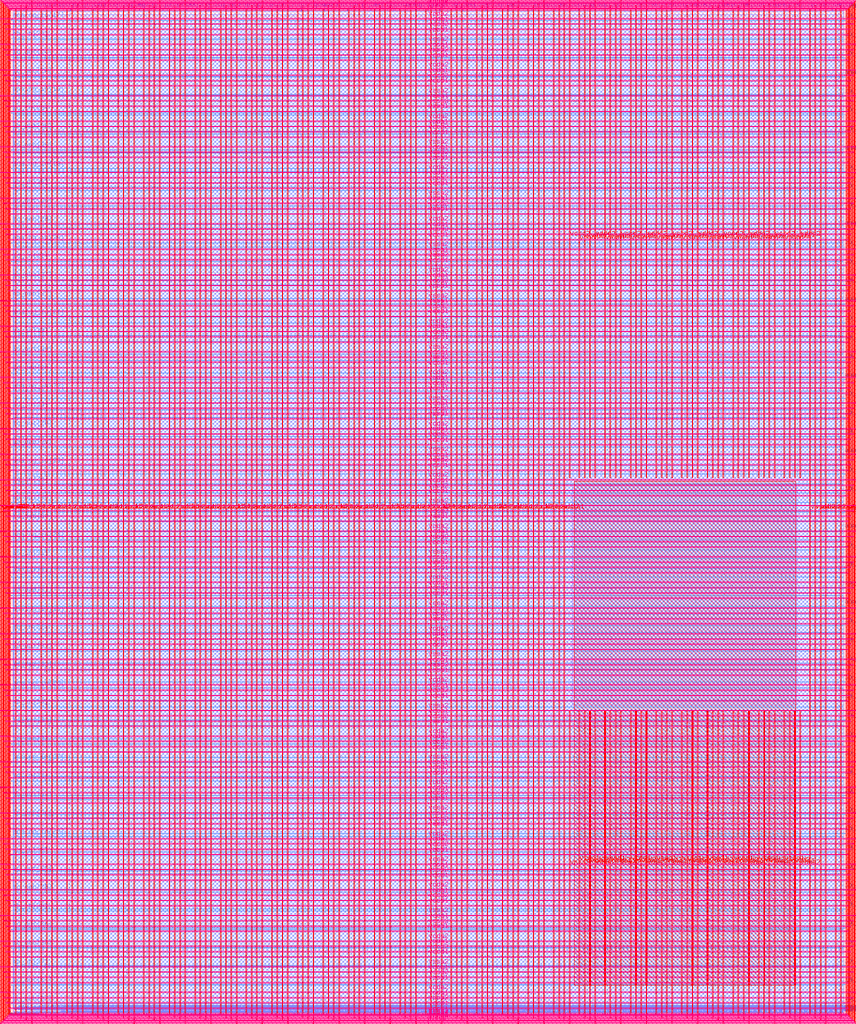
<source format=lef>
VERSION 5.7 ;
  NOWIREEXTENSIONATPIN ON ;
  DIVIDERCHAR "/" ;
  BUSBITCHARS "[]" ;
MACRO user_project_wrapper
  CLASS BLOCK ;
  FOREIGN user_project_wrapper ;
  ORIGIN 0.000 0.000 ;
  SIZE 2920.000 BY 3520.000 ;
  PIN analog_io[0]
    DIRECTION INOUT ;
    USE SIGNAL ;
    PORT
      LAYER met3 ;
        RECT 2917.600 1426.380 2924.800 1427.580 ;
    END
  END analog_io[0]
  PIN analog_io[10]
    DIRECTION INOUT ;
    USE SIGNAL ;
    PORT
      LAYER met2 ;
        RECT 2230.490 3517.600 2231.050 3524.800 ;
    END
  END analog_io[10]
  PIN analog_io[11]
    DIRECTION INOUT ;
    USE SIGNAL ;
    PORT
      LAYER met2 ;
        RECT 1905.730 3517.600 1906.290 3524.800 ;
    END
  END analog_io[11]
  PIN analog_io[12]
    DIRECTION INOUT ;
    USE SIGNAL ;
    PORT
      LAYER met2 ;
        RECT 1581.430 3517.600 1581.990 3524.800 ;
    END
  END analog_io[12]
  PIN analog_io[13]
    DIRECTION INOUT ;
    USE SIGNAL ;
    PORT
      LAYER met2 ;
        RECT 1257.130 3517.600 1257.690 3524.800 ;
    END
  END analog_io[13]
  PIN analog_io[14]
    DIRECTION INOUT ;
    USE SIGNAL ;
    PORT
      LAYER met2 ;
        RECT 932.370 3517.600 932.930 3524.800 ;
    END
  END analog_io[14]
  PIN analog_io[15]
    DIRECTION INOUT ;
    USE SIGNAL ;
    PORT
      LAYER met2 ;
        RECT 608.070 3517.600 608.630 3524.800 ;
    END
  END analog_io[15]
  PIN analog_io[16]
    DIRECTION INOUT ;
    USE SIGNAL ;
    PORT
      LAYER met2 ;
        RECT 283.770 3517.600 284.330 3524.800 ;
    END
  END analog_io[16]
  PIN analog_io[17]
    DIRECTION INOUT ;
    USE SIGNAL ;
    PORT
      LAYER met3 ;
        RECT -4.800 3486.100 2.400 3487.300 ;
    END
  END analog_io[17]
  PIN analog_io[18]
    DIRECTION INOUT ;
    USE SIGNAL ;
    PORT
      LAYER met3 ;
        RECT -4.800 3224.980 2.400 3226.180 ;
    END
  END analog_io[18]
  PIN analog_io[19]
    DIRECTION INOUT ;
    USE SIGNAL ;
    PORT
      LAYER met3 ;
        RECT -4.800 2964.540 2.400 2965.740 ;
    END
  END analog_io[19]
  PIN analog_io[1]
    DIRECTION INOUT ;
    USE SIGNAL ;
    PORT
      LAYER met3 ;
        RECT 2917.600 1692.260 2924.800 1693.460 ;
    END
  END analog_io[1]
  PIN analog_io[20]
    DIRECTION INOUT ;
    USE SIGNAL ;
    PORT
      LAYER met3 ;
        RECT -4.800 2703.420 2.400 2704.620 ;
    END
  END analog_io[20]
  PIN analog_io[21]
    DIRECTION INOUT ;
    USE SIGNAL ;
    PORT
      LAYER met3 ;
        RECT -4.800 2442.980 2.400 2444.180 ;
    END
  END analog_io[21]
  PIN analog_io[22]
    DIRECTION INOUT ;
    USE SIGNAL ;
    PORT
      LAYER met3 ;
        RECT -4.800 2182.540 2.400 2183.740 ;
    END
  END analog_io[22]
  PIN analog_io[23]
    DIRECTION INOUT ;
    USE SIGNAL ;
    PORT
      LAYER met3 ;
        RECT -4.800 1921.420 2.400 1922.620 ;
    END
  END analog_io[23]
  PIN analog_io[24]
    DIRECTION INOUT ;
    USE SIGNAL ;
    PORT
      LAYER met3 ;
        RECT -4.800 1660.980 2.400 1662.180 ;
    END
  END analog_io[24]
  PIN analog_io[25]
    DIRECTION INOUT ;
    USE SIGNAL ;
    PORT
      LAYER met3 ;
        RECT -4.800 1399.860 2.400 1401.060 ;
    END
  END analog_io[25]
  PIN analog_io[26]
    DIRECTION INOUT ;
    USE SIGNAL ;
    PORT
      LAYER met3 ;
        RECT -4.800 1139.420 2.400 1140.620 ;
    END
  END analog_io[26]
  PIN analog_io[27]
    DIRECTION INOUT ;
    USE SIGNAL ;
    PORT
      LAYER met3 ;
        RECT -4.800 878.980 2.400 880.180 ;
    END
  END analog_io[27]
  PIN analog_io[28]
    DIRECTION INOUT ;
    USE SIGNAL ;
    PORT
      LAYER met3 ;
        RECT -4.800 617.860 2.400 619.060 ;
    END
  END analog_io[28]
  PIN analog_io[2]
    DIRECTION INOUT ;
    USE SIGNAL ;
    PORT
      LAYER met3 ;
        RECT 2917.600 1958.140 2924.800 1959.340 ;
    END
  END analog_io[2]
  PIN analog_io[3]
    DIRECTION INOUT ;
    USE SIGNAL ;
    PORT
      LAYER met3 ;
        RECT 2917.600 2223.340 2924.800 2224.540 ;
    END
  END analog_io[3]
  PIN analog_io[4]
    DIRECTION INOUT ;
    USE SIGNAL ;
    PORT
      LAYER met3 ;
        RECT 2917.600 2489.220 2924.800 2490.420 ;
    END
  END analog_io[4]
  PIN analog_io[5]
    DIRECTION INOUT ;
    USE SIGNAL ;
    PORT
      LAYER met3 ;
        RECT 2917.600 2755.100 2924.800 2756.300 ;
    END
  END analog_io[5]
  PIN analog_io[6]
    DIRECTION INOUT ;
    USE SIGNAL ;
    PORT
      LAYER met3 ;
        RECT 2917.600 3020.300 2924.800 3021.500 ;
    END
  END analog_io[6]
  PIN analog_io[7]
    DIRECTION INOUT ;
    USE SIGNAL ;
    PORT
      LAYER met3 ;
        RECT 2917.600 3286.180 2924.800 3287.380 ;
    END
  END analog_io[7]
  PIN analog_io[8]
    DIRECTION INOUT ;
    USE SIGNAL ;
    PORT
      LAYER met2 ;
        RECT 2879.090 3517.600 2879.650 3524.800 ;
    END
  END analog_io[8]
  PIN analog_io[9]
    DIRECTION INOUT ;
    USE SIGNAL ;
    PORT
      LAYER met2 ;
        RECT 2554.790 3517.600 2555.350 3524.800 ;
    END
  END analog_io[9]
  PIN io_in[0]
    DIRECTION INPUT ;
    USE SIGNAL ;
    PORT
      LAYER met3 ;
        RECT 2917.600 32.380 2924.800 33.580 ;
    END
  END io_in[0]
  PIN io_in[10]
    DIRECTION INPUT ;
    USE SIGNAL ;
    PORT
      LAYER met3 ;
        RECT 2917.600 2289.980 2924.800 2291.180 ;
    END
  END io_in[10]
  PIN io_in[11]
    DIRECTION INPUT ;
    USE SIGNAL ;
    PORT
      LAYER met3 ;
        RECT 2917.600 2555.860 2924.800 2557.060 ;
    END
  END io_in[11]
  PIN io_in[12]
    DIRECTION INPUT ;
    USE SIGNAL ;
    PORT
      LAYER met3 ;
        RECT 2917.600 2821.060 2924.800 2822.260 ;
    END
  END io_in[12]
  PIN io_in[13]
    DIRECTION INPUT ;
    USE SIGNAL ;
    PORT
      LAYER met3 ;
        RECT 2917.600 3086.940 2924.800 3088.140 ;
    END
  END io_in[13]
  PIN io_in[14]
    DIRECTION INPUT ;
    USE SIGNAL ;
    PORT
      LAYER met3 ;
        RECT 2917.600 3352.820 2924.800 3354.020 ;
    END
  END io_in[14]
  PIN io_in[15]
    DIRECTION INPUT ;
    USE SIGNAL ;
    PORT
      LAYER met2 ;
        RECT 2798.130 3517.600 2798.690 3524.800 ;
    END
  END io_in[15]
  PIN io_in[16]
    DIRECTION INPUT ;
    USE SIGNAL ;
    PORT
      LAYER met2 ;
        RECT 2473.830 3517.600 2474.390 3524.800 ;
    END
  END io_in[16]
  PIN io_in[17]
    DIRECTION INPUT ;
    USE SIGNAL ;
    PORT
      LAYER met2 ;
        RECT 2149.070 3517.600 2149.630 3524.800 ;
    END
  END io_in[17]
  PIN io_in[18]
    DIRECTION INPUT ;
    USE SIGNAL ;
    PORT
      LAYER met2 ;
        RECT 1824.770 3517.600 1825.330 3524.800 ;
    END
  END io_in[18]
  PIN io_in[19]
    DIRECTION INPUT ;
    USE SIGNAL ;
    PORT
      LAYER met2 ;
        RECT 1500.470 3517.600 1501.030 3524.800 ;
    END
  END io_in[19]
  PIN io_in[1]
    DIRECTION INPUT ;
    USE SIGNAL ;
    PORT
      LAYER met3 ;
        RECT 2917.600 230.940 2924.800 232.140 ;
    END
  END io_in[1]
  PIN io_in[20]
    DIRECTION INPUT ;
    USE SIGNAL ;
    PORT
      LAYER met2 ;
        RECT 1175.710 3517.600 1176.270 3524.800 ;
    END
  END io_in[20]
  PIN io_in[21]
    DIRECTION INPUT ;
    USE SIGNAL ;
    PORT
      LAYER met2 ;
        RECT 851.410 3517.600 851.970 3524.800 ;
    END
  END io_in[21]
  PIN io_in[22]
    DIRECTION INPUT ;
    USE SIGNAL ;
    PORT
      LAYER met2 ;
        RECT 527.110 3517.600 527.670 3524.800 ;
    END
  END io_in[22]
  PIN io_in[23]
    DIRECTION INPUT ;
    USE SIGNAL ;
    PORT
      LAYER met2 ;
        RECT 202.350 3517.600 202.910 3524.800 ;
    END
  END io_in[23]
  PIN io_in[24]
    DIRECTION INPUT ;
    USE SIGNAL ;
    PORT
      LAYER met3 ;
        RECT -4.800 3420.820 2.400 3422.020 ;
    END
  END io_in[24]
  PIN io_in[25]
    DIRECTION INPUT ;
    USE SIGNAL ;
    PORT
      LAYER met3 ;
        RECT -4.800 3159.700 2.400 3160.900 ;
    END
  END io_in[25]
  PIN io_in[26]
    DIRECTION INPUT ;
    USE SIGNAL ;
    PORT
      LAYER met3 ;
        RECT -4.800 2899.260 2.400 2900.460 ;
    END
  END io_in[26]
  PIN io_in[27]
    DIRECTION INPUT ;
    USE SIGNAL ;
    PORT
      LAYER met3 ;
        RECT -4.800 2638.820 2.400 2640.020 ;
    END
  END io_in[27]
  PIN io_in[28]
    DIRECTION INPUT ;
    USE SIGNAL ;
    PORT
      LAYER met3 ;
        RECT -4.800 2377.700 2.400 2378.900 ;
    END
  END io_in[28]
  PIN io_in[29]
    DIRECTION INPUT ;
    USE SIGNAL ;
    PORT
      LAYER met3 ;
        RECT -4.800 2117.260 2.400 2118.460 ;
    END
  END io_in[29]
  PIN io_in[2]
    DIRECTION INPUT ;
    USE SIGNAL ;
    PORT
      LAYER met3 ;
        RECT 2917.600 430.180 2924.800 431.380 ;
    END
  END io_in[2]
  PIN io_in[30]
    DIRECTION INPUT ;
    USE SIGNAL ;
    PORT
      LAYER met3 ;
        RECT -4.800 1856.140 2.400 1857.340 ;
    END
  END io_in[30]
  PIN io_in[31]
    DIRECTION INPUT ;
    USE SIGNAL ;
    PORT
      LAYER met3 ;
        RECT -4.800 1595.700 2.400 1596.900 ;
    END
  END io_in[31]
  PIN io_in[32]
    DIRECTION INPUT ;
    USE SIGNAL ;
    PORT
      LAYER met3 ;
        RECT -4.800 1335.260 2.400 1336.460 ;
    END
  END io_in[32]
  PIN io_in[33]
    DIRECTION INPUT ;
    USE SIGNAL ;
    PORT
      LAYER met3 ;
        RECT -4.800 1074.140 2.400 1075.340 ;
    END
  END io_in[33]
  PIN io_in[34]
    DIRECTION INPUT ;
    USE SIGNAL ;
    PORT
      LAYER met3 ;
        RECT -4.800 813.700 2.400 814.900 ;
    END
  END io_in[34]
  PIN io_in[35]
    DIRECTION INPUT ;
    USE SIGNAL ;
    PORT
      LAYER met3 ;
        RECT -4.800 552.580 2.400 553.780 ;
    END
  END io_in[35]
  PIN io_in[36]
    DIRECTION INPUT ;
    USE SIGNAL ;
    PORT
      LAYER met3 ;
        RECT -4.800 357.420 2.400 358.620 ;
    END
  END io_in[36]
  PIN io_in[37]
    DIRECTION INPUT ;
    USE SIGNAL ;
    PORT
      LAYER met3 ;
        RECT -4.800 161.580 2.400 162.780 ;
    END
  END io_in[37]
  PIN io_in[3]
    DIRECTION INPUT ;
    USE SIGNAL ;
    PORT
      LAYER met3 ;
        RECT 2917.600 629.420 2924.800 630.620 ;
    END
  END io_in[3]
  PIN io_in[4]
    DIRECTION INPUT ;
    USE SIGNAL ;
    PORT
      LAYER met3 ;
        RECT 2917.600 828.660 2924.800 829.860 ;
    END
  END io_in[4]
  PIN io_in[5]
    DIRECTION INPUT ;
    USE SIGNAL ;
    PORT
      LAYER met3 ;
        RECT 2917.600 1027.900 2924.800 1029.100 ;
    END
  END io_in[5]
  PIN io_in[6]
    DIRECTION INPUT ;
    USE SIGNAL ;
    PORT
      LAYER met3 ;
        RECT 2917.600 1227.140 2924.800 1228.340 ;
    END
  END io_in[6]
  PIN io_in[7]
    DIRECTION INPUT ;
    USE SIGNAL ;
    PORT
      LAYER met3 ;
        RECT 2917.600 1493.020 2924.800 1494.220 ;
    END
  END io_in[7]
  PIN io_in[8]
    DIRECTION INPUT ;
    USE SIGNAL ;
    PORT
      LAYER met3 ;
        RECT 2917.600 1758.900 2924.800 1760.100 ;
    END
  END io_in[8]
  PIN io_in[9]
    DIRECTION INPUT ;
    USE SIGNAL ;
    PORT
      LAYER met3 ;
        RECT 2917.600 2024.100 2924.800 2025.300 ;
    END
  END io_in[9]
  PIN io_oeb[0]
    DIRECTION OUTPUT TRISTATE ;
    USE SIGNAL ;
    PORT
      LAYER met3 ;
        RECT 2917.600 164.980 2924.800 166.180 ;
    END
  END io_oeb[0]
  PIN io_oeb[10]
    DIRECTION OUTPUT TRISTATE ;
    USE SIGNAL ;
    PORT
      LAYER met3 ;
        RECT 2917.600 2422.580 2924.800 2423.780 ;
    END
  END io_oeb[10]
  PIN io_oeb[11]
    DIRECTION OUTPUT TRISTATE ;
    USE SIGNAL ;
    PORT
      LAYER met3 ;
        RECT 2917.600 2688.460 2924.800 2689.660 ;
    END
  END io_oeb[11]
  PIN io_oeb[12]
    DIRECTION OUTPUT TRISTATE ;
    USE SIGNAL ;
    PORT
      LAYER met3 ;
        RECT 2917.600 2954.340 2924.800 2955.540 ;
    END
  END io_oeb[12]
  PIN io_oeb[13]
    DIRECTION OUTPUT TRISTATE ;
    USE SIGNAL ;
    PORT
      LAYER met3 ;
        RECT 2917.600 3219.540 2924.800 3220.740 ;
    END
  END io_oeb[13]
  PIN io_oeb[14]
    DIRECTION OUTPUT TRISTATE ;
    USE SIGNAL ;
    PORT
      LAYER met3 ;
        RECT 2917.600 3485.420 2924.800 3486.620 ;
    END
  END io_oeb[14]
  PIN io_oeb[15]
    DIRECTION OUTPUT TRISTATE ;
    USE SIGNAL ;
    PORT
      LAYER met2 ;
        RECT 2635.750 3517.600 2636.310 3524.800 ;
    END
  END io_oeb[15]
  PIN io_oeb[16]
    DIRECTION OUTPUT TRISTATE ;
    USE SIGNAL ;
    PORT
      LAYER met2 ;
        RECT 2311.450 3517.600 2312.010 3524.800 ;
    END
  END io_oeb[16]
  PIN io_oeb[17]
    DIRECTION OUTPUT TRISTATE ;
    USE SIGNAL ;
    PORT
      LAYER met2 ;
        RECT 1987.150 3517.600 1987.710 3524.800 ;
    END
  END io_oeb[17]
  PIN io_oeb[18]
    DIRECTION OUTPUT TRISTATE ;
    USE SIGNAL ;
    PORT
      LAYER met2 ;
        RECT 1662.390 3517.600 1662.950 3524.800 ;
    END
  END io_oeb[18]
  PIN io_oeb[19]
    DIRECTION OUTPUT TRISTATE ;
    USE SIGNAL ;
    PORT
      LAYER met2 ;
        RECT 1338.090 3517.600 1338.650 3524.800 ;
    END
  END io_oeb[19]
  PIN io_oeb[1]
    DIRECTION OUTPUT TRISTATE ;
    USE SIGNAL ;
    PORT
      LAYER met3 ;
        RECT 2917.600 364.220 2924.800 365.420 ;
    END
  END io_oeb[1]
  PIN io_oeb[20]
    DIRECTION OUTPUT TRISTATE ;
    USE SIGNAL ;
    PORT
      LAYER met2 ;
        RECT 1013.790 3517.600 1014.350 3524.800 ;
    END
  END io_oeb[20]
  PIN io_oeb[21]
    DIRECTION OUTPUT TRISTATE ;
    USE SIGNAL ;
    PORT
      LAYER met2 ;
        RECT 689.030 3517.600 689.590 3524.800 ;
    END
  END io_oeb[21]
  PIN io_oeb[22]
    DIRECTION OUTPUT TRISTATE ;
    USE SIGNAL ;
    PORT
      LAYER met2 ;
        RECT 364.730 3517.600 365.290 3524.800 ;
    END
  END io_oeb[22]
  PIN io_oeb[23]
    DIRECTION OUTPUT TRISTATE ;
    USE SIGNAL ;
    PORT
      LAYER met2 ;
        RECT 40.430 3517.600 40.990 3524.800 ;
    END
  END io_oeb[23]
  PIN io_oeb[24]
    DIRECTION OUTPUT TRISTATE ;
    USE SIGNAL ;
    PORT
      LAYER met3 ;
        RECT -4.800 3290.260 2.400 3291.460 ;
    END
  END io_oeb[24]
  PIN io_oeb[25]
    DIRECTION OUTPUT TRISTATE ;
    USE SIGNAL ;
    PORT
      LAYER met3 ;
        RECT -4.800 3029.820 2.400 3031.020 ;
    END
  END io_oeb[25]
  PIN io_oeb[26]
    DIRECTION OUTPUT TRISTATE ;
    USE SIGNAL ;
    PORT
      LAYER met3 ;
        RECT -4.800 2768.700 2.400 2769.900 ;
    END
  END io_oeb[26]
  PIN io_oeb[27]
    DIRECTION OUTPUT TRISTATE ;
    USE SIGNAL ;
    PORT
      LAYER met3 ;
        RECT -4.800 2508.260 2.400 2509.460 ;
    END
  END io_oeb[27]
  PIN io_oeb[28]
    DIRECTION OUTPUT TRISTATE ;
    USE SIGNAL ;
    PORT
      LAYER met3 ;
        RECT -4.800 2247.140 2.400 2248.340 ;
    END
  END io_oeb[28]
  PIN io_oeb[29]
    DIRECTION OUTPUT TRISTATE ;
    USE SIGNAL ;
    PORT
      LAYER met3 ;
        RECT -4.800 1986.700 2.400 1987.900 ;
    END
  END io_oeb[29]
  PIN io_oeb[2]
    DIRECTION OUTPUT TRISTATE ;
    USE SIGNAL ;
    PORT
      LAYER met3 ;
        RECT 2917.600 563.460 2924.800 564.660 ;
    END
  END io_oeb[2]
  PIN io_oeb[30]
    DIRECTION OUTPUT TRISTATE ;
    USE SIGNAL ;
    PORT
      LAYER met3 ;
        RECT -4.800 1726.260 2.400 1727.460 ;
    END
  END io_oeb[30]
  PIN io_oeb[31]
    DIRECTION OUTPUT TRISTATE ;
    USE SIGNAL ;
    PORT
      LAYER met3 ;
        RECT -4.800 1465.140 2.400 1466.340 ;
    END
  END io_oeb[31]
  PIN io_oeb[32]
    DIRECTION OUTPUT TRISTATE ;
    USE SIGNAL ;
    PORT
      LAYER met3 ;
        RECT -4.800 1204.700 2.400 1205.900 ;
    END
  END io_oeb[32]
  PIN io_oeb[33]
    DIRECTION OUTPUT TRISTATE ;
    USE SIGNAL ;
    PORT
      LAYER met3 ;
        RECT -4.800 943.580 2.400 944.780 ;
    END
  END io_oeb[33]
  PIN io_oeb[34]
    DIRECTION OUTPUT TRISTATE ;
    USE SIGNAL ;
    PORT
      LAYER met3 ;
        RECT -4.800 683.140 2.400 684.340 ;
    END
  END io_oeb[34]
  PIN io_oeb[35]
    DIRECTION OUTPUT TRISTATE ;
    USE SIGNAL ;
    PORT
      LAYER met3 ;
        RECT -4.800 422.700 2.400 423.900 ;
    END
  END io_oeb[35]
  PIN io_oeb[36]
    DIRECTION OUTPUT TRISTATE ;
    USE SIGNAL ;
    PORT
      LAYER met3 ;
        RECT -4.800 226.860 2.400 228.060 ;
    END
  END io_oeb[36]
  PIN io_oeb[37]
    DIRECTION OUTPUT TRISTATE ;
    USE SIGNAL ;
    PORT
      LAYER met3 ;
        RECT -4.800 31.700 2.400 32.900 ;
    END
  END io_oeb[37]
  PIN io_oeb[3]
    DIRECTION OUTPUT TRISTATE ;
    USE SIGNAL ;
    PORT
      LAYER met3 ;
        RECT 2917.600 762.700 2924.800 763.900 ;
    END
  END io_oeb[3]
  PIN io_oeb[4]
    DIRECTION OUTPUT TRISTATE ;
    USE SIGNAL ;
    PORT
      LAYER met3 ;
        RECT 2917.600 961.940 2924.800 963.140 ;
    END
  END io_oeb[4]
  PIN io_oeb[5]
    DIRECTION OUTPUT TRISTATE ;
    USE SIGNAL ;
    PORT
      LAYER met3 ;
        RECT 2917.600 1161.180 2924.800 1162.380 ;
    END
  END io_oeb[5]
  PIN io_oeb[6]
    DIRECTION OUTPUT TRISTATE ;
    USE SIGNAL ;
    PORT
      LAYER met3 ;
        RECT 2917.600 1360.420 2924.800 1361.620 ;
    END
  END io_oeb[6]
  PIN io_oeb[7]
    DIRECTION OUTPUT TRISTATE ;
    USE SIGNAL ;
    PORT
      LAYER met3 ;
        RECT 2917.600 1625.620 2924.800 1626.820 ;
    END
  END io_oeb[7]
  PIN io_oeb[8]
    DIRECTION OUTPUT TRISTATE ;
    USE SIGNAL ;
    PORT
      LAYER met3 ;
        RECT 2917.600 1891.500 2924.800 1892.700 ;
    END
  END io_oeb[8]
  PIN io_oeb[9]
    DIRECTION OUTPUT TRISTATE ;
    USE SIGNAL ;
    PORT
      LAYER met3 ;
        RECT 2917.600 2157.380 2924.800 2158.580 ;
    END
  END io_oeb[9]
  PIN io_out[0]
    DIRECTION OUTPUT TRISTATE ;
    USE SIGNAL ;
    PORT
      LAYER met3 ;
        RECT 2917.600 98.340 2924.800 99.540 ;
    END
  END io_out[0]
  PIN io_out[10]
    DIRECTION OUTPUT TRISTATE ;
    USE SIGNAL ;
    PORT
      LAYER met3 ;
        RECT 2917.600 2356.620 2924.800 2357.820 ;
    END
  END io_out[10]
  PIN io_out[11]
    DIRECTION OUTPUT TRISTATE ;
    USE SIGNAL ;
    PORT
      LAYER met3 ;
        RECT 2917.600 2621.820 2924.800 2623.020 ;
    END
  END io_out[11]
  PIN io_out[12]
    DIRECTION OUTPUT TRISTATE ;
    USE SIGNAL ;
    PORT
      LAYER met3 ;
        RECT 2917.600 2887.700 2924.800 2888.900 ;
    END
  END io_out[12]
  PIN io_out[13]
    DIRECTION OUTPUT TRISTATE ;
    USE SIGNAL ;
    PORT
      LAYER met3 ;
        RECT 2917.600 3153.580 2924.800 3154.780 ;
    END
  END io_out[13]
  PIN io_out[14]
    DIRECTION OUTPUT TRISTATE ;
    USE SIGNAL ;
    PORT
      LAYER met3 ;
        RECT 2917.600 3418.780 2924.800 3419.980 ;
    END
  END io_out[14]
  PIN io_out[15]
    DIRECTION OUTPUT TRISTATE ;
    USE SIGNAL ;
    PORT
      LAYER met2 ;
        RECT 2717.170 3517.600 2717.730 3524.800 ;
    END
  END io_out[15]
  PIN io_out[16]
    DIRECTION OUTPUT TRISTATE ;
    USE SIGNAL ;
    PORT
      LAYER met2 ;
        RECT 2392.410 3517.600 2392.970 3524.800 ;
    END
  END io_out[16]
  PIN io_out[17]
    DIRECTION OUTPUT TRISTATE ;
    USE SIGNAL ;
    PORT
      LAYER met2 ;
        RECT 2068.110 3517.600 2068.670 3524.800 ;
    END
  END io_out[17]
  PIN io_out[18]
    DIRECTION OUTPUT TRISTATE ;
    USE SIGNAL ;
    PORT
      LAYER met2 ;
        RECT 1743.810 3517.600 1744.370 3524.800 ;
    END
  END io_out[18]
  PIN io_out[19]
    DIRECTION OUTPUT TRISTATE ;
    USE SIGNAL ;
    PORT
      LAYER met2 ;
        RECT 1419.050 3517.600 1419.610 3524.800 ;
    END
  END io_out[19]
  PIN io_out[1]
    DIRECTION OUTPUT TRISTATE ;
    USE SIGNAL ;
    PORT
      LAYER met3 ;
        RECT 2917.600 297.580 2924.800 298.780 ;
    END
  END io_out[1]
  PIN io_out[20]
    DIRECTION OUTPUT TRISTATE ;
    USE SIGNAL ;
    PORT
      LAYER met2 ;
        RECT 1094.750 3517.600 1095.310 3524.800 ;
    END
  END io_out[20]
  PIN io_out[21]
    DIRECTION OUTPUT TRISTATE ;
    USE SIGNAL ;
    PORT
      LAYER met2 ;
        RECT 770.450 3517.600 771.010 3524.800 ;
    END
  END io_out[21]
  PIN io_out[22]
    DIRECTION OUTPUT TRISTATE ;
    USE SIGNAL ;
    PORT
      LAYER met2 ;
        RECT 445.690 3517.600 446.250 3524.800 ;
    END
  END io_out[22]
  PIN io_out[23]
    DIRECTION OUTPUT TRISTATE ;
    USE SIGNAL ;
    PORT
      LAYER met2 ;
        RECT 121.390 3517.600 121.950 3524.800 ;
    END
  END io_out[23]
  PIN io_out[24]
    DIRECTION OUTPUT TRISTATE ;
    USE SIGNAL ;
    PORT
      LAYER met3 ;
        RECT -4.800 3355.540 2.400 3356.740 ;
    END
  END io_out[24]
  PIN io_out[25]
    DIRECTION OUTPUT TRISTATE ;
    USE SIGNAL ;
    PORT
      LAYER met3 ;
        RECT -4.800 3095.100 2.400 3096.300 ;
    END
  END io_out[25]
  PIN io_out[26]
    DIRECTION OUTPUT TRISTATE ;
    USE SIGNAL ;
    PORT
      LAYER met3 ;
        RECT -4.800 2833.980 2.400 2835.180 ;
    END
  END io_out[26]
  PIN io_out[27]
    DIRECTION OUTPUT TRISTATE ;
    USE SIGNAL ;
    PORT
      LAYER met3 ;
        RECT -4.800 2573.540 2.400 2574.740 ;
    END
  END io_out[27]
  PIN io_out[28]
    DIRECTION OUTPUT TRISTATE ;
    USE SIGNAL ;
    PORT
      LAYER met3 ;
        RECT -4.800 2312.420 2.400 2313.620 ;
    END
  END io_out[28]
  PIN io_out[29]
    DIRECTION OUTPUT TRISTATE ;
    USE SIGNAL ;
    PORT
      LAYER met3 ;
        RECT -4.800 2051.980 2.400 2053.180 ;
    END
  END io_out[29]
  PIN io_out[2]
    DIRECTION OUTPUT TRISTATE ;
    USE SIGNAL ;
    PORT
      LAYER met3 ;
        RECT 2917.600 496.820 2924.800 498.020 ;
    END
  END io_out[2]
  PIN io_out[30]
    DIRECTION OUTPUT TRISTATE ;
    USE SIGNAL ;
    PORT
      LAYER met3 ;
        RECT -4.800 1791.540 2.400 1792.740 ;
    END
  END io_out[30]
  PIN io_out[31]
    DIRECTION OUTPUT TRISTATE ;
    USE SIGNAL ;
    PORT
      LAYER met3 ;
        RECT -4.800 1530.420 2.400 1531.620 ;
    END
  END io_out[31]
  PIN io_out[32]
    DIRECTION OUTPUT TRISTATE ;
    USE SIGNAL ;
    PORT
      LAYER met3 ;
        RECT -4.800 1269.980 2.400 1271.180 ;
    END
  END io_out[32]
  PIN io_out[33]
    DIRECTION OUTPUT TRISTATE ;
    USE SIGNAL ;
    PORT
      LAYER met3 ;
        RECT -4.800 1008.860 2.400 1010.060 ;
    END
  END io_out[33]
  PIN io_out[34]
    DIRECTION OUTPUT TRISTATE ;
    USE SIGNAL ;
    PORT
      LAYER met3 ;
        RECT -4.800 748.420 2.400 749.620 ;
    END
  END io_out[34]
  PIN io_out[35]
    DIRECTION OUTPUT TRISTATE ;
    USE SIGNAL ;
    PORT
      LAYER met3 ;
        RECT -4.800 487.300 2.400 488.500 ;
    END
  END io_out[35]
  PIN io_out[36]
    DIRECTION OUTPUT TRISTATE ;
    USE SIGNAL ;
    PORT
      LAYER met3 ;
        RECT -4.800 292.140 2.400 293.340 ;
    END
  END io_out[36]
  PIN io_out[37]
    DIRECTION OUTPUT TRISTATE ;
    USE SIGNAL ;
    PORT
      LAYER met3 ;
        RECT -4.800 96.300 2.400 97.500 ;
    END
  END io_out[37]
  PIN io_out[3]
    DIRECTION OUTPUT TRISTATE ;
    USE SIGNAL ;
    PORT
      LAYER met3 ;
        RECT 2917.600 696.060 2924.800 697.260 ;
    END
  END io_out[3]
  PIN io_out[4]
    DIRECTION OUTPUT TRISTATE ;
    USE SIGNAL ;
    PORT
      LAYER met3 ;
        RECT 2917.600 895.300 2924.800 896.500 ;
    END
  END io_out[4]
  PIN io_out[5]
    DIRECTION OUTPUT TRISTATE ;
    USE SIGNAL ;
    PORT
      LAYER met3 ;
        RECT 2917.600 1094.540 2924.800 1095.740 ;
    END
  END io_out[5]
  PIN io_out[6]
    DIRECTION OUTPUT TRISTATE ;
    USE SIGNAL ;
    PORT
      LAYER met3 ;
        RECT 2917.600 1293.780 2924.800 1294.980 ;
    END
  END io_out[6]
  PIN io_out[7]
    DIRECTION OUTPUT TRISTATE ;
    USE SIGNAL ;
    PORT
      LAYER met3 ;
        RECT 2917.600 1559.660 2924.800 1560.860 ;
    END
  END io_out[7]
  PIN io_out[8]
    DIRECTION OUTPUT TRISTATE ;
    USE SIGNAL ;
    PORT
      LAYER met3 ;
        RECT 2917.600 1824.860 2924.800 1826.060 ;
    END
  END io_out[8]
  PIN io_out[9]
    DIRECTION OUTPUT TRISTATE ;
    USE SIGNAL ;
    PORT
      LAYER met3 ;
        RECT 2917.600 2090.740 2924.800 2091.940 ;
    END
  END io_out[9]
  PIN la_data_in[0]
    DIRECTION INPUT ;
    USE SIGNAL ;
    PORT
      LAYER met2 ;
        RECT 629.230 -4.800 629.790 2.400 ;
    END
  END la_data_in[0]
  PIN la_data_in[100]
    DIRECTION INPUT ;
    USE SIGNAL ;
    PORT
      LAYER met2 ;
        RECT 2402.530 -4.800 2403.090 2.400 ;
    END
  END la_data_in[100]
  PIN la_data_in[101]
    DIRECTION INPUT ;
    USE SIGNAL ;
    PORT
      LAYER met2 ;
        RECT 2420.010 -4.800 2420.570 2.400 ;
    END
  END la_data_in[101]
  PIN la_data_in[102]
    DIRECTION INPUT ;
    USE SIGNAL ;
    PORT
      LAYER met2 ;
        RECT 2437.950 -4.800 2438.510 2.400 ;
    END
  END la_data_in[102]
  PIN la_data_in[103]
    DIRECTION INPUT ;
    USE SIGNAL ;
    PORT
      LAYER met2 ;
        RECT 2455.430 -4.800 2455.990 2.400 ;
    END
  END la_data_in[103]
  PIN la_data_in[104]
    DIRECTION INPUT ;
    USE SIGNAL ;
    PORT
      LAYER met2 ;
        RECT 2473.370 -4.800 2473.930 2.400 ;
    END
  END la_data_in[104]
  PIN la_data_in[105]
    DIRECTION INPUT ;
    USE SIGNAL ;
    PORT
      LAYER met2 ;
        RECT 2490.850 -4.800 2491.410 2.400 ;
    END
  END la_data_in[105]
  PIN la_data_in[106]
    DIRECTION INPUT ;
    USE SIGNAL ;
    PORT
      LAYER met2 ;
        RECT 2508.790 -4.800 2509.350 2.400 ;
    END
  END la_data_in[106]
  PIN la_data_in[107]
    DIRECTION INPUT ;
    USE SIGNAL ;
    PORT
      LAYER met2 ;
        RECT 2526.730 -4.800 2527.290 2.400 ;
    END
  END la_data_in[107]
  PIN la_data_in[108]
    DIRECTION INPUT ;
    USE SIGNAL ;
    PORT
      LAYER met2 ;
        RECT 2544.210 -4.800 2544.770 2.400 ;
    END
  END la_data_in[108]
  PIN la_data_in[109]
    DIRECTION INPUT ;
    USE SIGNAL ;
    PORT
      LAYER met2 ;
        RECT 2562.150 -4.800 2562.710 2.400 ;
    END
  END la_data_in[109]
  PIN la_data_in[10]
    DIRECTION INPUT ;
    USE SIGNAL ;
    PORT
      LAYER met2 ;
        RECT 806.330 -4.800 806.890 2.400 ;
    END
  END la_data_in[10]
  PIN la_data_in[110]
    DIRECTION INPUT ;
    USE SIGNAL ;
    PORT
      LAYER met2 ;
        RECT 2579.630 -4.800 2580.190 2.400 ;
    END
  END la_data_in[110]
  PIN la_data_in[111]
    DIRECTION INPUT ;
    USE SIGNAL ;
    PORT
      LAYER met2 ;
        RECT 2597.570 -4.800 2598.130 2.400 ;
    END
  END la_data_in[111]
  PIN la_data_in[112]
    DIRECTION INPUT ;
    USE SIGNAL ;
    PORT
      LAYER met2 ;
        RECT 2615.050 -4.800 2615.610 2.400 ;
    END
  END la_data_in[112]
  PIN la_data_in[113]
    DIRECTION INPUT ;
    USE SIGNAL ;
    PORT
      LAYER met2 ;
        RECT 2632.990 -4.800 2633.550 2.400 ;
    END
  END la_data_in[113]
  PIN la_data_in[114]
    DIRECTION INPUT ;
    USE SIGNAL ;
    PORT
      LAYER met2 ;
        RECT 2650.470 -4.800 2651.030 2.400 ;
    END
  END la_data_in[114]
  PIN la_data_in[115]
    DIRECTION INPUT ;
    USE SIGNAL ;
    PORT
      LAYER met2 ;
        RECT 2668.410 -4.800 2668.970 2.400 ;
    END
  END la_data_in[115]
  PIN la_data_in[116]
    DIRECTION INPUT ;
    USE SIGNAL ;
    PORT
      LAYER met2 ;
        RECT 2685.890 -4.800 2686.450 2.400 ;
    END
  END la_data_in[116]
  PIN la_data_in[117]
    DIRECTION INPUT ;
    USE SIGNAL ;
    PORT
      LAYER met2 ;
        RECT 2703.830 -4.800 2704.390 2.400 ;
    END
  END la_data_in[117]
  PIN la_data_in[118]
    DIRECTION INPUT ;
    USE SIGNAL ;
    PORT
      LAYER met2 ;
        RECT 2721.770 -4.800 2722.330 2.400 ;
    END
  END la_data_in[118]
  PIN la_data_in[119]
    DIRECTION INPUT ;
    USE SIGNAL ;
    PORT
      LAYER met2 ;
        RECT 2739.250 -4.800 2739.810 2.400 ;
    END
  END la_data_in[119]
  PIN la_data_in[11]
    DIRECTION INPUT ;
    USE SIGNAL ;
    PORT
      LAYER met2 ;
        RECT 824.270 -4.800 824.830 2.400 ;
    END
  END la_data_in[11]
  PIN la_data_in[120]
    DIRECTION INPUT ;
    USE SIGNAL ;
    PORT
      LAYER met2 ;
        RECT 2757.190 -4.800 2757.750 2.400 ;
    END
  END la_data_in[120]
  PIN la_data_in[121]
    DIRECTION INPUT ;
    USE SIGNAL ;
    PORT
      LAYER met2 ;
        RECT 2774.670 -4.800 2775.230 2.400 ;
    END
  END la_data_in[121]
  PIN la_data_in[122]
    DIRECTION INPUT ;
    USE SIGNAL ;
    PORT
      LAYER met2 ;
        RECT 2792.610 -4.800 2793.170 2.400 ;
    END
  END la_data_in[122]
  PIN la_data_in[123]
    DIRECTION INPUT ;
    USE SIGNAL ;
    PORT
      LAYER met2 ;
        RECT 2810.090 -4.800 2810.650 2.400 ;
    END
  END la_data_in[123]
  PIN la_data_in[124]
    DIRECTION INPUT ;
    USE SIGNAL ;
    PORT
      LAYER met2 ;
        RECT 2828.030 -4.800 2828.590 2.400 ;
    END
  END la_data_in[124]
  PIN la_data_in[125]
    DIRECTION INPUT ;
    USE SIGNAL ;
    PORT
      LAYER met2 ;
        RECT 2845.510 -4.800 2846.070 2.400 ;
    END
  END la_data_in[125]
  PIN la_data_in[126]
    DIRECTION INPUT ;
    USE SIGNAL ;
    PORT
      LAYER met2 ;
        RECT 2863.450 -4.800 2864.010 2.400 ;
    END
  END la_data_in[126]
  PIN la_data_in[127]
    DIRECTION INPUT ;
    USE SIGNAL ;
    PORT
      LAYER met2 ;
        RECT 2881.390 -4.800 2881.950 2.400 ;
    END
  END la_data_in[127]
  PIN la_data_in[12]
    DIRECTION INPUT ;
    USE SIGNAL ;
    PORT
      LAYER met2 ;
        RECT 841.750 -4.800 842.310 2.400 ;
    END
  END la_data_in[12]
  PIN la_data_in[13]
    DIRECTION INPUT ;
    USE SIGNAL ;
    PORT
      LAYER met2 ;
        RECT 859.690 -4.800 860.250 2.400 ;
    END
  END la_data_in[13]
  PIN la_data_in[14]
    DIRECTION INPUT ;
    USE SIGNAL ;
    PORT
      LAYER met2 ;
        RECT 877.170 -4.800 877.730 2.400 ;
    END
  END la_data_in[14]
  PIN la_data_in[15]
    DIRECTION INPUT ;
    USE SIGNAL ;
    PORT
      LAYER met2 ;
        RECT 895.110 -4.800 895.670 2.400 ;
    END
  END la_data_in[15]
  PIN la_data_in[16]
    DIRECTION INPUT ;
    USE SIGNAL ;
    PORT
      LAYER met2 ;
        RECT 912.590 -4.800 913.150 2.400 ;
    END
  END la_data_in[16]
  PIN la_data_in[17]
    DIRECTION INPUT ;
    USE SIGNAL ;
    PORT
      LAYER met2 ;
        RECT 930.530 -4.800 931.090 2.400 ;
    END
  END la_data_in[17]
  PIN la_data_in[18]
    DIRECTION INPUT ;
    USE SIGNAL ;
    PORT
      LAYER met2 ;
        RECT 948.470 -4.800 949.030 2.400 ;
    END
  END la_data_in[18]
  PIN la_data_in[19]
    DIRECTION INPUT ;
    USE SIGNAL ;
    PORT
      LAYER met2 ;
        RECT 965.950 -4.800 966.510 2.400 ;
    END
  END la_data_in[19]
  PIN la_data_in[1]
    DIRECTION INPUT ;
    USE SIGNAL ;
    PORT
      LAYER met2 ;
        RECT 646.710 -4.800 647.270 2.400 ;
    END
  END la_data_in[1]
  PIN la_data_in[20]
    DIRECTION INPUT ;
    USE SIGNAL ;
    PORT
      LAYER met2 ;
        RECT 983.890 -4.800 984.450 2.400 ;
    END
  END la_data_in[20]
  PIN la_data_in[21]
    DIRECTION INPUT ;
    USE SIGNAL ;
    PORT
      LAYER met2 ;
        RECT 1001.370 -4.800 1001.930 2.400 ;
    END
  END la_data_in[21]
  PIN la_data_in[22]
    DIRECTION INPUT ;
    USE SIGNAL ;
    PORT
      LAYER met2 ;
        RECT 1019.310 -4.800 1019.870 2.400 ;
    END
  END la_data_in[22]
  PIN la_data_in[23]
    DIRECTION INPUT ;
    USE SIGNAL ;
    PORT
      LAYER met2 ;
        RECT 1036.790 -4.800 1037.350 2.400 ;
    END
  END la_data_in[23]
  PIN la_data_in[24]
    DIRECTION INPUT ;
    USE SIGNAL ;
    PORT
      LAYER met2 ;
        RECT 1054.730 -4.800 1055.290 2.400 ;
    END
  END la_data_in[24]
  PIN la_data_in[25]
    DIRECTION INPUT ;
    USE SIGNAL ;
    PORT
      LAYER met2 ;
        RECT 1072.210 -4.800 1072.770 2.400 ;
    END
  END la_data_in[25]
  PIN la_data_in[26]
    DIRECTION INPUT ;
    USE SIGNAL ;
    PORT
      LAYER met2 ;
        RECT 1090.150 -4.800 1090.710 2.400 ;
    END
  END la_data_in[26]
  PIN la_data_in[27]
    DIRECTION INPUT ;
    USE SIGNAL ;
    PORT
      LAYER met2 ;
        RECT 1107.630 -4.800 1108.190 2.400 ;
    END
  END la_data_in[27]
  PIN la_data_in[28]
    DIRECTION INPUT ;
    USE SIGNAL ;
    PORT
      LAYER met2 ;
        RECT 1125.570 -4.800 1126.130 2.400 ;
    END
  END la_data_in[28]
  PIN la_data_in[29]
    DIRECTION INPUT ;
    USE SIGNAL ;
    PORT
      LAYER met2 ;
        RECT 1143.510 -4.800 1144.070 2.400 ;
    END
  END la_data_in[29]
  PIN la_data_in[2]
    DIRECTION INPUT ;
    USE SIGNAL ;
    PORT
      LAYER met2 ;
        RECT 664.650 -4.800 665.210 2.400 ;
    END
  END la_data_in[2]
  PIN la_data_in[30]
    DIRECTION INPUT ;
    USE SIGNAL ;
    PORT
      LAYER met2 ;
        RECT 1160.990 -4.800 1161.550 2.400 ;
    END
  END la_data_in[30]
  PIN la_data_in[31]
    DIRECTION INPUT ;
    USE SIGNAL ;
    PORT
      LAYER met2 ;
        RECT 1178.930 -4.800 1179.490 2.400 ;
    END
  END la_data_in[31]
  PIN la_data_in[32]
    DIRECTION INPUT ;
    USE SIGNAL ;
    PORT
      LAYER met2 ;
        RECT 1196.410 -4.800 1196.970 2.400 ;
    END
  END la_data_in[32]
  PIN la_data_in[33]
    DIRECTION INPUT ;
    USE SIGNAL ;
    PORT
      LAYER met2 ;
        RECT 1214.350 -4.800 1214.910 2.400 ;
    END
  END la_data_in[33]
  PIN la_data_in[34]
    DIRECTION INPUT ;
    USE SIGNAL ;
    PORT
      LAYER met2 ;
        RECT 1231.830 -4.800 1232.390 2.400 ;
    END
  END la_data_in[34]
  PIN la_data_in[35]
    DIRECTION INPUT ;
    USE SIGNAL ;
    PORT
      LAYER met2 ;
        RECT 1249.770 -4.800 1250.330 2.400 ;
    END
  END la_data_in[35]
  PIN la_data_in[36]
    DIRECTION INPUT ;
    USE SIGNAL ;
    PORT
      LAYER met2 ;
        RECT 1267.250 -4.800 1267.810 2.400 ;
    END
  END la_data_in[36]
  PIN la_data_in[37]
    DIRECTION INPUT ;
    USE SIGNAL ;
    PORT
      LAYER met2 ;
        RECT 1285.190 -4.800 1285.750 2.400 ;
    END
  END la_data_in[37]
  PIN la_data_in[38]
    DIRECTION INPUT ;
    USE SIGNAL ;
    PORT
      LAYER met2 ;
        RECT 1303.130 -4.800 1303.690 2.400 ;
    END
  END la_data_in[38]
  PIN la_data_in[39]
    DIRECTION INPUT ;
    USE SIGNAL ;
    PORT
      LAYER met2 ;
        RECT 1320.610 -4.800 1321.170 2.400 ;
    END
  END la_data_in[39]
  PIN la_data_in[3]
    DIRECTION INPUT ;
    USE SIGNAL ;
    PORT
      LAYER met2 ;
        RECT 682.130 -4.800 682.690 2.400 ;
    END
  END la_data_in[3]
  PIN la_data_in[40]
    DIRECTION INPUT ;
    USE SIGNAL ;
    PORT
      LAYER met2 ;
        RECT 1338.550 -4.800 1339.110 2.400 ;
    END
  END la_data_in[40]
  PIN la_data_in[41]
    DIRECTION INPUT ;
    USE SIGNAL ;
    PORT
      LAYER met2 ;
        RECT 1356.030 -4.800 1356.590 2.400 ;
    END
  END la_data_in[41]
  PIN la_data_in[42]
    DIRECTION INPUT ;
    USE SIGNAL ;
    PORT
      LAYER met2 ;
        RECT 1373.970 -4.800 1374.530 2.400 ;
    END
  END la_data_in[42]
  PIN la_data_in[43]
    DIRECTION INPUT ;
    USE SIGNAL ;
    PORT
      LAYER met2 ;
        RECT 1391.450 -4.800 1392.010 2.400 ;
    END
  END la_data_in[43]
  PIN la_data_in[44]
    DIRECTION INPUT ;
    USE SIGNAL ;
    PORT
      LAYER met2 ;
        RECT 1409.390 -4.800 1409.950 2.400 ;
    END
  END la_data_in[44]
  PIN la_data_in[45]
    DIRECTION INPUT ;
    USE SIGNAL ;
    PORT
      LAYER met2 ;
        RECT 1426.870 -4.800 1427.430 2.400 ;
    END
  END la_data_in[45]
  PIN la_data_in[46]
    DIRECTION INPUT ;
    USE SIGNAL ;
    PORT
      LAYER met2 ;
        RECT 1444.810 -4.800 1445.370 2.400 ;
    END
  END la_data_in[46]
  PIN la_data_in[47]
    DIRECTION INPUT ;
    USE SIGNAL ;
    PORT
      LAYER met2 ;
        RECT 1462.750 -4.800 1463.310 2.400 ;
    END
  END la_data_in[47]
  PIN la_data_in[48]
    DIRECTION INPUT ;
    USE SIGNAL ;
    PORT
      LAYER met2 ;
        RECT 1480.230 -4.800 1480.790 2.400 ;
    END
  END la_data_in[48]
  PIN la_data_in[49]
    DIRECTION INPUT ;
    USE SIGNAL ;
    PORT
      LAYER met2 ;
        RECT 1498.170 -4.800 1498.730 2.400 ;
    END
  END la_data_in[49]
  PIN la_data_in[4]
    DIRECTION INPUT ;
    USE SIGNAL ;
    PORT
      LAYER met2 ;
        RECT 700.070 -4.800 700.630 2.400 ;
    END
  END la_data_in[4]
  PIN la_data_in[50]
    DIRECTION INPUT ;
    USE SIGNAL ;
    PORT
      LAYER met2 ;
        RECT 1515.650 -4.800 1516.210 2.400 ;
    END
  END la_data_in[50]
  PIN la_data_in[51]
    DIRECTION INPUT ;
    USE SIGNAL ;
    PORT
      LAYER met2 ;
        RECT 1533.590 -4.800 1534.150 2.400 ;
    END
  END la_data_in[51]
  PIN la_data_in[52]
    DIRECTION INPUT ;
    USE SIGNAL ;
    PORT
      LAYER met2 ;
        RECT 1551.070 -4.800 1551.630 2.400 ;
    END
  END la_data_in[52]
  PIN la_data_in[53]
    DIRECTION INPUT ;
    USE SIGNAL ;
    PORT
      LAYER met2 ;
        RECT 1569.010 -4.800 1569.570 2.400 ;
    END
  END la_data_in[53]
  PIN la_data_in[54]
    DIRECTION INPUT ;
    USE SIGNAL ;
    PORT
      LAYER met2 ;
        RECT 1586.490 -4.800 1587.050 2.400 ;
    END
  END la_data_in[54]
  PIN la_data_in[55]
    DIRECTION INPUT ;
    USE SIGNAL ;
    PORT
      LAYER met2 ;
        RECT 1604.430 -4.800 1604.990 2.400 ;
    END
  END la_data_in[55]
  PIN la_data_in[56]
    DIRECTION INPUT ;
    USE SIGNAL ;
    PORT
      LAYER met2 ;
        RECT 1621.910 -4.800 1622.470 2.400 ;
    END
  END la_data_in[56]
  PIN la_data_in[57]
    DIRECTION INPUT ;
    USE SIGNAL ;
    PORT
      LAYER met2 ;
        RECT 1639.850 -4.800 1640.410 2.400 ;
    END
  END la_data_in[57]
  PIN la_data_in[58]
    DIRECTION INPUT ;
    USE SIGNAL ;
    PORT
      LAYER met2 ;
        RECT 1657.790 -4.800 1658.350 2.400 ;
    END
  END la_data_in[58]
  PIN la_data_in[59]
    DIRECTION INPUT ;
    USE SIGNAL ;
    PORT
      LAYER met2 ;
        RECT 1675.270 -4.800 1675.830 2.400 ;
    END
  END la_data_in[59]
  PIN la_data_in[5]
    DIRECTION INPUT ;
    USE SIGNAL ;
    PORT
      LAYER met2 ;
        RECT 717.550 -4.800 718.110 2.400 ;
    END
  END la_data_in[5]
  PIN la_data_in[60]
    DIRECTION INPUT ;
    USE SIGNAL ;
    PORT
      LAYER met2 ;
        RECT 1693.210 -4.800 1693.770 2.400 ;
    END
  END la_data_in[60]
  PIN la_data_in[61]
    DIRECTION INPUT ;
    USE SIGNAL ;
    PORT
      LAYER met2 ;
        RECT 1710.690 -4.800 1711.250 2.400 ;
    END
  END la_data_in[61]
  PIN la_data_in[62]
    DIRECTION INPUT ;
    USE SIGNAL ;
    PORT
      LAYER met2 ;
        RECT 1728.630 -4.800 1729.190 2.400 ;
    END
  END la_data_in[62]
  PIN la_data_in[63]
    DIRECTION INPUT ;
    USE SIGNAL ;
    PORT
      LAYER met2 ;
        RECT 1746.110 -4.800 1746.670 2.400 ;
    END
  END la_data_in[63]
  PIN la_data_in[64]
    DIRECTION INPUT ;
    USE SIGNAL ;
    PORT
      LAYER met2 ;
        RECT 1764.050 -4.800 1764.610 2.400 ;
    END
  END la_data_in[64]
  PIN la_data_in[65]
    DIRECTION INPUT ;
    USE SIGNAL ;
    PORT
      LAYER met2 ;
        RECT 1781.530 -4.800 1782.090 2.400 ;
    END
  END la_data_in[65]
  PIN la_data_in[66]
    DIRECTION INPUT ;
    USE SIGNAL ;
    PORT
      LAYER met2 ;
        RECT 1799.470 -4.800 1800.030 2.400 ;
    END
  END la_data_in[66]
  PIN la_data_in[67]
    DIRECTION INPUT ;
    USE SIGNAL ;
    PORT
      LAYER met2 ;
        RECT 1817.410 -4.800 1817.970 2.400 ;
    END
  END la_data_in[67]
  PIN la_data_in[68]
    DIRECTION INPUT ;
    USE SIGNAL ;
    PORT
      LAYER met2 ;
        RECT 1834.890 -4.800 1835.450 2.400 ;
    END
  END la_data_in[68]
  PIN la_data_in[69]
    DIRECTION INPUT ;
    USE SIGNAL ;
    PORT
      LAYER met2 ;
        RECT 1852.830 -4.800 1853.390 2.400 ;
    END
  END la_data_in[69]
  PIN la_data_in[6]
    DIRECTION INPUT ;
    USE SIGNAL ;
    PORT
      LAYER met2 ;
        RECT 735.490 -4.800 736.050 2.400 ;
    END
  END la_data_in[6]
  PIN la_data_in[70]
    DIRECTION INPUT ;
    USE SIGNAL ;
    PORT
      LAYER met2 ;
        RECT 1870.310 -4.800 1870.870 2.400 ;
    END
  END la_data_in[70]
  PIN la_data_in[71]
    DIRECTION INPUT ;
    USE SIGNAL ;
    PORT
      LAYER met2 ;
        RECT 1888.250 -4.800 1888.810 2.400 ;
    END
  END la_data_in[71]
  PIN la_data_in[72]
    DIRECTION INPUT ;
    USE SIGNAL ;
    PORT
      LAYER met2 ;
        RECT 1905.730 -4.800 1906.290 2.400 ;
    END
  END la_data_in[72]
  PIN la_data_in[73]
    DIRECTION INPUT ;
    USE SIGNAL ;
    PORT
      LAYER met2 ;
        RECT 1923.670 -4.800 1924.230 2.400 ;
    END
  END la_data_in[73]
  PIN la_data_in[74]
    DIRECTION INPUT ;
    USE SIGNAL ;
    PORT
      LAYER met2 ;
        RECT 1941.150 -4.800 1941.710 2.400 ;
    END
  END la_data_in[74]
  PIN la_data_in[75]
    DIRECTION INPUT ;
    USE SIGNAL ;
    PORT
      LAYER met2 ;
        RECT 1959.090 -4.800 1959.650 2.400 ;
    END
  END la_data_in[75]
  PIN la_data_in[76]
    DIRECTION INPUT ;
    USE SIGNAL ;
    PORT
      LAYER met2 ;
        RECT 1976.570 -4.800 1977.130 2.400 ;
    END
  END la_data_in[76]
  PIN la_data_in[77]
    DIRECTION INPUT ;
    USE SIGNAL ;
    PORT
      LAYER met2 ;
        RECT 1994.510 -4.800 1995.070 2.400 ;
    END
  END la_data_in[77]
  PIN la_data_in[78]
    DIRECTION INPUT ;
    USE SIGNAL ;
    PORT
      LAYER met2 ;
        RECT 2012.450 -4.800 2013.010 2.400 ;
    END
  END la_data_in[78]
  PIN la_data_in[79]
    DIRECTION INPUT ;
    USE SIGNAL ;
    PORT
      LAYER met2 ;
        RECT 2029.930 -4.800 2030.490 2.400 ;
    END
  END la_data_in[79]
  PIN la_data_in[7]
    DIRECTION INPUT ;
    USE SIGNAL ;
    PORT
      LAYER met2 ;
        RECT 752.970 -4.800 753.530 2.400 ;
    END
  END la_data_in[7]
  PIN la_data_in[80]
    DIRECTION INPUT ;
    USE SIGNAL ;
    PORT
      LAYER met2 ;
        RECT 2047.870 -4.800 2048.430 2.400 ;
    END
  END la_data_in[80]
  PIN la_data_in[81]
    DIRECTION INPUT ;
    USE SIGNAL ;
    PORT
      LAYER met2 ;
        RECT 2065.350 -4.800 2065.910 2.400 ;
    END
  END la_data_in[81]
  PIN la_data_in[82]
    DIRECTION INPUT ;
    USE SIGNAL ;
    PORT
      LAYER met2 ;
        RECT 2083.290 -4.800 2083.850 2.400 ;
    END
  END la_data_in[82]
  PIN la_data_in[83]
    DIRECTION INPUT ;
    USE SIGNAL ;
    PORT
      LAYER met2 ;
        RECT 2100.770 -4.800 2101.330 2.400 ;
    END
  END la_data_in[83]
  PIN la_data_in[84]
    DIRECTION INPUT ;
    USE SIGNAL ;
    PORT
      LAYER met2 ;
        RECT 2118.710 -4.800 2119.270 2.400 ;
    END
  END la_data_in[84]
  PIN la_data_in[85]
    DIRECTION INPUT ;
    USE SIGNAL ;
    PORT
      LAYER met2 ;
        RECT 2136.190 -4.800 2136.750 2.400 ;
    END
  END la_data_in[85]
  PIN la_data_in[86]
    DIRECTION INPUT ;
    USE SIGNAL ;
    PORT
      LAYER met2 ;
        RECT 2154.130 -4.800 2154.690 2.400 ;
    END
  END la_data_in[86]
  PIN la_data_in[87]
    DIRECTION INPUT ;
    USE SIGNAL ;
    PORT
      LAYER met2 ;
        RECT 2172.070 -4.800 2172.630 2.400 ;
    END
  END la_data_in[87]
  PIN la_data_in[88]
    DIRECTION INPUT ;
    USE SIGNAL ;
    PORT
      LAYER met2 ;
        RECT 2189.550 -4.800 2190.110 2.400 ;
    END
  END la_data_in[88]
  PIN la_data_in[89]
    DIRECTION INPUT ;
    USE SIGNAL ;
    PORT
      LAYER met2 ;
        RECT 2207.490 -4.800 2208.050 2.400 ;
    END
  END la_data_in[89]
  PIN la_data_in[8]
    DIRECTION INPUT ;
    USE SIGNAL ;
    PORT
      LAYER met2 ;
        RECT 770.910 -4.800 771.470 2.400 ;
    END
  END la_data_in[8]
  PIN la_data_in[90]
    DIRECTION INPUT ;
    USE SIGNAL ;
    PORT
      LAYER met2 ;
        RECT 2224.970 -4.800 2225.530 2.400 ;
    END
  END la_data_in[90]
  PIN la_data_in[91]
    DIRECTION INPUT ;
    USE SIGNAL ;
    PORT
      LAYER met2 ;
        RECT 2242.910 -4.800 2243.470 2.400 ;
    END
  END la_data_in[91]
  PIN la_data_in[92]
    DIRECTION INPUT ;
    USE SIGNAL ;
    PORT
      LAYER met2 ;
        RECT 2260.390 -4.800 2260.950 2.400 ;
    END
  END la_data_in[92]
  PIN la_data_in[93]
    DIRECTION INPUT ;
    USE SIGNAL ;
    PORT
      LAYER met2 ;
        RECT 2278.330 -4.800 2278.890 2.400 ;
    END
  END la_data_in[93]
  PIN la_data_in[94]
    DIRECTION INPUT ;
    USE SIGNAL ;
    PORT
      LAYER met2 ;
        RECT 2295.810 -4.800 2296.370 2.400 ;
    END
  END la_data_in[94]
  PIN la_data_in[95]
    DIRECTION INPUT ;
    USE SIGNAL ;
    PORT
      LAYER met2 ;
        RECT 2313.750 -4.800 2314.310 2.400 ;
    END
  END la_data_in[95]
  PIN la_data_in[96]
    DIRECTION INPUT ;
    USE SIGNAL ;
    PORT
      LAYER met2 ;
        RECT 2331.230 -4.800 2331.790 2.400 ;
    END
  END la_data_in[96]
  PIN la_data_in[97]
    DIRECTION INPUT ;
    USE SIGNAL ;
    PORT
      LAYER met2 ;
        RECT 2349.170 -4.800 2349.730 2.400 ;
    END
  END la_data_in[97]
  PIN la_data_in[98]
    DIRECTION INPUT ;
    USE SIGNAL ;
    PORT
      LAYER met2 ;
        RECT 2367.110 -4.800 2367.670 2.400 ;
    END
  END la_data_in[98]
  PIN la_data_in[99]
    DIRECTION INPUT ;
    USE SIGNAL ;
    PORT
      LAYER met2 ;
        RECT 2384.590 -4.800 2385.150 2.400 ;
    END
  END la_data_in[99]
  PIN la_data_in[9]
    DIRECTION INPUT ;
    USE SIGNAL ;
    PORT
      LAYER met2 ;
        RECT 788.850 -4.800 789.410 2.400 ;
    END
  END la_data_in[9]
  PIN la_data_out[0]
    DIRECTION OUTPUT TRISTATE ;
    USE SIGNAL ;
    PORT
      LAYER met2 ;
        RECT 634.750 -4.800 635.310 2.400 ;
    END
  END la_data_out[0]
  PIN la_data_out[100]
    DIRECTION OUTPUT TRISTATE ;
    USE SIGNAL ;
    PORT
      LAYER met2 ;
        RECT 2408.510 -4.800 2409.070 2.400 ;
    END
  END la_data_out[100]
  PIN la_data_out[101]
    DIRECTION OUTPUT TRISTATE ;
    USE SIGNAL ;
    PORT
      LAYER met2 ;
        RECT 2425.990 -4.800 2426.550 2.400 ;
    END
  END la_data_out[101]
  PIN la_data_out[102]
    DIRECTION OUTPUT TRISTATE ;
    USE SIGNAL ;
    PORT
      LAYER met2 ;
        RECT 2443.930 -4.800 2444.490 2.400 ;
    END
  END la_data_out[102]
  PIN la_data_out[103]
    DIRECTION OUTPUT TRISTATE ;
    USE SIGNAL ;
    PORT
      LAYER met2 ;
        RECT 2461.410 -4.800 2461.970 2.400 ;
    END
  END la_data_out[103]
  PIN la_data_out[104]
    DIRECTION OUTPUT TRISTATE ;
    USE SIGNAL ;
    PORT
      LAYER met2 ;
        RECT 2479.350 -4.800 2479.910 2.400 ;
    END
  END la_data_out[104]
  PIN la_data_out[105]
    DIRECTION OUTPUT TRISTATE ;
    USE SIGNAL ;
    PORT
      LAYER met2 ;
        RECT 2496.830 -4.800 2497.390 2.400 ;
    END
  END la_data_out[105]
  PIN la_data_out[106]
    DIRECTION OUTPUT TRISTATE ;
    USE SIGNAL ;
    PORT
      LAYER met2 ;
        RECT 2514.770 -4.800 2515.330 2.400 ;
    END
  END la_data_out[106]
  PIN la_data_out[107]
    DIRECTION OUTPUT TRISTATE ;
    USE SIGNAL ;
    PORT
      LAYER met2 ;
        RECT 2532.250 -4.800 2532.810 2.400 ;
    END
  END la_data_out[107]
  PIN la_data_out[108]
    DIRECTION OUTPUT TRISTATE ;
    USE SIGNAL ;
    PORT
      LAYER met2 ;
        RECT 2550.190 -4.800 2550.750 2.400 ;
    END
  END la_data_out[108]
  PIN la_data_out[109]
    DIRECTION OUTPUT TRISTATE ;
    USE SIGNAL ;
    PORT
      LAYER met2 ;
        RECT 2567.670 -4.800 2568.230 2.400 ;
    END
  END la_data_out[109]
  PIN la_data_out[10]
    DIRECTION OUTPUT TRISTATE ;
    USE SIGNAL ;
    PORT
      LAYER met2 ;
        RECT 812.310 -4.800 812.870 2.400 ;
    END
  END la_data_out[10]
  PIN la_data_out[110]
    DIRECTION OUTPUT TRISTATE ;
    USE SIGNAL ;
    PORT
      LAYER met2 ;
        RECT 2585.610 -4.800 2586.170 2.400 ;
    END
  END la_data_out[110]
  PIN la_data_out[111]
    DIRECTION OUTPUT TRISTATE ;
    USE SIGNAL ;
    PORT
      LAYER met2 ;
        RECT 2603.550 -4.800 2604.110 2.400 ;
    END
  END la_data_out[111]
  PIN la_data_out[112]
    DIRECTION OUTPUT TRISTATE ;
    USE SIGNAL ;
    PORT
      LAYER met2 ;
        RECT 2621.030 -4.800 2621.590 2.400 ;
    END
  END la_data_out[112]
  PIN la_data_out[113]
    DIRECTION OUTPUT TRISTATE ;
    USE SIGNAL ;
    PORT
      LAYER met2 ;
        RECT 2638.970 -4.800 2639.530 2.400 ;
    END
  END la_data_out[113]
  PIN la_data_out[114]
    DIRECTION OUTPUT TRISTATE ;
    USE SIGNAL ;
    PORT
      LAYER met2 ;
        RECT 2656.450 -4.800 2657.010 2.400 ;
    END
  END la_data_out[114]
  PIN la_data_out[115]
    DIRECTION OUTPUT TRISTATE ;
    USE SIGNAL ;
    PORT
      LAYER met2 ;
        RECT 2674.390 -4.800 2674.950 2.400 ;
    END
  END la_data_out[115]
  PIN la_data_out[116]
    DIRECTION OUTPUT TRISTATE ;
    USE SIGNAL ;
    PORT
      LAYER met2 ;
        RECT 2691.870 -4.800 2692.430 2.400 ;
    END
  END la_data_out[116]
  PIN la_data_out[117]
    DIRECTION OUTPUT TRISTATE ;
    USE SIGNAL ;
    PORT
      LAYER met2 ;
        RECT 2709.810 -4.800 2710.370 2.400 ;
    END
  END la_data_out[117]
  PIN la_data_out[118]
    DIRECTION OUTPUT TRISTATE ;
    USE SIGNAL ;
    PORT
      LAYER met2 ;
        RECT 2727.290 -4.800 2727.850 2.400 ;
    END
  END la_data_out[118]
  PIN la_data_out[119]
    DIRECTION OUTPUT TRISTATE ;
    USE SIGNAL ;
    PORT
      LAYER met2 ;
        RECT 2745.230 -4.800 2745.790 2.400 ;
    END
  END la_data_out[119]
  PIN la_data_out[11]
    DIRECTION OUTPUT TRISTATE ;
    USE SIGNAL ;
    PORT
      LAYER met2 ;
        RECT 830.250 -4.800 830.810 2.400 ;
    END
  END la_data_out[11]
  PIN la_data_out[120]
    DIRECTION OUTPUT TRISTATE ;
    USE SIGNAL ;
    PORT
      LAYER met2 ;
        RECT 2763.170 -4.800 2763.730 2.400 ;
    END
  END la_data_out[120]
  PIN la_data_out[121]
    DIRECTION OUTPUT TRISTATE ;
    USE SIGNAL ;
    PORT
      LAYER met2 ;
        RECT 2780.650 -4.800 2781.210 2.400 ;
    END
  END la_data_out[121]
  PIN la_data_out[122]
    DIRECTION OUTPUT TRISTATE ;
    USE SIGNAL ;
    PORT
      LAYER met2 ;
        RECT 2798.590 -4.800 2799.150 2.400 ;
    END
  END la_data_out[122]
  PIN la_data_out[123]
    DIRECTION OUTPUT TRISTATE ;
    USE SIGNAL ;
    PORT
      LAYER met2 ;
        RECT 2816.070 -4.800 2816.630 2.400 ;
    END
  END la_data_out[123]
  PIN la_data_out[124]
    DIRECTION OUTPUT TRISTATE ;
    USE SIGNAL ;
    PORT
      LAYER met2 ;
        RECT 2834.010 -4.800 2834.570 2.400 ;
    END
  END la_data_out[124]
  PIN la_data_out[125]
    DIRECTION OUTPUT TRISTATE ;
    USE SIGNAL ;
    PORT
      LAYER met2 ;
        RECT 2851.490 -4.800 2852.050 2.400 ;
    END
  END la_data_out[125]
  PIN la_data_out[126]
    DIRECTION OUTPUT TRISTATE ;
    USE SIGNAL ;
    PORT
      LAYER met2 ;
        RECT 2869.430 -4.800 2869.990 2.400 ;
    END
  END la_data_out[126]
  PIN la_data_out[127]
    DIRECTION OUTPUT TRISTATE ;
    USE SIGNAL ;
    PORT
      LAYER met2 ;
        RECT 2886.910 -4.800 2887.470 2.400 ;
    END
  END la_data_out[127]
  PIN la_data_out[12]
    DIRECTION OUTPUT TRISTATE ;
    USE SIGNAL ;
    PORT
      LAYER met2 ;
        RECT 847.730 -4.800 848.290 2.400 ;
    END
  END la_data_out[12]
  PIN la_data_out[13]
    DIRECTION OUTPUT TRISTATE ;
    USE SIGNAL ;
    PORT
      LAYER met2 ;
        RECT 865.670 -4.800 866.230 2.400 ;
    END
  END la_data_out[13]
  PIN la_data_out[14]
    DIRECTION OUTPUT TRISTATE ;
    USE SIGNAL ;
    PORT
      LAYER met2 ;
        RECT 883.150 -4.800 883.710 2.400 ;
    END
  END la_data_out[14]
  PIN la_data_out[15]
    DIRECTION OUTPUT TRISTATE ;
    USE SIGNAL ;
    PORT
      LAYER met2 ;
        RECT 901.090 -4.800 901.650 2.400 ;
    END
  END la_data_out[15]
  PIN la_data_out[16]
    DIRECTION OUTPUT TRISTATE ;
    USE SIGNAL ;
    PORT
      LAYER met2 ;
        RECT 918.570 -4.800 919.130 2.400 ;
    END
  END la_data_out[16]
  PIN la_data_out[17]
    DIRECTION OUTPUT TRISTATE ;
    USE SIGNAL ;
    PORT
      LAYER met2 ;
        RECT 936.510 -4.800 937.070 2.400 ;
    END
  END la_data_out[17]
  PIN la_data_out[18]
    DIRECTION OUTPUT TRISTATE ;
    USE SIGNAL ;
    PORT
      LAYER met2 ;
        RECT 953.990 -4.800 954.550 2.400 ;
    END
  END la_data_out[18]
  PIN la_data_out[19]
    DIRECTION OUTPUT TRISTATE ;
    USE SIGNAL ;
    PORT
      LAYER met2 ;
        RECT 971.930 -4.800 972.490 2.400 ;
    END
  END la_data_out[19]
  PIN la_data_out[1]
    DIRECTION OUTPUT TRISTATE ;
    USE SIGNAL ;
    PORT
      LAYER met2 ;
        RECT 652.690 -4.800 653.250 2.400 ;
    END
  END la_data_out[1]
  PIN la_data_out[20]
    DIRECTION OUTPUT TRISTATE ;
    USE SIGNAL ;
    PORT
      LAYER met2 ;
        RECT 989.410 -4.800 989.970 2.400 ;
    END
  END la_data_out[20]
  PIN la_data_out[21]
    DIRECTION OUTPUT TRISTATE ;
    USE SIGNAL ;
    PORT
      LAYER met2 ;
        RECT 1007.350 -4.800 1007.910 2.400 ;
    END
  END la_data_out[21]
  PIN la_data_out[22]
    DIRECTION OUTPUT TRISTATE ;
    USE SIGNAL ;
    PORT
      LAYER met2 ;
        RECT 1025.290 -4.800 1025.850 2.400 ;
    END
  END la_data_out[22]
  PIN la_data_out[23]
    DIRECTION OUTPUT TRISTATE ;
    USE SIGNAL ;
    PORT
      LAYER met2 ;
        RECT 1042.770 -4.800 1043.330 2.400 ;
    END
  END la_data_out[23]
  PIN la_data_out[24]
    DIRECTION OUTPUT TRISTATE ;
    USE SIGNAL ;
    PORT
      LAYER met2 ;
        RECT 1060.710 -4.800 1061.270 2.400 ;
    END
  END la_data_out[24]
  PIN la_data_out[25]
    DIRECTION OUTPUT TRISTATE ;
    USE SIGNAL ;
    PORT
      LAYER met2 ;
        RECT 1078.190 -4.800 1078.750 2.400 ;
    END
  END la_data_out[25]
  PIN la_data_out[26]
    DIRECTION OUTPUT TRISTATE ;
    USE SIGNAL ;
    PORT
      LAYER met2 ;
        RECT 1096.130 -4.800 1096.690 2.400 ;
    END
  END la_data_out[26]
  PIN la_data_out[27]
    DIRECTION OUTPUT TRISTATE ;
    USE SIGNAL ;
    PORT
      LAYER met2 ;
        RECT 1113.610 -4.800 1114.170 2.400 ;
    END
  END la_data_out[27]
  PIN la_data_out[28]
    DIRECTION OUTPUT TRISTATE ;
    USE SIGNAL ;
    PORT
      LAYER met2 ;
        RECT 1131.550 -4.800 1132.110 2.400 ;
    END
  END la_data_out[28]
  PIN la_data_out[29]
    DIRECTION OUTPUT TRISTATE ;
    USE SIGNAL ;
    PORT
      LAYER met2 ;
        RECT 1149.030 -4.800 1149.590 2.400 ;
    END
  END la_data_out[29]
  PIN la_data_out[2]
    DIRECTION OUTPUT TRISTATE ;
    USE SIGNAL ;
    PORT
      LAYER met2 ;
        RECT 670.630 -4.800 671.190 2.400 ;
    END
  END la_data_out[2]
  PIN la_data_out[30]
    DIRECTION OUTPUT TRISTATE ;
    USE SIGNAL ;
    PORT
      LAYER met2 ;
        RECT 1166.970 -4.800 1167.530 2.400 ;
    END
  END la_data_out[30]
  PIN la_data_out[31]
    DIRECTION OUTPUT TRISTATE ;
    USE SIGNAL ;
    PORT
      LAYER met2 ;
        RECT 1184.910 -4.800 1185.470 2.400 ;
    END
  END la_data_out[31]
  PIN la_data_out[32]
    DIRECTION OUTPUT TRISTATE ;
    USE SIGNAL ;
    PORT
      LAYER met2 ;
        RECT 1202.390 -4.800 1202.950 2.400 ;
    END
  END la_data_out[32]
  PIN la_data_out[33]
    DIRECTION OUTPUT TRISTATE ;
    USE SIGNAL ;
    PORT
      LAYER met2 ;
        RECT 1220.330 -4.800 1220.890 2.400 ;
    END
  END la_data_out[33]
  PIN la_data_out[34]
    DIRECTION OUTPUT TRISTATE ;
    USE SIGNAL ;
    PORT
      LAYER met2 ;
        RECT 1237.810 -4.800 1238.370 2.400 ;
    END
  END la_data_out[34]
  PIN la_data_out[35]
    DIRECTION OUTPUT TRISTATE ;
    USE SIGNAL ;
    PORT
      LAYER met2 ;
        RECT 1255.750 -4.800 1256.310 2.400 ;
    END
  END la_data_out[35]
  PIN la_data_out[36]
    DIRECTION OUTPUT TRISTATE ;
    USE SIGNAL ;
    PORT
      LAYER met2 ;
        RECT 1273.230 -4.800 1273.790 2.400 ;
    END
  END la_data_out[36]
  PIN la_data_out[37]
    DIRECTION OUTPUT TRISTATE ;
    USE SIGNAL ;
    PORT
      LAYER met2 ;
        RECT 1291.170 -4.800 1291.730 2.400 ;
    END
  END la_data_out[37]
  PIN la_data_out[38]
    DIRECTION OUTPUT TRISTATE ;
    USE SIGNAL ;
    PORT
      LAYER met2 ;
        RECT 1308.650 -4.800 1309.210 2.400 ;
    END
  END la_data_out[38]
  PIN la_data_out[39]
    DIRECTION OUTPUT TRISTATE ;
    USE SIGNAL ;
    PORT
      LAYER met2 ;
        RECT 1326.590 -4.800 1327.150 2.400 ;
    END
  END la_data_out[39]
  PIN la_data_out[3]
    DIRECTION OUTPUT TRISTATE ;
    USE SIGNAL ;
    PORT
      LAYER met2 ;
        RECT 688.110 -4.800 688.670 2.400 ;
    END
  END la_data_out[3]
  PIN la_data_out[40]
    DIRECTION OUTPUT TRISTATE ;
    USE SIGNAL ;
    PORT
      LAYER met2 ;
        RECT 1344.070 -4.800 1344.630 2.400 ;
    END
  END la_data_out[40]
  PIN la_data_out[41]
    DIRECTION OUTPUT TRISTATE ;
    USE SIGNAL ;
    PORT
      LAYER met2 ;
        RECT 1362.010 -4.800 1362.570 2.400 ;
    END
  END la_data_out[41]
  PIN la_data_out[42]
    DIRECTION OUTPUT TRISTATE ;
    USE SIGNAL ;
    PORT
      LAYER met2 ;
        RECT 1379.950 -4.800 1380.510 2.400 ;
    END
  END la_data_out[42]
  PIN la_data_out[43]
    DIRECTION OUTPUT TRISTATE ;
    USE SIGNAL ;
    PORT
      LAYER met2 ;
        RECT 1397.430 -4.800 1397.990 2.400 ;
    END
  END la_data_out[43]
  PIN la_data_out[44]
    DIRECTION OUTPUT TRISTATE ;
    USE SIGNAL ;
    PORT
      LAYER met2 ;
        RECT 1415.370 -4.800 1415.930 2.400 ;
    END
  END la_data_out[44]
  PIN la_data_out[45]
    DIRECTION OUTPUT TRISTATE ;
    USE SIGNAL ;
    PORT
      LAYER met2 ;
        RECT 1432.850 -4.800 1433.410 2.400 ;
    END
  END la_data_out[45]
  PIN la_data_out[46]
    DIRECTION OUTPUT TRISTATE ;
    USE SIGNAL ;
    PORT
      LAYER met2 ;
        RECT 1450.790 -4.800 1451.350 2.400 ;
    END
  END la_data_out[46]
  PIN la_data_out[47]
    DIRECTION OUTPUT TRISTATE ;
    USE SIGNAL ;
    PORT
      LAYER met2 ;
        RECT 1468.270 -4.800 1468.830 2.400 ;
    END
  END la_data_out[47]
  PIN la_data_out[48]
    DIRECTION OUTPUT TRISTATE ;
    USE SIGNAL ;
    PORT
      LAYER met2 ;
        RECT 1486.210 -4.800 1486.770 2.400 ;
    END
  END la_data_out[48]
  PIN la_data_out[49]
    DIRECTION OUTPUT TRISTATE ;
    USE SIGNAL ;
    PORT
      LAYER met2 ;
        RECT 1503.690 -4.800 1504.250 2.400 ;
    END
  END la_data_out[49]
  PIN la_data_out[4]
    DIRECTION OUTPUT TRISTATE ;
    USE SIGNAL ;
    PORT
      LAYER met2 ;
        RECT 706.050 -4.800 706.610 2.400 ;
    END
  END la_data_out[4]
  PIN la_data_out[50]
    DIRECTION OUTPUT TRISTATE ;
    USE SIGNAL ;
    PORT
      LAYER met2 ;
        RECT 1521.630 -4.800 1522.190 2.400 ;
    END
  END la_data_out[50]
  PIN la_data_out[51]
    DIRECTION OUTPUT TRISTATE ;
    USE SIGNAL ;
    PORT
      LAYER met2 ;
        RECT 1539.570 -4.800 1540.130 2.400 ;
    END
  END la_data_out[51]
  PIN la_data_out[52]
    DIRECTION OUTPUT TRISTATE ;
    USE SIGNAL ;
    PORT
      LAYER met2 ;
        RECT 1557.050 -4.800 1557.610 2.400 ;
    END
  END la_data_out[52]
  PIN la_data_out[53]
    DIRECTION OUTPUT TRISTATE ;
    USE SIGNAL ;
    PORT
      LAYER met2 ;
        RECT 1574.990 -4.800 1575.550 2.400 ;
    END
  END la_data_out[53]
  PIN la_data_out[54]
    DIRECTION OUTPUT TRISTATE ;
    USE SIGNAL ;
    PORT
      LAYER met2 ;
        RECT 1592.470 -4.800 1593.030 2.400 ;
    END
  END la_data_out[54]
  PIN la_data_out[55]
    DIRECTION OUTPUT TRISTATE ;
    USE SIGNAL ;
    PORT
      LAYER met2 ;
        RECT 1610.410 -4.800 1610.970 2.400 ;
    END
  END la_data_out[55]
  PIN la_data_out[56]
    DIRECTION OUTPUT TRISTATE ;
    USE SIGNAL ;
    PORT
      LAYER met2 ;
        RECT 1627.890 -4.800 1628.450 2.400 ;
    END
  END la_data_out[56]
  PIN la_data_out[57]
    DIRECTION OUTPUT TRISTATE ;
    USE SIGNAL ;
    PORT
      LAYER met2 ;
        RECT 1645.830 -4.800 1646.390 2.400 ;
    END
  END la_data_out[57]
  PIN la_data_out[58]
    DIRECTION OUTPUT TRISTATE ;
    USE SIGNAL ;
    PORT
      LAYER met2 ;
        RECT 1663.310 -4.800 1663.870 2.400 ;
    END
  END la_data_out[58]
  PIN la_data_out[59]
    DIRECTION OUTPUT TRISTATE ;
    USE SIGNAL ;
    PORT
      LAYER met2 ;
        RECT 1681.250 -4.800 1681.810 2.400 ;
    END
  END la_data_out[59]
  PIN la_data_out[5]
    DIRECTION OUTPUT TRISTATE ;
    USE SIGNAL ;
    PORT
      LAYER met2 ;
        RECT 723.530 -4.800 724.090 2.400 ;
    END
  END la_data_out[5]
  PIN la_data_out[60]
    DIRECTION OUTPUT TRISTATE ;
    USE SIGNAL ;
    PORT
      LAYER met2 ;
        RECT 1699.190 -4.800 1699.750 2.400 ;
    END
  END la_data_out[60]
  PIN la_data_out[61]
    DIRECTION OUTPUT TRISTATE ;
    USE SIGNAL ;
    PORT
      LAYER met2 ;
        RECT 1716.670 -4.800 1717.230 2.400 ;
    END
  END la_data_out[61]
  PIN la_data_out[62]
    DIRECTION OUTPUT TRISTATE ;
    USE SIGNAL ;
    PORT
      LAYER met2 ;
        RECT 1734.610 -4.800 1735.170 2.400 ;
    END
  END la_data_out[62]
  PIN la_data_out[63]
    DIRECTION OUTPUT TRISTATE ;
    USE SIGNAL ;
    PORT
      LAYER met2 ;
        RECT 1752.090 -4.800 1752.650 2.400 ;
    END
  END la_data_out[63]
  PIN la_data_out[64]
    DIRECTION OUTPUT TRISTATE ;
    USE SIGNAL ;
    PORT
      LAYER met2 ;
        RECT 1770.030 -4.800 1770.590 2.400 ;
    END
  END la_data_out[64]
  PIN la_data_out[65]
    DIRECTION OUTPUT TRISTATE ;
    USE SIGNAL ;
    PORT
      LAYER met2 ;
        RECT 1787.510 -4.800 1788.070 2.400 ;
    END
  END la_data_out[65]
  PIN la_data_out[66]
    DIRECTION OUTPUT TRISTATE ;
    USE SIGNAL ;
    PORT
      LAYER met2 ;
        RECT 1805.450 -4.800 1806.010 2.400 ;
    END
  END la_data_out[66]
  PIN la_data_out[67]
    DIRECTION OUTPUT TRISTATE ;
    USE SIGNAL ;
    PORT
      LAYER met2 ;
        RECT 1822.930 -4.800 1823.490 2.400 ;
    END
  END la_data_out[67]
  PIN la_data_out[68]
    DIRECTION OUTPUT TRISTATE ;
    USE SIGNAL ;
    PORT
      LAYER met2 ;
        RECT 1840.870 -4.800 1841.430 2.400 ;
    END
  END la_data_out[68]
  PIN la_data_out[69]
    DIRECTION OUTPUT TRISTATE ;
    USE SIGNAL ;
    PORT
      LAYER met2 ;
        RECT 1858.350 -4.800 1858.910 2.400 ;
    END
  END la_data_out[69]
  PIN la_data_out[6]
    DIRECTION OUTPUT TRISTATE ;
    USE SIGNAL ;
    PORT
      LAYER met2 ;
        RECT 741.470 -4.800 742.030 2.400 ;
    END
  END la_data_out[6]
  PIN la_data_out[70]
    DIRECTION OUTPUT TRISTATE ;
    USE SIGNAL ;
    PORT
      LAYER met2 ;
        RECT 1876.290 -4.800 1876.850 2.400 ;
    END
  END la_data_out[70]
  PIN la_data_out[71]
    DIRECTION OUTPUT TRISTATE ;
    USE SIGNAL ;
    PORT
      LAYER met2 ;
        RECT 1894.230 -4.800 1894.790 2.400 ;
    END
  END la_data_out[71]
  PIN la_data_out[72]
    DIRECTION OUTPUT TRISTATE ;
    USE SIGNAL ;
    PORT
      LAYER met2 ;
        RECT 1911.710 -4.800 1912.270 2.400 ;
    END
  END la_data_out[72]
  PIN la_data_out[73]
    DIRECTION OUTPUT TRISTATE ;
    USE SIGNAL ;
    PORT
      LAYER met2 ;
        RECT 1929.650 -4.800 1930.210 2.400 ;
    END
  END la_data_out[73]
  PIN la_data_out[74]
    DIRECTION OUTPUT TRISTATE ;
    USE SIGNAL ;
    PORT
      LAYER met2 ;
        RECT 1947.130 -4.800 1947.690 2.400 ;
    END
  END la_data_out[74]
  PIN la_data_out[75]
    DIRECTION OUTPUT TRISTATE ;
    USE SIGNAL ;
    PORT
      LAYER met2 ;
        RECT 1965.070 -4.800 1965.630 2.400 ;
    END
  END la_data_out[75]
  PIN la_data_out[76]
    DIRECTION OUTPUT TRISTATE ;
    USE SIGNAL ;
    PORT
      LAYER met2 ;
        RECT 1982.550 -4.800 1983.110 2.400 ;
    END
  END la_data_out[76]
  PIN la_data_out[77]
    DIRECTION OUTPUT TRISTATE ;
    USE SIGNAL ;
    PORT
      LAYER met2 ;
        RECT 2000.490 -4.800 2001.050 2.400 ;
    END
  END la_data_out[77]
  PIN la_data_out[78]
    DIRECTION OUTPUT TRISTATE ;
    USE SIGNAL ;
    PORT
      LAYER met2 ;
        RECT 2017.970 -4.800 2018.530 2.400 ;
    END
  END la_data_out[78]
  PIN la_data_out[79]
    DIRECTION OUTPUT TRISTATE ;
    USE SIGNAL ;
    PORT
      LAYER met2 ;
        RECT 2035.910 -4.800 2036.470 2.400 ;
    END
  END la_data_out[79]
  PIN la_data_out[7]
    DIRECTION OUTPUT TRISTATE ;
    USE SIGNAL ;
    PORT
      LAYER met2 ;
        RECT 758.950 -4.800 759.510 2.400 ;
    END
  END la_data_out[7]
  PIN la_data_out[80]
    DIRECTION OUTPUT TRISTATE ;
    USE SIGNAL ;
    PORT
      LAYER met2 ;
        RECT 2053.850 -4.800 2054.410 2.400 ;
    END
  END la_data_out[80]
  PIN la_data_out[81]
    DIRECTION OUTPUT TRISTATE ;
    USE SIGNAL ;
    PORT
      LAYER met2 ;
        RECT 2071.330 -4.800 2071.890 2.400 ;
    END
  END la_data_out[81]
  PIN la_data_out[82]
    DIRECTION OUTPUT TRISTATE ;
    USE SIGNAL ;
    PORT
      LAYER met2 ;
        RECT 2089.270 -4.800 2089.830 2.400 ;
    END
  END la_data_out[82]
  PIN la_data_out[83]
    DIRECTION OUTPUT TRISTATE ;
    USE SIGNAL ;
    PORT
      LAYER met2 ;
        RECT 2106.750 -4.800 2107.310 2.400 ;
    END
  END la_data_out[83]
  PIN la_data_out[84]
    DIRECTION OUTPUT TRISTATE ;
    USE SIGNAL ;
    PORT
      LAYER met2 ;
        RECT 2124.690 -4.800 2125.250 2.400 ;
    END
  END la_data_out[84]
  PIN la_data_out[85]
    DIRECTION OUTPUT TRISTATE ;
    USE SIGNAL ;
    PORT
      LAYER met2 ;
        RECT 2142.170 -4.800 2142.730 2.400 ;
    END
  END la_data_out[85]
  PIN la_data_out[86]
    DIRECTION OUTPUT TRISTATE ;
    USE SIGNAL ;
    PORT
      LAYER met2 ;
        RECT 2160.110 -4.800 2160.670 2.400 ;
    END
  END la_data_out[86]
  PIN la_data_out[87]
    DIRECTION OUTPUT TRISTATE ;
    USE SIGNAL ;
    PORT
      LAYER met2 ;
        RECT 2177.590 -4.800 2178.150 2.400 ;
    END
  END la_data_out[87]
  PIN la_data_out[88]
    DIRECTION OUTPUT TRISTATE ;
    USE SIGNAL ;
    PORT
      LAYER met2 ;
        RECT 2195.530 -4.800 2196.090 2.400 ;
    END
  END la_data_out[88]
  PIN la_data_out[89]
    DIRECTION OUTPUT TRISTATE ;
    USE SIGNAL ;
    PORT
      LAYER met2 ;
        RECT 2213.010 -4.800 2213.570 2.400 ;
    END
  END la_data_out[89]
  PIN la_data_out[8]
    DIRECTION OUTPUT TRISTATE ;
    USE SIGNAL ;
    PORT
      LAYER met2 ;
        RECT 776.890 -4.800 777.450 2.400 ;
    END
  END la_data_out[8]
  PIN la_data_out[90]
    DIRECTION OUTPUT TRISTATE ;
    USE SIGNAL ;
    PORT
      LAYER met2 ;
        RECT 2230.950 -4.800 2231.510 2.400 ;
    END
  END la_data_out[90]
  PIN la_data_out[91]
    DIRECTION OUTPUT TRISTATE ;
    USE SIGNAL ;
    PORT
      LAYER met2 ;
        RECT 2248.890 -4.800 2249.450 2.400 ;
    END
  END la_data_out[91]
  PIN la_data_out[92]
    DIRECTION OUTPUT TRISTATE ;
    USE SIGNAL ;
    PORT
      LAYER met2 ;
        RECT 2266.370 -4.800 2266.930 2.400 ;
    END
  END la_data_out[92]
  PIN la_data_out[93]
    DIRECTION OUTPUT TRISTATE ;
    USE SIGNAL ;
    PORT
      LAYER met2 ;
        RECT 2284.310 -4.800 2284.870 2.400 ;
    END
  END la_data_out[93]
  PIN la_data_out[94]
    DIRECTION OUTPUT TRISTATE ;
    USE SIGNAL ;
    PORT
      LAYER met2 ;
        RECT 2301.790 -4.800 2302.350 2.400 ;
    END
  END la_data_out[94]
  PIN la_data_out[95]
    DIRECTION OUTPUT TRISTATE ;
    USE SIGNAL ;
    PORT
      LAYER met2 ;
        RECT 2319.730 -4.800 2320.290 2.400 ;
    END
  END la_data_out[95]
  PIN la_data_out[96]
    DIRECTION OUTPUT TRISTATE ;
    USE SIGNAL ;
    PORT
      LAYER met2 ;
        RECT 2337.210 -4.800 2337.770 2.400 ;
    END
  END la_data_out[96]
  PIN la_data_out[97]
    DIRECTION OUTPUT TRISTATE ;
    USE SIGNAL ;
    PORT
      LAYER met2 ;
        RECT 2355.150 -4.800 2355.710 2.400 ;
    END
  END la_data_out[97]
  PIN la_data_out[98]
    DIRECTION OUTPUT TRISTATE ;
    USE SIGNAL ;
    PORT
      LAYER met2 ;
        RECT 2372.630 -4.800 2373.190 2.400 ;
    END
  END la_data_out[98]
  PIN la_data_out[99]
    DIRECTION OUTPUT TRISTATE ;
    USE SIGNAL ;
    PORT
      LAYER met2 ;
        RECT 2390.570 -4.800 2391.130 2.400 ;
    END
  END la_data_out[99]
  PIN la_data_out[9]
    DIRECTION OUTPUT TRISTATE ;
    USE SIGNAL ;
    PORT
      LAYER met2 ;
        RECT 794.370 -4.800 794.930 2.400 ;
    END
  END la_data_out[9]
  PIN la_oenb[0]
    DIRECTION INPUT ;
    USE SIGNAL ;
    PORT
      LAYER met2 ;
        RECT 640.730 -4.800 641.290 2.400 ;
    END
  END la_oenb[0]
  PIN la_oenb[100]
    DIRECTION INPUT ;
    USE SIGNAL ;
    PORT
      LAYER met2 ;
        RECT 2414.030 -4.800 2414.590 2.400 ;
    END
  END la_oenb[100]
  PIN la_oenb[101]
    DIRECTION INPUT ;
    USE SIGNAL ;
    PORT
      LAYER met2 ;
        RECT 2431.970 -4.800 2432.530 2.400 ;
    END
  END la_oenb[101]
  PIN la_oenb[102]
    DIRECTION INPUT ;
    USE SIGNAL ;
    PORT
      LAYER met2 ;
        RECT 2449.450 -4.800 2450.010 2.400 ;
    END
  END la_oenb[102]
  PIN la_oenb[103]
    DIRECTION INPUT ;
    USE SIGNAL ;
    PORT
      LAYER met2 ;
        RECT 2467.390 -4.800 2467.950 2.400 ;
    END
  END la_oenb[103]
  PIN la_oenb[104]
    DIRECTION INPUT ;
    USE SIGNAL ;
    PORT
      LAYER met2 ;
        RECT 2485.330 -4.800 2485.890 2.400 ;
    END
  END la_oenb[104]
  PIN la_oenb[105]
    DIRECTION INPUT ;
    USE SIGNAL ;
    PORT
      LAYER met2 ;
        RECT 2502.810 -4.800 2503.370 2.400 ;
    END
  END la_oenb[105]
  PIN la_oenb[106]
    DIRECTION INPUT ;
    USE SIGNAL ;
    PORT
      LAYER met2 ;
        RECT 2520.750 -4.800 2521.310 2.400 ;
    END
  END la_oenb[106]
  PIN la_oenb[107]
    DIRECTION INPUT ;
    USE SIGNAL ;
    PORT
      LAYER met2 ;
        RECT 2538.230 -4.800 2538.790 2.400 ;
    END
  END la_oenb[107]
  PIN la_oenb[108]
    DIRECTION INPUT ;
    USE SIGNAL ;
    PORT
      LAYER met2 ;
        RECT 2556.170 -4.800 2556.730 2.400 ;
    END
  END la_oenb[108]
  PIN la_oenb[109]
    DIRECTION INPUT ;
    USE SIGNAL ;
    PORT
      LAYER met2 ;
        RECT 2573.650 -4.800 2574.210 2.400 ;
    END
  END la_oenb[109]
  PIN la_oenb[10]
    DIRECTION INPUT ;
    USE SIGNAL ;
    PORT
      LAYER met2 ;
        RECT 818.290 -4.800 818.850 2.400 ;
    END
  END la_oenb[10]
  PIN la_oenb[110]
    DIRECTION INPUT ;
    USE SIGNAL ;
    PORT
      LAYER met2 ;
        RECT 2591.590 -4.800 2592.150 2.400 ;
    END
  END la_oenb[110]
  PIN la_oenb[111]
    DIRECTION INPUT ;
    USE SIGNAL ;
    PORT
      LAYER met2 ;
        RECT 2609.070 -4.800 2609.630 2.400 ;
    END
  END la_oenb[111]
  PIN la_oenb[112]
    DIRECTION INPUT ;
    USE SIGNAL ;
    PORT
      LAYER met2 ;
        RECT 2627.010 -4.800 2627.570 2.400 ;
    END
  END la_oenb[112]
  PIN la_oenb[113]
    DIRECTION INPUT ;
    USE SIGNAL ;
    PORT
      LAYER met2 ;
        RECT 2644.950 -4.800 2645.510 2.400 ;
    END
  END la_oenb[113]
  PIN la_oenb[114]
    DIRECTION INPUT ;
    USE SIGNAL ;
    PORT
      LAYER met2 ;
        RECT 2662.430 -4.800 2662.990 2.400 ;
    END
  END la_oenb[114]
  PIN la_oenb[115]
    DIRECTION INPUT ;
    USE SIGNAL ;
    PORT
      LAYER met2 ;
        RECT 2680.370 -4.800 2680.930 2.400 ;
    END
  END la_oenb[115]
  PIN la_oenb[116]
    DIRECTION INPUT ;
    USE SIGNAL ;
    PORT
      LAYER met2 ;
        RECT 2697.850 -4.800 2698.410 2.400 ;
    END
  END la_oenb[116]
  PIN la_oenb[117]
    DIRECTION INPUT ;
    USE SIGNAL ;
    PORT
      LAYER met2 ;
        RECT 2715.790 -4.800 2716.350 2.400 ;
    END
  END la_oenb[117]
  PIN la_oenb[118]
    DIRECTION INPUT ;
    USE SIGNAL ;
    PORT
      LAYER met2 ;
        RECT 2733.270 -4.800 2733.830 2.400 ;
    END
  END la_oenb[118]
  PIN la_oenb[119]
    DIRECTION INPUT ;
    USE SIGNAL ;
    PORT
      LAYER met2 ;
        RECT 2751.210 -4.800 2751.770 2.400 ;
    END
  END la_oenb[119]
  PIN la_oenb[11]
    DIRECTION INPUT ;
    USE SIGNAL ;
    PORT
      LAYER met2 ;
        RECT 835.770 -4.800 836.330 2.400 ;
    END
  END la_oenb[11]
  PIN la_oenb[120]
    DIRECTION INPUT ;
    USE SIGNAL ;
    PORT
      LAYER met2 ;
        RECT 2768.690 -4.800 2769.250 2.400 ;
    END
  END la_oenb[120]
  PIN la_oenb[121]
    DIRECTION INPUT ;
    USE SIGNAL ;
    PORT
      LAYER met2 ;
        RECT 2786.630 -4.800 2787.190 2.400 ;
    END
  END la_oenb[121]
  PIN la_oenb[122]
    DIRECTION INPUT ;
    USE SIGNAL ;
    PORT
      LAYER met2 ;
        RECT 2804.110 -4.800 2804.670 2.400 ;
    END
  END la_oenb[122]
  PIN la_oenb[123]
    DIRECTION INPUT ;
    USE SIGNAL ;
    PORT
      LAYER met2 ;
        RECT 2822.050 -4.800 2822.610 2.400 ;
    END
  END la_oenb[123]
  PIN la_oenb[124]
    DIRECTION INPUT ;
    USE SIGNAL ;
    PORT
      LAYER met2 ;
        RECT 2839.990 -4.800 2840.550 2.400 ;
    END
  END la_oenb[124]
  PIN la_oenb[125]
    DIRECTION INPUT ;
    USE SIGNAL ;
    PORT
      LAYER met2 ;
        RECT 2857.470 -4.800 2858.030 2.400 ;
    END
  END la_oenb[125]
  PIN la_oenb[126]
    DIRECTION INPUT ;
    USE SIGNAL ;
    PORT
      LAYER met2 ;
        RECT 2875.410 -4.800 2875.970 2.400 ;
    END
  END la_oenb[126]
  PIN la_oenb[127]
    DIRECTION INPUT ;
    USE SIGNAL ;
    PORT
      LAYER met2 ;
        RECT 2892.890 -4.800 2893.450 2.400 ;
    END
  END la_oenb[127]
  PIN la_oenb[12]
    DIRECTION INPUT ;
    USE SIGNAL ;
    PORT
      LAYER met2 ;
        RECT 853.710 -4.800 854.270 2.400 ;
    END
  END la_oenb[12]
  PIN la_oenb[13]
    DIRECTION INPUT ;
    USE SIGNAL ;
    PORT
      LAYER met2 ;
        RECT 871.190 -4.800 871.750 2.400 ;
    END
  END la_oenb[13]
  PIN la_oenb[14]
    DIRECTION INPUT ;
    USE SIGNAL ;
    PORT
      LAYER met2 ;
        RECT 889.130 -4.800 889.690 2.400 ;
    END
  END la_oenb[14]
  PIN la_oenb[15]
    DIRECTION INPUT ;
    USE SIGNAL ;
    PORT
      LAYER met2 ;
        RECT 907.070 -4.800 907.630 2.400 ;
    END
  END la_oenb[15]
  PIN la_oenb[16]
    DIRECTION INPUT ;
    USE SIGNAL ;
    PORT
      LAYER met2 ;
        RECT 924.550 -4.800 925.110 2.400 ;
    END
  END la_oenb[16]
  PIN la_oenb[17]
    DIRECTION INPUT ;
    USE SIGNAL ;
    PORT
      LAYER met2 ;
        RECT 942.490 -4.800 943.050 2.400 ;
    END
  END la_oenb[17]
  PIN la_oenb[18]
    DIRECTION INPUT ;
    USE SIGNAL ;
    PORT
      LAYER met2 ;
        RECT 959.970 -4.800 960.530 2.400 ;
    END
  END la_oenb[18]
  PIN la_oenb[19]
    DIRECTION INPUT ;
    USE SIGNAL ;
    PORT
      LAYER met2 ;
        RECT 977.910 -4.800 978.470 2.400 ;
    END
  END la_oenb[19]
  PIN la_oenb[1]
    DIRECTION INPUT ;
    USE SIGNAL ;
    PORT
      LAYER met2 ;
        RECT 658.670 -4.800 659.230 2.400 ;
    END
  END la_oenb[1]
  PIN la_oenb[20]
    DIRECTION INPUT ;
    USE SIGNAL ;
    PORT
      LAYER met2 ;
        RECT 995.390 -4.800 995.950 2.400 ;
    END
  END la_oenb[20]
  PIN la_oenb[21]
    DIRECTION INPUT ;
    USE SIGNAL ;
    PORT
      LAYER met2 ;
        RECT 1013.330 -4.800 1013.890 2.400 ;
    END
  END la_oenb[21]
  PIN la_oenb[22]
    DIRECTION INPUT ;
    USE SIGNAL ;
    PORT
      LAYER met2 ;
        RECT 1030.810 -4.800 1031.370 2.400 ;
    END
  END la_oenb[22]
  PIN la_oenb[23]
    DIRECTION INPUT ;
    USE SIGNAL ;
    PORT
      LAYER met2 ;
        RECT 1048.750 -4.800 1049.310 2.400 ;
    END
  END la_oenb[23]
  PIN la_oenb[24]
    DIRECTION INPUT ;
    USE SIGNAL ;
    PORT
      LAYER met2 ;
        RECT 1066.690 -4.800 1067.250 2.400 ;
    END
  END la_oenb[24]
  PIN la_oenb[25]
    DIRECTION INPUT ;
    USE SIGNAL ;
    PORT
      LAYER met2 ;
        RECT 1084.170 -4.800 1084.730 2.400 ;
    END
  END la_oenb[25]
  PIN la_oenb[26]
    DIRECTION INPUT ;
    USE SIGNAL ;
    PORT
      LAYER met2 ;
        RECT 1102.110 -4.800 1102.670 2.400 ;
    END
  END la_oenb[26]
  PIN la_oenb[27]
    DIRECTION INPUT ;
    USE SIGNAL ;
    PORT
      LAYER met2 ;
        RECT 1119.590 -4.800 1120.150 2.400 ;
    END
  END la_oenb[27]
  PIN la_oenb[28]
    DIRECTION INPUT ;
    USE SIGNAL ;
    PORT
      LAYER met2 ;
        RECT 1137.530 -4.800 1138.090 2.400 ;
    END
  END la_oenb[28]
  PIN la_oenb[29]
    DIRECTION INPUT ;
    USE SIGNAL ;
    PORT
      LAYER met2 ;
        RECT 1155.010 -4.800 1155.570 2.400 ;
    END
  END la_oenb[29]
  PIN la_oenb[2]
    DIRECTION INPUT ;
    USE SIGNAL ;
    PORT
      LAYER met2 ;
        RECT 676.150 -4.800 676.710 2.400 ;
    END
  END la_oenb[2]
  PIN la_oenb[30]
    DIRECTION INPUT ;
    USE SIGNAL ;
    PORT
      LAYER met2 ;
        RECT 1172.950 -4.800 1173.510 2.400 ;
    END
  END la_oenb[30]
  PIN la_oenb[31]
    DIRECTION INPUT ;
    USE SIGNAL ;
    PORT
      LAYER met2 ;
        RECT 1190.430 -4.800 1190.990 2.400 ;
    END
  END la_oenb[31]
  PIN la_oenb[32]
    DIRECTION INPUT ;
    USE SIGNAL ;
    PORT
      LAYER met2 ;
        RECT 1208.370 -4.800 1208.930 2.400 ;
    END
  END la_oenb[32]
  PIN la_oenb[33]
    DIRECTION INPUT ;
    USE SIGNAL ;
    PORT
      LAYER met2 ;
        RECT 1225.850 -4.800 1226.410 2.400 ;
    END
  END la_oenb[33]
  PIN la_oenb[34]
    DIRECTION INPUT ;
    USE SIGNAL ;
    PORT
      LAYER met2 ;
        RECT 1243.790 -4.800 1244.350 2.400 ;
    END
  END la_oenb[34]
  PIN la_oenb[35]
    DIRECTION INPUT ;
    USE SIGNAL ;
    PORT
      LAYER met2 ;
        RECT 1261.730 -4.800 1262.290 2.400 ;
    END
  END la_oenb[35]
  PIN la_oenb[36]
    DIRECTION INPUT ;
    USE SIGNAL ;
    PORT
      LAYER met2 ;
        RECT 1279.210 -4.800 1279.770 2.400 ;
    END
  END la_oenb[36]
  PIN la_oenb[37]
    DIRECTION INPUT ;
    USE SIGNAL ;
    PORT
      LAYER met2 ;
        RECT 1297.150 -4.800 1297.710 2.400 ;
    END
  END la_oenb[37]
  PIN la_oenb[38]
    DIRECTION INPUT ;
    USE SIGNAL ;
    PORT
      LAYER met2 ;
        RECT 1314.630 -4.800 1315.190 2.400 ;
    END
  END la_oenb[38]
  PIN la_oenb[39]
    DIRECTION INPUT ;
    USE SIGNAL ;
    PORT
      LAYER met2 ;
        RECT 1332.570 -4.800 1333.130 2.400 ;
    END
  END la_oenb[39]
  PIN la_oenb[3]
    DIRECTION INPUT ;
    USE SIGNAL ;
    PORT
      LAYER met2 ;
        RECT 694.090 -4.800 694.650 2.400 ;
    END
  END la_oenb[3]
  PIN la_oenb[40]
    DIRECTION INPUT ;
    USE SIGNAL ;
    PORT
      LAYER met2 ;
        RECT 1350.050 -4.800 1350.610 2.400 ;
    END
  END la_oenb[40]
  PIN la_oenb[41]
    DIRECTION INPUT ;
    USE SIGNAL ;
    PORT
      LAYER met2 ;
        RECT 1367.990 -4.800 1368.550 2.400 ;
    END
  END la_oenb[41]
  PIN la_oenb[42]
    DIRECTION INPUT ;
    USE SIGNAL ;
    PORT
      LAYER met2 ;
        RECT 1385.470 -4.800 1386.030 2.400 ;
    END
  END la_oenb[42]
  PIN la_oenb[43]
    DIRECTION INPUT ;
    USE SIGNAL ;
    PORT
      LAYER met2 ;
        RECT 1403.410 -4.800 1403.970 2.400 ;
    END
  END la_oenb[43]
  PIN la_oenb[44]
    DIRECTION INPUT ;
    USE SIGNAL ;
    PORT
      LAYER met2 ;
        RECT 1421.350 -4.800 1421.910 2.400 ;
    END
  END la_oenb[44]
  PIN la_oenb[45]
    DIRECTION INPUT ;
    USE SIGNAL ;
    PORT
      LAYER met2 ;
        RECT 1438.830 -4.800 1439.390 2.400 ;
    END
  END la_oenb[45]
  PIN la_oenb[46]
    DIRECTION INPUT ;
    USE SIGNAL ;
    PORT
      LAYER met2 ;
        RECT 1456.770 -4.800 1457.330 2.400 ;
    END
  END la_oenb[46]
  PIN la_oenb[47]
    DIRECTION INPUT ;
    USE SIGNAL ;
    PORT
      LAYER met2 ;
        RECT 1474.250 -4.800 1474.810 2.400 ;
    END
  END la_oenb[47]
  PIN la_oenb[48]
    DIRECTION INPUT ;
    USE SIGNAL ;
    PORT
      LAYER met2 ;
        RECT 1492.190 -4.800 1492.750 2.400 ;
    END
  END la_oenb[48]
  PIN la_oenb[49]
    DIRECTION INPUT ;
    USE SIGNAL ;
    PORT
      LAYER met2 ;
        RECT 1509.670 -4.800 1510.230 2.400 ;
    END
  END la_oenb[49]
  PIN la_oenb[4]
    DIRECTION INPUT ;
    USE SIGNAL ;
    PORT
      LAYER met2 ;
        RECT 712.030 -4.800 712.590 2.400 ;
    END
  END la_oenb[4]
  PIN la_oenb[50]
    DIRECTION INPUT ;
    USE SIGNAL ;
    PORT
      LAYER met2 ;
        RECT 1527.610 -4.800 1528.170 2.400 ;
    END
  END la_oenb[50]
  PIN la_oenb[51]
    DIRECTION INPUT ;
    USE SIGNAL ;
    PORT
      LAYER met2 ;
        RECT 1545.090 -4.800 1545.650 2.400 ;
    END
  END la_oenb[51]
  PIN la_oenb[52]
    DIRECTION INPUT ;
    USE SIGNAL ;
    PORT
      LAYER met2 ;
        RECT 1563.030 -4.800 1563.590 2.400 ;
    END
  END la_oenb[52]
  PIN la_oenb[53]
    DIRECTION INPUT ;
    USE SIGNAL ;
    PORT
      LAYER met2 ;
        RECT 1580.970 -4.800 1581.530 2.400 ;
    END
  END la_oenb[53]
  PIN la_oenb[54]
    DIRECTION INPUT ;
    USE SIGNAL ;
    PORT
      LAYER met2 ;
        RECT 1598.450 -4.800 1599.010 2.400 ;
    END
  END la_oenb[54]
  PIN la_oenb[55]
    DIRECTION INPUT ;
    USE SIGNAL ;
    PORT
      LAYER met2 ;
        RECT 1616.390 -4.800 1616.950 2.400 ;
    END
  END la_oenb[55]
  PIN la_oenb[56]
    DIRECTION INPUT ;
    USE SIGNAL ;
    PORT
      LAYER met2 ;
        RECT 1633.870 -4.800 1634.430 2.400 ;
    END
  END la_oenb[56]
  PIN la_oenb[57]
    DIRECTION INPUT ;
    USE SIGNAL ;
    PORT
      LAYER met2 ;
        RECT 1651.810 -4.800 1652.370 2.400 ;
    END
  END la_oenb[57]
  PIN la_oenb[58]
    DIRECTION INPUT ;
    USE SIGNAL ;
    PORT
      LAYER met2 ;
        RECT 1669.290 -4.800 1669.850 2.400 ;
    END
  END la_oenb[58]
  PIN la_oenb[59]
    DIRECTION INPUT ;
    USE SIGNAL ;
    PORT
      LAYER met2 ;
        RECT 1687.230 -4.800 1687.790 2.400 ;
    END
  END la_oenb[59]
  PIN la_oenb[5]
    DIRECTION INPUT ;
    USE SIGNAL ;
    PORT
      LAYER met2 ;
        RECT 729.510 -4.800 730.070 2.400 ;
    END
  END la_oenb[5]
  PIN la_oenb[60]
    DIRECTION INPUT ;
    USE SIGNAL ;
    PORT
      LAYER met2 ;
        RECT 1704.710 -4.800 1705.270 2.400 ;
    END
  END la_oenb[60]
  PIN la_oenb[61]
    DIRECTION INPUT ;
    USE SIGNAL ;
    PORT
      LAYER met2 ;
        RECT 1722.650 -4.800 1723.210 2.400 ;
    END
  END la_oenb[61]
  PIN la_oenb[62]
    DIRECTION INPUT ;
    USE SIGNAL ;
    PORT
      LAYER met2 ;
        RECT 1740.130 -4.800 1740.690 2.400 ;
    END
  END la_oenb[62]
  PIN la_oenb[63]
    DIRECTION INPUT ;
    USE SIGNAL ;
    PORT
      LAYER met2 ;
        RECT 1758.070 -4.800 1758.630 2.400 ;
    END
  END la_oenb[63]
  PIN la_oenb[64]
    DIRECTION INPUT ;
    USE SIGNAL ;
    PORT
      LAYER met2 ;
        RECT 1776.010 -4.800 1776.570 2.400 ;
    END
  END la_oenb[64]
  PIN la_oenb[65]
    DIRECTION INPUT ;
    USE SIGNAL ;
    PORT
      LAYER met2 ;
        RECT 1793.490 -4.800 1794.050 2.400 ;
    END
  END la_oenb[65]
  PIN la_oenb[66]
    DIRECTION INPUT ;
    USE SIGNAL ;
    PORT
      LAYER met2 ;
        RECT 1811.430 -4.800 1811.990 2.400 ;
    END
  END la_oenb[66]
  PIN la_oenb[67]
    DIRECTION INPUT ;
    USE SIGNAL ;
    PORT
      LAYER met2 ;
        RECT 1828.910 -4.800 1829.470 2.400 ;
    END
  END la_oenb[67]
  PIN la_oenb[68]
    DIRECTION INPUT ;
    USE SIGNAL ;
    PORT
      LAYER met2 ;
        RECT 1846.850 -4.800 1847.410 2.400 ;
    END
  END la_oenb[68]
  PIN la_oenb[69]
    DIRECTION INPUT ;
    USE SIGNAL ;
    PORT
      LAYER met2 ;
        RECT 1864.330 -4.800 1864.890 2.400 ;
    END
  END la_oenb[69]
  PIN la_oenb[6]
    DIRECTION INPUT ;
    USE SIGNAL ;
    PORT
      LAYER met2 ;
        RECT 747.450 -4.800 748.010 2.400 ;
    END
  END la_oenb[6]
  PIN la_oenb[70]
    DIRECTION INPUT ;
    USE SIGNAL ;
    PORT
      LAYER met2 ;
        RECT 1882.270 -4.800 1882.830 2.400 ;
    END
  END la_oenb[70]
  PIN la_oenb[71]
    DIRECTION INPUT ;
    USE SIGNAL ;
    PORT
      LAYER met2 ;
        RECT 1899.750 -4.800 1900.310 2.400 ;
    END
  END la_oenb[71]
  PIN la_oenb[72]
    DIRECTION INPUT ;
    USE SIGNAL ;
    PORT
      LAYER met2 ;
        RECT 1917.690 -4.800 1918.250 2.400 ;
    END
  END la_oenb[72]
  PIN la_oenb[73]
    DIRECTION INPUT ;
    USE SIGNAL ;
    PORT
      LAYER met2 ;
        RECT 1935.630 -4.800 1936.190 2.400 ;
    END
  END la_oenb[73]
  PIN la_oenb[74]
    DIRECTION INPUT ;
    USE SIGNAL ;
    PORT
      LAYER met2 ;
        RECT 1953.110 -4.800 1953.670 2.400 ;
    END
  END la_oenb[74]
  PIN la_oenb[75]
    DIRECTION INPUT ;
    USE SIGNAL ;
    PORT
      LAYER met2 ;
        RECT 1971.050 -4.800 1971.610 2.400 ;
    END
  END la_oenb[75]
  PIN la_oenb[76]
    DIRECTION INPUT ;
    USE SIGNAL ;
    PORT
      LAYER met2 ;
        RECT 1988.530 -4.800 1989.090 2.400 ;
    END
  END la_oenb[76]
  PIN la_oenb[77]
    DIRECTION INPUT ;
    USE SIGNAL ;
    PORT
      LAYER met2 ;
        RECT 2006.470 -4.800 2007.030 2.400 ;
    END
  END la_oenb[77]
  PIN la_oenb[78]
    DIRECTION INPUT ;
    USE SIGNAL ;
    PORT
      LAYER met2 ;
        RECT 2023.950 -4.800 2024.510 2.400 ;
    END
  END la_oenb[78]
  PIN la_oenb[79]
    DIRECTION INPUT ;
    USE SIGNAL ;
    PORT
      LAYER met2 ;
        RECT 2041.890 -4.800 2042.450 2.400 ;
    END
  END la_oenb[79]
  PIN la_oenb[7]
    DIRECTION INPUT ;
    USE SIGNAL ;
    PORT
      LAYER met2 ;
        RECT 764.930 -4.800 765.490 2.400 ;
    END
  END la_oenb[7]
  PIN la_oenb[80]
    DIRECTION INPUT ;
    USE SIGNAL ;
    PORT
      LAYER met2 ;
        RECT 2059.370 -4.800 2059.930 2.400 ;
    END
  END la_oenb[80]
  PIN la_oenb[81]
    DIRECTION INPUT ;
    USE SIGNAL ;
    PORT
      LAYER met2 ;
        RECT 2077.310 -4.800 2077.870 2.400 ;
    END
  END la_oenb[81]
  PIN la_oenb[82]
    DIRECTION INPUT ;
    USE SIGNAL ;
    PORT
      LAYER met2 ;
        RECT 2094.790 -4.800 2095.350 2.400 ;
    END
  END la_oenb[82]
  PIN la_oenb[83]
    DIRECTION INPUT ;
    USE SIGNAL ;
    PORT
      LAYER met2 ;
        RECT 2112.730 -4.800 2113.290 2.400 ;
    END
  END la_oenb[83]
  PIN la_oenb[84]
    DIRECTION INPUT ;
    USE SIGNAL ;
    PORT
      LAYER met2 ;
        RECT 2130.670 -4.800 2131.230 2.400 ;
    END
  END la_oenb[84]
  PIN la_oenb[85]
    DIRECTION INPUT ;
    USE SIGNAL ;
    PORT
      LAYER met2 ;
        RECT 2148.150 -4.800 2148.710 2.400 ;
    END
  END la_oenb[85]
  PIN la_oenb[86]
    DIRECTION INPUT ;
    USE SIGNAL ;
    PORT
      LAYER met2 ;
        RECT 2166.090 -4.800 2166.650 2.400 ;
    END
  END la_oenb[86]
  PIN la_oenb[87]
    DIRECTION INPUT ;
    USE SIGNAL ;
    PORT
      LAYER met2 ;
        RECT 2183.570 -4.800 2184.130 2.400 ;
    END
  END la_oenb[87]
  PIN la_oenb[88]
    DIRECTION INPUT ;
    USE SIGNAL ;
    PORT
      LAYER met2 ;
        RECT 2201.510 -4.800 2202.070 2.400 ;
    END
  END la_oenb[88]
  PIN la_oenb[89]
    DIRECTION INPUT ;
    USE SIGNAL ;
    PORT
      LAYER met2 ;
        RECT 2218.990 -4.800 2219.550 2.400 ;
    END
  END la_oenb[89]
  PIN la_oenb[8]
    DIRECTION INPUT ;
    USE SIGNAL ;
    PORT
      LAYER met2 ;
        RECT 782.870 -4.800 783.430 2.400 ;
    END
  END la_oenb[8]
  PIN la_oenb[90]
    DIRECTION INPUT ;
    USE SIGNAL ;
    PORT
      LAYER met2 ;
        RECT 2236.930 -4.800 2237.490 2.400 ;
    END
  END la_oenb[90]
  PIN la_oenb[91]
    DIRECTION INPUT ;
    USE SIGNAL ;
    PORT
      LAYER met2 ;
        RECT 2254.410 -4.800 2254.970 2.400 ;
    END
  END la_oenb[91]
  PIN la_oenb[92]
    DIRECTION INPUT ;
    USE SIGNAL ;
    PORT
      LAYER met2 ;
        RECT 2272.350 -4.800 2272.910 2.400 ;
    END
  END la_oenb[92]
  PIN la_oenb[93]
    DIRECTION INPUT ;
    USE SIGNAL ;
    PORT
      LAYER met2 ;
        RECT 2290.290 -4.800 2290.850 2.400 ;
    END
  END la_oenb[93]
  PIN la_oenb[94]
    DIRECTION INPUT ;
    USE SIGNAL ;
    PORT
      LAYER met2 ;
        RECT 2307.770 -4.800 2308.330 2.400 ;
    END
  END la_oenb[94]
  PIN la_oenb[95]
    DIRECTION INPUT ;
    USE SIGNAL ;
    PORT
      LAYER met2 ;
        RECT 2325.710 -4.800 2326.270 2.400 ;
    END
  END la_oenb[95]
  PIN la_oenb[96]
    DIRECTION INPUT ;
    USE SIGNAL ;
    PORT
      LAYER met2 ;
        RECT 2343.190 -4.800 2343.750 2.400 ;
    END
  END la_oenb[96]
  PIN la_oenb[97]
    DIRECTION INPUT ;
    USE SIGNAL ;
    PORT
      LAYER met2 ;
        RECT 2361.130 -4.800 2361.690 2.400 ;
    END
  END la_oenb[97]
  PIN la_oenb[98]
    DIRECTION INPUT ;
    USE SIGNAL ;
    PORT
      LAYER met2 ;
        RECT 2378.610 -4.800 2379.170 2.400 ;
    END
  END la_oenb[98]
  PIN la_oenb[99]
    DIRECTION INPUT ;
    USE SIGNAL ;
    PORT
      LAYER met2 ;
        RECT 2396.550 -4.800 2397.110 2.400 ;
    END
  END la_oenb[99]
  PIN la_oenb[9]
    DIRECTION INPUT ;
    USE SIGNAL ;
    PORT
      LAYER met2 ;
        RECT 800.350 -4.800 800.910 2.400 ;
    END
  END la_oenb[9]
  PIN user_clock2
    DIRECTION INPUT ;
    USE SIGNAL ;
    PORT
      LAYER met2 ;
        RECT 2898.870 -4.800 2899.430 2.400 ;
    END
  END user_clock2
  PIN user_irq[0]
    DIRECTION OUTPUT TRISTATE ;
    USE SIGNAL ;
    PORT
      LAYER met2 ;
        RECT 2904.850 -4.800 2905.410 2.400 ;
    END
  END user_irq[0]
  PIN user_irq[1]
    DIRECTION OUTPUT TRISTATE ;
    USE SIGNAL ;
    PORT
      LAYER met2 ;
        RECT 2910.830 -4.800 2911.390 2.400 ;
    END
  END user_irq[1]
  PIN user_irq[2]
    DIRECTION OUTPUT TRISTATE ;
    USE SIGNAL ;
    PORT
      LAYER met2 ;
        RECT 2916.810 -4.800 2917.370 2.400 ;
    END
  END user_irq[2]
  PIN vccd1
    DIRECTION INPUT ;
    USE POWER ;
    PORT
      LAYER met5 ;
        RECT -10.030 -4.670 2929.650 -1.570 ;
    END
    PORT
      LAYER met5 ;
        RECT -14.830 14.330 2934.450 17.430 ;
    END
    PORT
      LAYER met5 ;
        RECT -14.830 194.330 2934.450 197.430 ;
    END
    PORT
      LAYER met5 ;
        RECT -14.830 374.330 2934.450 377.430 ;
    END
    PORT
      LAYER met5 ;
        RECT -14.830 554.330 2934.450 557.430 ;
    END
    PORT
      LAYER met5 ;
        RECT -14.830 734.330 2934.450 737.430 ;
    END
    PORT
      LAYER met5 ;
        RECT -14.830 914.330 2934.450 917.430 ;
    END
    PORT
      LAYER met5 ;
        RECT -14.830 1094.330 2934.450 1097.430 ;
    END
    PORT
      LAYER met5 ;
        RECT -14.830 1274.330 2934.450 1277.430 ;
    END
    PORT
      LAYER met5 ;
        RECT -14.830 1454.330 2934.450 1457.430 ;
    END
    PORT
      LAYER met5 ;
        RECT -14.830 1634.330 2934.450 1637.430 ;
    END
    PORT
      LAYER met5 ;
        RECT -14.830 1814.330 2934.450 1817.430 ;
    END
    PORT
      LAYER met5 ;
        RECT -14.830 1994.330 2934.450 1997.430 ;
    END
    PORT
      LAYER met5 ;
        RECT -14.830 2174.330 2934.450 2177.430 ;
    END
    PORT
      LAYER met5 ;
        RECT -14.830 2354.330 2934.450 2357.430 ;
    END
    PORT
      LAYER met5 ;
        RECT -14.830 2534.330 2934.450 2537.430 ;
    END
    PORT
      LAYER met5 ;
        RECT -14.830 2714.330 2934.450 2717.430 ;
    END
    PORT
      LAYER met5 ;
        RECT -14.830 2894.330 2934.450 2897.430 ;
    END
    PORT
      LAYER met5 ;
        RECT -14.830 3074.330 2934.450 3077.430 ;
    END
    PORT
      LAYER met5 ;
        RECT -14.830 3254.330 2934.450 3257.430 ;
    END
    PORT
      LAYER met5 ;
        RECT -14.830 3434.330 2934.450 3437.430 ;
    END
    PORT
      LAYER met5 ;
        RECT -10.030 3521.250 2929.650 3524.350 ;
    END
    PORT
      LAYER met4 ;
        RECT 1988.970 -9.470 1992.070 1060.000 ;
    END
    PORT
      LAYER met4 ;
        RECT 2168.970 -9.470 2172.070 1060.000 ;
    END
    PORT
      LAYER met4 ;
        RECT 2348.970 -9.470 2352.070 1060.000 ;
    END
    PORT
      LAYER met4 ;
        RECT 2528.970 -9.470 2532.070 1060.000 ;
    END
    PORT
      LAYER met4 ;
        RECT 2708.970 -9.470 2712.070 1060.000 ;
    END
    PORT
      LAYER met4 ;
        RECT -10.030 -4.670 -6.930 3524.350 ;
    END
    PORT
      LAYER met4 ;
        RECT 2926.550 -4.670 2929.650 3524.350 ;
    END
    PORT
      LAYER met4 ;
        RECT 8.970 -9.470 12.070 3529.150 ;
    END
    PORT
      LAYER met4 ;
        RECT 188.970 -9.470 192.070 3529.150 ;
    END
    PORT
      LAYER met4 ;
        RECT 368.970 -9.470 372.070 3529.150 ;
    END
    PORT
      LAYER met4 ;
        RECT 548.970 -9.470 552.070 3529.150 ;
    END
    PORT
      LAYER met4 ;
        RECT 728.970 -9.470 732.070 3529.150 ;
    END
    PORT
      LAYER met4 ;
        RECT 908.970 -9.470 912.070 3529.150 ;
    END
    PORT
      LAYER met4 ;
        RECT 1088.970 -9.470 1092.070 3529.150 ;
    END
    PORT
      LAYER met4 ;
        RECT 1268.970 -9.470 1272.070 3529.150 ;
    END
    PORT
      LAYER met4 ;
        RECT 1448.970 -9.470 1452.070 3529.150 ;
    END
    PORT
      LAYER met4 ;
        RECT 1628.970 -9.470 1632.070 3529.150 ;
    END
    PORT
      LAYER met4 ;
        RECT 1808.970 -9.470 1812.070 3529.150 ;
    END
    PORT
      LAYER met4 ;
        RECT 1988.970 1880.000 1992.070 3529.150 ;
    END
    PORT
      LAYER met4 ;
        RECT 2168.970 1880.000 2172.070 3529.150 ;
    END
    PORT
      LAYER met4 ;
        RECT 2348.970 1880.000 2352.070 3529.150 ;
    END
    PORT
      LAYER met4 ;
        RECT 2528.970 1880.000 2532.070 3529.150 ;
    END
    PORT
      LAYER met4 ;
        RECT 2708.970 1880.000 2712.070 3529.150 ;
    END
    PORT
      LAYER met4 ;
        RECT 2888.970 -9.470 2892.070 3529.150 ;
    END
  END vccd1
  PIN vccd2
    DIRECTION INPUT ;
    USE POWER ;
    PORT
      LAYER met5 ;
        RECT -19.630 -14.270 2939.250 -11.170 ;
    END
    PORT
      LAYER met5 ;
        RECT -24.430 32.930 2944.050 36.030 ;
    END
    PORT
      LAYER met5 ;
        RECT -24.430 212.930 2944.050 216.030 ;
    END
    PORT
      LAYER met5 ;
        RECT -24.430 392.930 2944.050 396.030 ;
    END
    PORT
      LAYER met5 ;
        RECT -24.430 572.930 2944.050 576.030 ;
    END
    PORT
      LAYER met5 ;
        RECT -24.430 752.930 2944.050 756.030 ;
    END
    PORT
      LAYER met5 ;
        RECT -24.430 932.930 2944.050 936.030 ;
    END
    PORT
      LAYER met5 ;
        RECT -24.430 1112.930 2944.050 1116.030 ;
    END
    PORT
      LAYER met5 ;
        RECT -24.430 1292.930 2944.050 1296.030 ;
    END
    PORT
      LAYER met5 ;
        RECT -24.430 1472.930 2944.050 1476.030 ;
    END
    PORT
      LAYER met5 ;
        RECT -24.430 1652.930 2944.050 1656.030 ;
    END
    PORT
      LAYER met5 ;
        RECT -24.430 1832.930 2944.050 1836.030 ;
    END
    PORT
      LAYER met5 ;
        RECT -24.430 2012.930 2944.050 2016.030 ;
    END
    PORT
      LAYER met5 ;
        RECT -24.430 2192.930 2944.050 2196.030 ;
    END
    PORT
      LAYER met5 ;
        RECT -24.430 2372.930 2944.050 2376.030 ;
    END
    PORT
      LAYER met5 ;
        RECT -24.430 2552.930 2944.050 2556.030 ;
    END
    PORT
      LAYER met5 ;
        RECT -24.430 2732.930 2944.050 2736.030 ;
    END
    PORT
      LAYER met5 ;
        RECT -24.430 2912.930 2944.050 2916.030 ;
    END
    PORT
      LAYER met5 ;
        RECT -24.430 3092.930 2944.050 3096.030 ;
    END
    PORT
      LAYER met5 ;
        RECT -24.430 3272.930 2944.050 3276.030 ;
    END
    PORT
      LAYER met5 ;
        RECT -24.430 3452.930 2944.050 3456.030 ;
    END
    PORT
      LAYER met5 ;
        RECT -19.630 3530.850 2939.250 3533.950 ;
    END
    PORT
      LAYER met4 ;
        RECT 2007.570 -19.070 2010.670 1060.000 ;
    END
    PORT
      LAYER met4 ;
        RECT 2187.570 -19.070 2190.670 1060.000 ;
    END
    PORT
      LAYER met4 ;
        RECT 2367.570 -19.070 2370.670 1060.000 ;
    END
    PORT
      LAYER met4 ;
        RECT 2547.570 -19.070 2550.670 1060.000 ;
    END
    PORT
      LAYER met4 ;
        RECT 2727.570 -19.070 2730.670 1060.000 ;
    END
    PORT
      LAYER met4 ;
        RECT -19.630 -14.270 -16.530 3533.950 ;
    END
    PORT
      LAYER met4 ;
        RECT 2936.150 -14.270 2939.250 3533.950 ;
    END
    PORT
      LAYER met4 ;
        RECT 27.570 -19.070 30.670 3538.750 ;
    END
    PORT
      LAYER met4 ;
        RECT 207.570 -19.070 210.670 3538.750 ;
    END
    PORT
      LAYER met4 ;
        RECT 387.570 -19.070 390.670 3538.750 ;
    END
    PORT
      LAYER met4 ;
        RECT 567.570 -19.070 570.670 3538.750 ;
    END
    PORT
      LAYER met4 ;
        RECT 747.570 -19.070 750.670 3538.750 ;
    END
    PORT
      LAYER met4 ;
        RECT 927.570 -19.070 930.670 3538.750 ;
    END
    PORT
      LAYER met4 ;
        RECT 1107.570 -19.070 1110.670 3538.750 ;
    END
    PORT
      LAYER met4 ;
        RECT 1287.570 -19.070 1290.670 3538.750 ;
    END
    PORT
      LAYER met4 ;
        RECT 1467.570 -19.070 1470.670 3538.750 ;
    END
    PORT
      LAYER met4 ;
        RECT 1647.570 -19.070 1650.670 3538.750 ;
    END
    PORT
      LAYER met4 ;
        RECT 1827.570 -19.070 1830.670 3538.750 ;
    END
    PORT
      LAYER met4 ;
        RECT 2007.570 1880.000 2010.670 3538.750 ;
    END
    PORT
      LAYER met4 ;
        RECT 2187.570 1880.000 2190.670 3538.750 ;
    END
    PORT
      LAYER met4 ;
        RECT 2367.570 1880.000 2370.670 3538.750 ;
    END
    PORT
      LAYER met4 ;
        RECT 2547.570 1880.000 2550.670 3538.750 ;
    END
    PORT
      LAYER met4 ;
        RECT 2727.570 1880.000 2730.670 3538.750 ;
    END
    PORT
      LAYER met4 ;
        RECT 2907.570 -19.070 2910.670 3538.750 ;
    END
  END vccd2
  PIN vdda1
    DIRECTION INPUT ;
    USE POWER ;
    PORT
      LAYER met5 ;
        RECT -29.230 -23.870 2948.850 -20.770 ;
    END
    PORT
      LAYER met5 ;
        RECT -34.030 51.530 2953.650 54.630 ;
    END
    PORT
      LAYER met5 ;
        RECT -34.030 231.530 2953.650 234.630 ;
    END
    PORT
      LAYER met5 ;
        RECT -34.030 411.530 2953.650 414.630 ;
    END
    PORT
      LAYER met5 ;
        RECT -34.030 591.530 2953.650 594.630 ;
    END
    PORT
      LAYER met5 ;
        RECT -34.030 771.530 2953.650 774.630 ;
    END
    PORT
      LAYER met5 ;
        RECT -34.030 951.530 2953.650 954.630 ;
    END
    PORT
      LAYER met5 ;
        RECT -34.030 1131.530 2953.650 1134.630 ;
    END
    PORT
      LAYER met5 ;
        RECT -34.030 1311.530 2953.650 1314.630 ;
    END
    PORT
      LAYER met5 ;
        RECT -34.030 1491.530 2953.650 1494.630 ;
    END
    PORT
      LAYER met5 ;
        RECT -34.030 1671.530 2953.650 1674.630 ;
    END
    PORT
      LAYER met5 ;
        RECT -34.030 1851.530 2953.650 1854.630 ;
    END
    PORT
      LAYER met5 ;
        RECT -34.030 2031.530 2953.650 2034.630 ;
    END
    PORT
      LAYER met5 ;
        RECT -34.030 2211.530 2953.650 2214.630 ;
    END
    PORT
      LAYER met5 ;
        RECT -34.030 2391.530 2953.650 2394.630 ;
    END
    PORT
      LAYER met5 ;
        RECT -34.030 2571.530 2953.650 2574.630 ;
    END
    PORT
      LAYER met5 ;
        RECT -34.030 2751.530 2953.650 2754.630 ;
    END
    PORT
      LAYER met5 ;
        RECT -34.030 2931.530 2953.650 2934.630 ;
    END
    PORT
      LAYER met5 ;
        RECT -34.030 3111.530 2953.650 3114.630 ;
    END
    PORT
      LAYER met5 ;
        RECT -34.030 3291.530 2953.650 3294.630 ;
    END
    PORT
      LAYER met5 ;
        RECT -34.030 3471.530 2953.650 3474.630 ;
    END
    PORT
      LAYER met5 ;
        RECT -29.230 3540.450 2948.850 3543.550 ;
    END
    PORT
      LAYER met4 ;
        RECT 2026.170 -28.670 2029.270 1060.000 ;
    END
    PORT
      LAYER met4 ;
        RECT 2206.170 -28.670 2209.270 1060.000 ;
    END
    PORT
      LAYER met4 ;
        RECT 2386.170 -28.670 2389.270 1060.000 ;
    END
    PORT
      LAYER met4 ;
        RECT 2566.170 -28.670 2569.270 1060.000 ;
    END
    PORT
      LAYER met4 ;
        RECT 2746.170 -28.670 2749.270 1060.000 ;
    END
    PORT
      LAYER met4 ;
        RECT -29.230 -23.870 -26.130 3543.550 ;
    END
    PORT
      LAYER met4 ;
        RECT 2945.750 -23.870 2948.850 3543.550 ;
    END
    PORT
      LAYER met4 ;
        RECT 46.170 -28.670 49.270 3548.350 ;
    END
    PORT
      LAYER met4 ;
        RECT 226.170 -28.670 229.270 3548.350 ;
    END
    PORT
      LAYER met4 ;
        RECT 406.170 -28.670 409.270 3548.350 ;
    END
    PORT
      LAYER met4 ;
        RECT 586.170 -28.670 589.270 3548.350 ;
    END
    PORT
      LAYER met4 ;
        RECT 766.170 -28.670 769.270 3548.350 ;
    END
    PORT
      LAYER met4 ;
        RECT 946.170 -28.670 949.270 3548.350 ;
    END
    PORT
      LAYER met4 ;
        RECT 1126.170 -28.670 1129.270 3548.350 ;
    END
    PORT
      LAYER met4 ;
        RECT 1306.170 -28.670 1309.270 3548.350 ;
    END
    PORT
      LAYER met4 ;
        RECT 1486.170 -28.670 1489.270 3548.350 ;
    END
    PORT
      LAYER met4 ;
        RECT 1666.170 -28.670 1669.270 3548.350 ;
    END
    PORT
      LAYER met4 ;
        RECT 1846.170 -28.670 1849.270 3548.350 ;
    END
    PORT
      LAYER met4 ;
        RECT 2026.170 1880.000 2029.270 3548.350 ;
    END
    PORT
      LAYER met4 ;
        RECT 2206.170 1880.000 2209.270 3548.350 ;
    END
    PORT
      LAYER met4 ;
        RECT 2386.170 1880.000 2389.270 3548.350 ;
    END
    PORT
      LAYER met4 ;
        RECT 2566.170 1880.000 2569.270 3548.350 ;
    END
    PORT
      LAYER met4 ;
        RECT 2746.170 1880.000 2749.270 3548.350 ;
    END
  END vdda1
  PIN vdda2
    DIRECTION INPUT ;
    USE POWER ;
    PORT
      LAYER met5 ;
        RECT -38.830 -33.470 2958.450 -30.370 ;
    END
    PORT
      LAYER met5 ;
        RECT -43.630 70.130 2963.250 73.230 ;
    END
    PORT
      LAYER met5 ;
        RECT -43.630 250.130 2963.250 253.230 ;
    END
    PORT
      LAYER met5 ;
        RECT -43.630 430.130 2963.250 433.230 ;
    END
    PORT
      LAYER met5 ;
        RECT -43.630 610.130 2963.250 613.230 ;
    END
    PORT
      LAYER met5 ;
        RECT -43.630 790.130 2963.250 793.230 ;
    END
    PORT
      LAYER met5 ;
        RECT -43.630 970.130 2963.250 973.230 ;
    END
    PORT
      LAYER met5 ;
        RECT -43.630 1150.130 2963.250 1153.230 ;
    END
    PORT
      LAYER met5 ;
        RECT -43.630 1330.130 2963.250 1333.230 ;
    END
    PORT
      LAYER met5 ;
        RECT -43.630 1510.130 2963.250 1513.230 ;
    END
    PORT
      LAYER met5 ;
        RECT -43.630 1690.130 2963.250 1693.230 ;
    END
    PORT
      LAYER met5 ;
        RECT -43.630 1870.130 2963.250 1873.230 ;
    END
    PORT
      LAYER met5 ;
        RECT -43.630 2050.130 2963.250 2053.230 ;
    END
    PORT
      LAYER met5 ;
        RECT -43.630 2230.130 2963.250 2233.230 ;
    END
    PORT
      LAYER met5 ;
        RECT -43.630 2410.130 2963.250 2413.230 ;
    END
    PORT
      LAYER met5 ;
        RECT -43.630 2590.130 2963.250 2593.230 ;
    END
    PORT
      LAYER met5 ;
        RECT -43.630 2770.130 2963.250 2773.230 ;
    END
    PORT
      LAYER met5 ;
        RECT -43.630 2950.130 2963.250 2953.230 ;
    END
    PORT
      LAYER met5 ;
        RECT -43.630 3130.130 2963.250 3133.230 ;
    END
    PORT
      LAYER met5 ;
        RECT -43.630 3310.130 2963.250 3313.230 ;
    END
    PORT
      LAYER met5 ;
        RECT -43.630 3490.130 2963.250 3493.230 ;
    END
    PORT
      LAYER met5 ;
        RECT -38.830 3550.050 2958.450 3553.150 ;
    END
    PORT
      LAYER met4 ;
        RECT 2044.770 -38.270 2047.870 1060.000 ;
    END
    PORT
      LAYER met4 ;
        RECT 2224.770 -38.270 2227.870 1060.000 ;
    END
    PORT
      LAYER met4 ;
        RECT 2404.770 -38.270 2407.870 1060.000 ;
    END
    PORT
      LAYER met4 ;
        RECT 2584.770 -38.270 2587.870 1060.000 ;
    END
    PORT
      LAYER met4 ;
        RECT 2764.770 -38.270 2767.870 1060.000 ;
    END
    PORT
      LAYER met4 ;
        RECT -38.830 -33.470 -35.730 3553.150 ;
    END
    PORT
      LAYER met4 ;
        RECT 2955.350 -33.470 2958.450 3553.150 ;
    END
    PORT
      LAYER met4 ;
        RECT 64.770 -38.270 67.870 3557.950 ;
    END
    PORT
      LAYER met4 ;
        RECT 244.770 -38.270 247.870 3557.950 ;
    END
    PORT
      LAYER met4 ;
        RECT 424.770 -38.270 427.870 3557.950 ;
    END
    PORT
      LAYER met4 ;
        RECT 604.770 -38.270 607.870 3557.950 ;
    END
    PORT
      LAYER met4 ;
        RECT 784.770 -38.270 787.870 3557.950 ;
    END
    PORT
      LAYER met4 ;
        RECT 964.770 -38.270 967.870 3557.950 ;
    END
    PORT
      LAYER met4 ;
        RECT 1144.770 -38.270 1147.870 3557.950 ;
    END
    PORT
      LAYER met4 ;
        RECT 1324.770 -38.270 1327.870 3557.950 ;
    END
    PORT
      LAYER met4 ;
        RECT 1504.770 -38.270 1507.870 3557.950 ;
    END
    PORT
      LAYER met4 ;
        RECT 1684.770 -38.270 1687.870 3557.950 ;
    END
    PORT
      LAYER met4 ;
        RECT 1864.770 -38.270 1867.870 3557.950 ;
    END
    PORT
      LAYER met4 ;
        RECT 2044.770 1880.000 2047.870 3557.950 ;
    END
    PORT
      LAYER met4 ;
        RECT 2224.770 1880.000 2227.870 3557.950 ;
    END
    PORT
      LAYER met4 ;
        RECT 2404.770 1880.000 2407.870 3557.950 ;
    END
    PORT
      LAYER met4 ;
        RECT 2584.770 1880.000 2587.870 3557.950 ;
    END
    PORT
      LAYER met4 ;
        RECT 2764.770 1880.000 2767.870 3557.950 ;
    END
  END vdda2
  PIN vssa1
    DIRECTION INPUT ;
    USE GROUND ;
    PORT
      LAYER met5 ;
        RECT -34.030 -28.670 2953.650 -25.570 ;
    END
    PORT
      LAYER met5 ;
        RECT -34.030 141.530 2953.650 144.630 ;
    END
    PORT
      LAYER met5 ;
        RECT -34.030 321.530 2953.650 324.630 ;
    END
    PORT
      LAYER met5 ;
        RECT -34.030 501.530 2953.650 504.630 ;
    END
    PORT
      LAYER met5 ;
        RECT -34.030 681.530 2953.650 684.630 ;
    END
    PORT
      LAYER met5 ;
        RECT -34.030 861.530 2953.650 864.630 ;
    END
    PORT
      LAYER met5 ;
        RECT -34.030 1041.530 2953.650 1044.630 ;
    END
    PORT
      LAYER met5 ;
        RECT -34.030 1221.530 2953.650 1224.630 ;
    END
    PORT
      LAYER met5 ;
        RECT -34.030 1401.530 2953.650 1404.630 ;
    END
    PORT
      LAYER met5 ;
        RECT -34.030 1581.530 2953.650 1584.630 ;
    END
    PORT
      LAYER met5 ;
        RECT -34.030 1761.530 2953.650 1764.630 ;
    END
    PORT
      LAYER met5 ;
        RECT -34.030 1941.530 2953.650 1944.630 ;
    END
    PORT
      LAYER met5 ;
        RECT -34.030 2121.530 2953.650 2124.630 ;
    END
    PORT
      LAYER met5 ;
        RECT -34.030 2301.530 2953.650 2304.630 ;
    END
    PORT
      LAYER met5 ;
        RECT -34.030 2481.530 2953.650 2484.630 ;
    END
    PORT
      LAYER met5 ;
        RECT -34.030 2661.530 2953.650 2664.630 ;
    END
    PORT
      LAYER met5 ;
        RECT -34.030 2841.530 2953.650 2844.630 ;
    END
    PORT
      LAYER met5 ;
        RECT -34.030 3021.530 2953.650 3024.630 ;
    END
    PORT
      LAYER met5 ;
        RECT -34.030 3201.530 2953.650 3204.630 ;
    END
    PORT
      LAYER met5 ;
        RECT -34.030 3381.530 2953.650 3384.630 ;
    END
    PORT
      LAYER met5 ;
        RECT -34.030 3545.250 2953.650 3548.350 ;
    END
    PORT
      LAYER met4 ;
        RECT 2116.170 -28.670 2119.270 1060.000 ;
    END
    PORT
      LAYER met4 ;
        RECT 2296.170 -28.670 2299.270 1060.000 ;
    END
    PORT
      LAYER met4 ;
        RECT 2476.170 -28.670 2479.270 1060.000 ;
    END
    PORT
      LAYER met4 ;
        RECT 2656.170 -28.670 2659.270 1060.000 ;
    END
    PORT
      LAYER met4 ;
        RECT -34.030 -28.670 -30.930 3548.350 ;
    END
    PORT
      LAYER met4 ;
        RECT 136.170 -28.670 139.270 3548.350 ;
    END
    PORT
      LAYER met4 ;
        RECT 316.170 -28.670 319.270 3548.350 ;
    END
    PORT
      LAYER met4 ;
        RECT 496.170 -28.670 499.270 3548.350 ;
    END
    PORT
      LAYER met4 ;
        RECT 676.170 -28.670 679.270 3548.350 ;
    END
    PORT
      LAYER met4 ;
        RECT 856.170 -28.670 859.270 3548.350 ;
    END
    PORT
      LAYER met4 ;
        RECT 1036.170 -28.670 1039.270 3548.350 ;
    END
    PORT
      LAYER met4 ;
        RECT 1216.170 -28.670 1219.270 3548.350 ;
    END
    PORT
      LAYER met4 ;
        RECT 1396.170 -28.670 1399.270 3548.350 ;
    END
    PORT
      LAYER met4 ;
        RECT 1576.170 -28.670 1579.270 3548.350 ;
    END
    PORT
      LAYER met4 ;
        RECT 1756.170 -28.670 1759.270 3548.350 ;
    END
    PORT
      LAYER met4 ;
        RECT 1936.170 -28.670 1939.270 3548.350 ;
    END
    PORT
      LAYER met4 ;
        RECT 2116.170 1880.000 2119.270 3548.350 ;
    END
    PORT
      LAYER met4 ;
        RECT 2296.170 1880.000 2299.270 3548.350 ;
    END
    PORT
      LAYER met4 ;
        RECT 2476.170 1880.000 2479.270 3548.350 ;
    END
    PORT
      LAYER met4 ;
        RECT 2656.170 1880.000 2659.270 3548.350 ;
    END
    PORT
      LAYER met4 ;
        RECT 2836.170 -28.670 2839.270 3548.350 ;
    END
    PORT
      LAYER met4 ;
        RECT 2950.550 -28.670 2953.650 3548.350 ;
    END
  END vssa1
  PIN vssa2
    DIRECTION INPUT ;
    USE GROUND ;
    PORT
      LAYER met5 ;
        RECT -43.630 -38.270 2963.250 -35.170 ;
    END
    PORT
      LAYER met5 ;
        RECT -43.630 160.130 2963.250 163.230 ;
    END
    PORT
      LAYER met5 ;
        RECT -43.630 340.130 2963.250 343.230 ;
    END
    PORT
      LAYER met5 ;
        RECT -43.630 520.130 2963.250 523.230 ;
    END
    PORT
      LAYER met5 ;
        RECT -43.630 700.130 2963.250 703.230 ;
    END
    PORT
      LAYER met5 ;
        RECT -43.630 880.130 2963.250 883.230 ;
    END
    PORT
      LAYER met5 ;
        RECT -43.630 1060.130 2963.250 1063.230 ;
    END
    PORT
      LAYER met5 ;
        RECT -43.630 1240.130 2963.250 1243.230 ;
    END
    PORT
      LAYER met5 ;
        RECT -43.630 1420.130 2963.250 1423.230 ;
    END
    PORT
      LAYER met5 ;
        RECT -43.630 1600.130 2963.250 1603.230 ;
    END
    PORT
      LAYER met5 ;
        RECT -43.630 1780.130 2963.250 1783.230 ;
    END
    PORT
      LAYER met5 ;
        RECT -43.630 1960.130 2963.250 1963.230 ;
    END
    PORT
      LAYER met5 ;
        RECT -43.630 2140.130 2963.250 2143.230 ;
    END
    PORT
      LAYER met5 ;
        RECT -43.630 2320.130 2963.250 2323.230 ;
    END
    PORT
      LAYER met5 ;
        RECT -43.630 2500.130 2963.250 2503.230 ;
    END
    PORT
      LAYER met5 ;
        RECT -43.630 2680.130 2963.250 2683.230 ;
    END
    PORT
      LAYER met5 ;
        RECT -43.630 2860.130 2963.250 2863.230 ;
    END
    PORT
      LAYER met5 ;
        RECT -43.630 3040.130 2963.250 3043.230 ;
    END
    PORT
      LAYER met5 ;
        RECT -43.630 3220.130 2963.250 3223.230 ;
    END
    PORT
      LAYER met5 ;
        RECT -43.630 3400.130 2963.250 3403.230 ;
    END
    PORT
      LAYER met5 ;
        RECT -43.630 3554.850 2963.250 3557.950 ;
    END
    PORT
      LAYER met4 ;
        RECT 1954.770 -38.270 1957.870 1060.000 ;
    END
    PORT
      LAYER met4 ;
        RECT 2134.770 -38.270 2137.870 1060.000 ;
    END
    PORT
      LAYER met4 ;
        RECT 2314.770 -38.270 2317.870 1060.000 ;
    END
    PORT
      LAYER met4 ;
        RECT 2494.770 -38.270 2497.870 1060.000 ;
    END
    PORT
      LAYER met4 ;
        RECT 2674.770 -38.270 2677.870 1060.000 ;
    END
    PORT
      LAYER met4 ;
        RECT -43.630 -38.270 -40.530 3557.950 ;
    END
    PORT
      LAYER met4 ;
        RECT 154.770 -38.270 157.870 3557.950 ;
    END
    PORT
      LAYER met4 ;
        RECT 334.770 -38.270 337.870 3557.950 ;
    END
    PORT
      LAYER met4 ;
        RECT 514.770 -38.270 517.870 3557.950 ;
    END
    PORT
      LAYER met4 ;
        RECT 694.770 -38.270 697.870 3557.950 ;
    END
    PORT
      LAYER met4 ;
        RECT 874.770 -38.270 877.870 3557.950 ;
    END
    PORT
      LAYER met4 ;
        RECT 1054.770 -38.270 1057.870 3557.950 ;
    END
    PORT
      LAYER met4 ;
        RECT 1234.770 -38.270 1237.870 3557.950 ;
    END
    PORT
      LAYER met4 ;
        RECT 1414.770 -38.270 1417.870 3557.950 ;
    END
    PORT
      LAYER met4 ;
        RECT 1594.770 -38.270 1597.870 3557.950 ;
    END
    PORT
      LAYER met4 ;
        RECT 1774.770 -38.270 1777.870 3557.950 ;
    END
    PORT
      LAYER met4 ;
        RECT 1954.770 1880.000 1957.870 3557.950 ;
    END
    PORT
      LAYER met4 ;
        RECT 2134.770 1880.000 2137.870 3557.950 ;
    END
    PORT
      LAYER met4 ;
        RECT 2314.770 1880.000 2317.870 3557.950 ;
    END
    PORT
      LAYER met4 ;
        RECT 2494.770 1880.000 2497.870 3557.950 ;
    END
    PORT
      LAYER met4 ;
        RECT 2674.770 1880.000 2677.870 3557.950 ;
    END
    PORT
      LAYER met4 ;
        RECT 2854.770 -38.270 2857.870 3557.950 ;
    END
    PORT
      LAYER met4 ;
        RECT 2960.150 -38.270 2963.250 3557.950 ;
    END
  END vssa2
  PIN vssd1
    DIRECTION INPUT ;
    USE GROUND ;
    PORT
      LAYER met5 ;
        RECT -14.830 -9.470 2934.450 -6.370 ;
    END
    PORT
      LAYER met5 ;
        RECT -14.830 104.330 2934.450 107.430 ;
    END
    PORT
      LAYER met5 ;
        RECT -14.830 284.330 2934.450 287.430 ;
    END
    PORT
      LAYER met5 ;
        RECT -14.830 464.330 2934.450 467.430 ;
    END
    PORT
      LAYER met5 ;
        RECT -14.830 644.330 2934.450 647.430 ;
    END
    PORT
      LAYER met5 ;
        RECT -14.830 824.330 2934.450 827.430 ;
    END
    PORT
      LAYER met5 ;
        RECT -14.830 1004.330 2934.450 1007.430 ;
    END
    PORT
      LAYER met5 ;
        RECT -14.830 1184.330 2934.450 1187.430 ;
    END
    PORT
      LAYER met5 ;
        RECT -14.830 1364.330 2934.450 1367.430 ;
    END
    PORT
      LAYER met5 ;
        RECT -14.830 1544.330 2934.450 1547.430 ;
    END
    PORT
      LAYER met5 ;
        RECT -14.830 1724.330 2934.450 1727.430 ;
    END
    PORT
      LAYER met5 ;
        RECT -14.830 1904.330 2934.450 1907.430 ;
    END
    PORT
      LAYER met5 ;
        RECT -14.830 2084.330 2934.450 2087.430 ;
    END
    PORT
      LAYER met5 ;
        RECT -14.830 2264.330 2934.450 2267.430 ;
    END
    PORT
      LAYER met5 ;
        RECT -14.830 2444.330 2934.450 2447.430 ;
    END
    PORT
      LAYER met5 ;
        RECT -14.830 2624.330 2934.450 2627.430 ;
    END
    PORT
      LAYER met5 ;
        RECT -14.830 2804.330 2934.450 2807.430 ;
    END
    PORT
      LAYER met5 ;
        RECT -14.830 2984.330 2934.450 2987.430 ;
    END
    PORT
      LAYER met5 ;
        RECT -14.830 3164.330 2934.450 3167.430 ;
    END
    PORT
      LAYER met5 ;
        RECT -14.830 3344.330 2934.450 3347.430 ;
    END
    PORT
      LAYER met5 ;
        RECT -14.830 3526.050 2934.450 3529.150 ;
    END
    PORT
      LAYER met4 ;
        RECT 2078.970 -9.470 2082.070 1060.000 ;
    END
    PORT
      LAYER met4 ;
        RECT 2258.970 -9.470 2262.070 1060.000 ;
    END
    PORT
      LAYER met4 ;
        RECT 2438.970 -9.470 2442.070 1060.000 ;
    END
    PORT
      LAYER met4 ;
        RECT 2618.970 -9.470 2622.070 1060.000 ;
    END
    PORT
      LAYER met4 ;
        RECT -14.830 -9.470 -11.730 3529.150 ;
    END
    PORT
      LAYER met4 ;
        RECT 98.970 -9.470 102.070 3529.150 ;
    END
    PORT
      LAYER met4 ;
        RECT 278.970 -9.470 282.070 3529.150 ;
    END
    PORT
      LAYER met4 ;
        RECT 458.970 -9.470 462.070 3529.150 ;
    END
    PORT
      LAYER met4 ;
        RECT 638.970 -9.470 642.070 3529.150 ;
    END
    PORT
      LAYER met4 ;
        RECT 818.970 -9.470 822.070 3529.150 ;
    END
    PORT
      LAYER met4 ;
        RECT 998.970 -9.470 1002.070 3529.150 ;
    END
    PORT
      LAYER met4 ;
        RECT 1178.970 -9.470 1182.070 3529.150 ;
    END
    PORT
      LAYER met4 ;
        RECT 1358.970 -9.470 1362.070 3529.150 ;
    END
    PORT
      LAYER met4 ;
        RECT 1538.970 -9.470 1542.070 3529.150 ;
    END
    PORT
      LAYER met4 ;
        RECT 1718.970 -9.470 1722.070 3529.150 ;
    END
    PORT
      LAYER met4 ;
        RECT 1898.970 -9.470 1902.070 3529.150 ;
    END
    PORT
      LAYER met4 ;
        RECT 2078.970 1880.000 2082.070 3529.150 ;
    END
    PORT
      LAYER met4 ;
        RECT 2258.970 1880.000 2262.070 3529.150 ;
    END
    PORT
      LAYER met4 ;
        RECT 2438.970 1880.000 2442.070 3529.150 ;
    END
    PORT
      LAYER met4 ;
        RECT 2618.970 1880.000 2622.070 3529.150 ;
    END
    PORT
      LAYER met4 ;
        RECT 2798.970 -9.470 2802.070 3529.150 ;
    END
    PORT
      LAYER met4 ;
        RECT 2931.350 -9.470 2934.450 3529.150 ;
    END
  END vssd1
  PIN vssd2
    DIRECTION INPUT ;
    USE GROUND ;
    PORT
      LAYER met5 ;
        RECT -24.430 -19.070 2944.050 -15.970 ;
    END
    PORT
      LAYER met5 ;
        RECT -24.430 122.930 2944.050 126.030 ;
    END
    PORT
      LAYER met5 ;
        RECT -24.430 302.930 2944.050 306.030 ;
    END
    PORT
      LAYER met5 ;
        RECT -24.430 482.930 2944.050 486.030 ;
    END
    PORT
      LAYER met5 ;
        RECT -24.430 662.930 2944.050 666.030 ;
    END
    PORT
      LAYER met5 ;
        RECT -24.430 842.930 2944.050 846.030 ;
    END
    PORT
      LAYER met5 ;
        RECT -24.430 1022.930 2944.050 1026.030 ;
    END
    PORT
      LAYER met5 ;
        RECT -24.430 1202.930 2944.050 1206.030 ;
    END
    PORT
      LAYER met5 ;
        RECT -24.430 1382.930 2944.050 1386.030 ;
    END
    PORT
      LAYER met5 ;
        RECT -24.430 1562.930 2944.050 1566.030 ;
    END
    PORT
      LAYER met5 ;
        RECT -24.430 1742.930 2944.050 1746.030 ;
    END
    PORT
      LAYER met5 ;
        RECT -24.430 1922.930 2944.050 1926.030 ;
    END
    PORT
      LAYER met5 ;
        RECT -24.430 2102.930 2944.050 2106.030 ;
    END
    PORT
      LAYER met5 ;
        RECT -24.430 2282.930 2944.050 2286.030 ;
    END
    PORT
      LAYER met5 ;
        RECT -24.430 2462.930 2944.050 2466.030 ;
    END
    PORT
      LAYER met5 ;
        RECT -24.430 2642.930 2944.050 2646.030 ;
    END
    PORT
      LAYER met5 ;
        RECT -24.430 2822.930 2944.050 2826.030 ;
    END
    PORT
      LAYER met5 ;
        RECT -24.430 3002.930 2944.050 3006.030 ;
    END
    PORT
      LAYER met5 ;
        RECT -24.430 3182.930 2944.050 3186.030 ;
    END
    PORT
      LAYER met5 ;
        RECT -24.430 3362.930 2944.050 3366.030 ;
    END
    PORT
      LAYER met5 ;
        RECT -24.430 3535.650 2944.050 3538.750 ;
    END
    PORT
      LAYER met4 ;
        RECT 2097.570 -19.070 2100.670 1060.000 ;
    END
    PORT
      LAYER met4 ;
        RECT 2277.570 -19.070 2280.670 1060.000 ;
    END
    PORT
      LAYER met4 ;
        RECT 2457.570 -19.070 2460.670 1060.000 ;
    END
    PORT
      LAYER met4 ;
        RECT 2637.570 -19.070 2640.670 1060.000 ;
    END
    PORT
      LAYER met4 ;
        RECT -24.430 -19.070 -21.330 3538.750 ;
    END
    PORT
      LAYER met4 ;
        RECT 117.570 -19.070 120.670 3538.750 ;
    END
    PORT
      LAYER met4 ;
        RECT 297.570 -19.070 300.670 3538.750 ;
    END
    PORT
      LAYER met4 ;
        RECT 477.570 -19.070 480.670 3538.750 ;
    END
    PORT
      LAYER met4 ;
        RECT 657.570 -19.070 660.670 3538.750 ;
    END
    PORT
      LAYER met4 ;
        RECT 837.570 -19.070 840.670 3538.750 ;
    END
    PORT
      LAYER met4 ;
        RECT 1017.570 -19.070 1020.670 3538.750 ;
    END
    PORT
      LAYER met4 ;
        RECT 1197.570 -19.070 1200.670 3538.750 ;
    END
    PORT
      LAYER met4 ;
        RECT 1377.570 -19.070 1380.670 3538.750 ;
    END
    PORT
      LAYER met4 ;
        RECT 1557.570 -19.070 1560.670 3538.750 ;
    END
    PORT
      LAYER met4 ;
        RECT 1737.570 -19.070 1740.670 3538.750 ;
    END
    PORT
      LAYER met4 ;
        RECT 1917.570 -19.070 1920.670 3538.750 ;
    END
    PORT
      LAYER met4 ;
        RECT 2097.570 1880.000 2100.670 3538.750 ;
    END
    PORT
      LAYER met4 ;
        RECT 2277.570 1880.000 2280.670 3538.750 ;
    END
    PORT
      LAYER met4 ;
        RECT 2457.570 1880.000 2460.670 3538.750 ;
    END
    PORT
      LAYER met4 ;
        RECT 2637.570 1880.000 2640.670 3538.750 ;
    END
    PORT
      LAYER met4 ;
        RECT 2817.570 -19.070 2820.670 3538.750 ;
    END
    PORT
      LAYER met4 ;
        RECT 2940.950 -19.070 2944.050 3538.750 ;
    END
  END vssd2
  PIN wb_clk_i
    DIRECTION INPUT ;
    USE SIGNAL ;
    PORT
      LAYER met2 ;
        RECT 2.710 -4.800 3.270 2.400 ;
    END
  END wb_clk_i
  PIN wb_rst_i
    DIRECTION INPUT ;
    USE SIGNAL ;
    PORT
      LAYER met2 ;
        RECT 8.230 -4.800 8.790 2.400 ;
    END
  END wb_rst_i
  PIN wbs_ack_o
    DIRECTION OUTPUT TRISTATE ;
    USE SIGNAL ;
    PORT
      LAYER met2 ;
        RECT 14.210 -4.800 14.770 2.400 ;
    END
  END wbs_ack_o
  PIN wbs_adr_i[0]
    DIRECTION INPUT ;
    USE SIGNAL ;
    PORT
      LAYER met2 ;
        RECT 38.130 -4.800 38.690 2.400 ;
    END
  END wbs_adr_i[0]
  PIN wbs_adr_i[10]
    DIRECTION INPUT ;
    USE SIGNAL ;
    PORT
      LAYER met2 ;
        RECT 239.150 -4.800 239.710 2.400 ;
    END
  END wbs_adr_i[10]
  PIN wbs_adr_i[11]
    DIRECTION INPUT ;
    USE SIGNAL ;
    PORT
      LAYER met2 ;
        RECT 256.630 -4.800 257.190 2.400 ;
    END
  END wbs_adr_i[11]
  PIN wbs_adr_i[12]
    DIRECTION INPUT ;
    USE SIGNAL ;
    PORT
      LAYER met2 ;
        RECT 274.570 -4.800 275.130 2.400 ;
    END
  END wbs_adr_i[12]
  PIN wbs_adr_i[13]
    DIRECTION INPUT ;
    USE SIGNAL ;
    PORT
      LAYER met2 ;
        RECT 292.050 -4.800 292.610 2.400 ;
    END
  END wbs_adr_i[13]
  PIN wbs_adr_i[14]
    DIRECTION INPUT ;
    USE SIGNAL ;
    PORT
      LAYER met2 ;
        RECT 309.990 -4.800 310.550 2.400 ;
    END
  END wbs_adr_i[14]
  PIN wbs_adr_i[15]
    DIRECTION INPUT ;
    USE SIGNAL ;
    PORT
      LAYER met2 ;
        RECT 327.470 -4.800 328.030 2.400 ;
    END
  END wbs_adr_i[15]
  PIN wbs_adr_i[16]
    DIRECTION INPUT ;
    USE SIGNAL ;
    PORT
      LAYER met2 ;
        RECT 345.410 -4.800 345.970 2.400 ;
    END
  END wbs_adr_i[16]
  PIN wbs_adr_i[17]
    DIRECTION INPUT ;
    USE SIGNAL ;
    PORT
      LAYER met2 ;
        RECT 362.890 -4.800 363.450 2.400 ;
    END
  END wbs_adr_i[17]
  PIN wbs_adr_i[18]
    DIRECTION INPUT ;
    USE SIGNAL ;
    PORT
      LAYER met2 ;
        RECT 380.830 -4.800 381.390 2.400 ;
    END
  END wbs_adr_i[18]
  PIN wbs_adr_i[19]
    DIRECTION INPUT ;
    USE SIGNAL ;
    PORT
      LAYER met2 ;
        RECT 398.310 -4.800 398.870 2.400 ;
    END
  END wbs_adr_i[19]
  PIN wbs_adr_i[1]
    DIRECTION INPUT ;
    USE SIGNAL ;
    PORT
      LAYER met2 ;
        RECT 61.590 -4.800 62.150 2.400 ;
    END
  END wbs_adr_i[1]
  PIN wbs_adr_i[20]
    DIRECTION INPUT ;
    USE SIGNAL ;
    PORT
      LAYER met2 ;
        RECT 416.250 -4.800 416.810 2.400 ;
    END
  END wbs_adr_i[20]
  PIN wbs_adr_i[21]
    DIRECTION INPUT ;
    USE SIGNAL ;
    PORT
      LAYER met2 ;
        RECT 434.190 -4.800 434.750 2.400 ;
    END
  END wbs_adr_i[21]
  PIN wbs_adr_i[22]
    DIRECTION INPUT ;
    USE SIGNAL ;
    PORT
      LAYER met2 ;
        RECT 451.670 -4.800 452.230 2.400 ;
    END
  END wbs_adr_i[22]
  PIN wbs_adr_i[23]
    DIRECTION INPUT ;
    USE SIGNAL ;
    PORT
      LAYER met2 ;
        RECT 469.610 -4.800 470.170 2.400 ;
    END
  END wbs_adr_i[23]
  PIN wbs_adr_i[24]
    DIRECTION INPUT ;
    USE SIGNAL ;
    PORT
      LAYER met2 ;
        RECT 487.090 -4.800 487.650 2.400 ;
    END
  END wbs_adr_i[24]
  PIN wbs_adr_i[25]
    DIRECTION INPUT ;
    USE SIGNAL ;
    PORT
      LAYER met2 ;
        RECT 505.030 -4.800 505.590 2.400 ;
    END
  END wbs_adr_i[25]
  PIN wbs_adr_i[26]
    DIRECTION INPUT ;
    USE SIGNAL ;
    PORT
      LAYER met2 ;
        RECT 522.510 -4.800 523.070 2.400 ;
    END
  END wbs_adr_i[26]
  PIN wbs_adr_i[27]
    DIRECTION INPUT ;
    USE SIGNAL ;
    PORT
      LAYER met2 ;
        RECT 540.450 -4.800 541.010 2.400 ;
    END
  END wbs_adr_i[27]
  PIN wbs_adr_i[28]
    DIRECTION INPUT ;
    USE SIGNAL ;
    PORT
      LAYER met2 ;
        RECT 557.930 -4.800 558.490 2.400 ;
    END
  END wbs_adr_i[28]
  PIN wbs_adr_i[29]
    DIRECTION INPUT ;
    USE SIGNAL ;
    PORT
      LAYER met2 ;
        RECT 575.870 -4.800 576.430 2.400 ;
    END
  END wbs_adr_i[29]
  PIN wbs_adr_i[2]
    DIRECTION INPUT ;
    USE SIGNAL ;
    PORT
      LAYER met2 ;
        RECT 85.050 -4.800 85.610 2.400 ;
    END
  END wbs_adr_i[2]
  PIN wbs_adr_i[30]
    DIRECTION INPUT ;
    USE SIGNAL ;
    PORT
      LAYER met2 ;
        RECT 593.810 -4.800 594.370 2.400 ;
    END
  END wbs_adr_i[30]
  PIN wbs_adr_i[31]
    DIRECTION INPUT ;
    USE SIGNAL ;
    PORT
      LAYER met2 ;
        RECT 611.290 -4.800 611.850 2.400 ;
    END
  END wbs_adr_i[31]
  PIN wbs_adr_i[3]
    DIRECTION INPUT ;
    USE SIGNAL ;
    PORT
      LAYER met2 ;
        RECT 108.970 -4.800 109.530 2.400 ;
    END
  END wbs_adr_i[3]
  PIN wbs_adr_i[4]
    DIRECTION INPUT ;
    USE SIGNAL ;
    PORT
      LAYER met2 ;
        RECT 132.430 -4.800 132.990 2.400 ;
    END
  END wbs_adr_i[4]
  PIN wbs_adr_i[5]
    DIRECTION INPUT ;
    USE SIGNAL ;
    PORT
      LAYER met2 ;
        RECT 150.370 -4.800 150.930 2.400 ;
    END
  END wbs_adr_i[5]
  PIN wbs_adr_i[6]
    DIRECTION INPUT ;
    USE SIGNAL ;
    PORT
      LAYER met2 ;
        RECT 167.850 -4.800 168.410 2.400 ;
    END
  END wbs_adr_i[6]
  PIN wbs_adr_i[7]
    DIRECTION INPUT ;
    USE SIGNAL ;
    PORT
      LAYER met2 ;
        RECT 185.790 -4.800 186.350 2.400 ;
    END
  END wbs_adr_i[7]
  PIN wbs_adr_i[8]
    DIRECTION INPUT ;
    USE SIGNAL ;
    PORT
      LAYER met2 ;
        RECT 203.270 -4.800 203.830 2.400 ;
    END
  END wbs_adr_i[8]
  PIN wbs_adr_i[9]
    DIRECTION INPUT ;
    USE SIGNAL ;
    PORT
      LAYER met2 ;
        RECT 221.210 -4.800 221.770 2.400 ;
    END
  END wbs_adr_i[9]
  PIN wbs_cyc_i
    DIRECTION INPUT ;
    USE SIGNAL ;
    PORT
      LAYER met2 ;
        RECT 20.190 -4.800 20.750 2.400 ;
    END
  END wbs_cyc_i
  PIN wbs_dat_i[0]
    DIRECTION INPUT ;
    USE SIGNAL ;
    PORT
      LAYER met2 ;
        RECT 43.650 -4.800 44.210 2.400 ;
    END
  END wbs_dat_i[0]
  PIN wbs_dat_i[10]
    DIRECTION INPUT ;
    USE SIGNAL ;
    PORT
      LAYER met2 ;
        RECT 244.670 -4.800 245.230 2.400 ;
    END
  END wbs_dat_i[10]
  PIN wbs_dat_i[11]
    DIRECTION INPUT ;
    USE SIGNAL ;
    PORT
      LAYER met2 ;
        RECT 262.610 -4.800 263.170 2.400 ;
    END
  END wbs_dat_i[11]
  PIN wbs_dat_i[12]
    DIRECTION INPUT ;
    USE SIGNAL ;
    PORT
      LAYER met2 ;
        RECT 280.090 -4.800 280.650 2.400 ;
    END
  END wbs_dat_i[12]
  PIN wbs_dat_i[13]
    DIRECTION INPUT ;
    USE SIGNAL ;
    PORT
      LAYER met2 ;
        RECT 298.030 -4.800 298.590 2.400 ;
    END
  END wbs_dat_i[13]
  PIN wbs_dat_i[14]
    DIRECTION INPUT ;
    USE SIGNAL ;
    PORT
      LAYER met2 ;
        RECT 315.970 -4.800 316.530 2.400 ;
    END
  END wbs_dat_i[14]
  PIN wbs_dat_i[15]
    DIRECTION INPUT ;
    USE SIGNAL ;
    PORT
      LAYER met2 ;
        RECT 333.450 -4.800 334.010 2.400 ;
    END
  END wbs_dat_i[15]
  PIN wbs_dat_i[16]
    DIRECTION INPUT ;
    USE SIGNAL ;
    PORT
      LAYER met2 ;
        RECT 351.390 -4.800 351.950 2.400 ;
    END
  END wbs_dat_i[16]
  PIN wbs_dat_i[17]
    DIRECTION INPUT ;
    USE SIGNAL ;
    PORT
      LAYER met2 ;
        RECT 368.870 -4.800 369.430 2.400 ;
    END
  END wbs_dat_i[17]
  PIN wbs_dat_i[18]
    DIRECTION INPUT ;
    USE SIGNAL ;
    PORT
      LAYER met2 ;
        RECT 386.810 -4.800 387.370 2.400 ;
    END
  END wbs_dat_i[18]
  PIN wbs_dat_i[19]
    DIRECTION INPUT ;
    USE SIGNAL ;
    PORT
      LAYER met2 ;
        RECT 404.290 -4.800 404.850 2.400 ;
    END
  END wbs_dat_i[19]
  PIN wbs_dat_i[1]
    DIRECTION INPUT ;
    USE SIGNAL ;
    PORT
      LAYER met2 ;
        RECT 67.570 -4.800 68.130 2.400 ;
    END
  END wbs_dat_i[1]
  PIN wbs_dat_i[20]
    DIRECTION INPUT ;
    USE SIGNAL ;
    PORT
      LAYER met2 ;
        RECT 422.230 -4.800 422.790 2.400 ;
    END
  END wbs_dat_i[20]
  PIN wbs_dat_i[21]
    DIRECTION INPUT ;
    USE SIGNAL ;
    PORT
      LAYER met2 ;
        RECT 439.710 -4.800 440.270 2.400 ;
    END
  END wbs_dat_i[21]
  PIN wbs_dat_i[22]
    DIRECTION INPUT ;
    USE SIGNAL ;
    PORT
      LAYER met2 ;
        RECT 457.650 -4.800 458.210 2.400 ;
    END
  END wbs_dat_i[22]
  PIN wbs_dat_i[23]
    DIRECTION INPUT ;
    USE SIGNAL ;
    PORT
      LAYER met2 ;
        RECT 475.590 -4.800 476.150 2.400 ;
    END
  END wbs_dat_i[23]
  PIN wbs_dat_i[24]
    DIRECTION INPUT ;
    USE SIGNAL ;
    PORT
      LAYER met2 ;
        RECT 493.070 -4.800 493.630 2.400 ;
    END
  END wbs_dat_i[24]
  PIN wbs_dat_i[25]
    DIRECTION INPUT ;
    USE SIGNAL ;
    PORT
      LAYER met2 ;
        RECT 511.010 -4.800 511.570 2.400 ;
    END
  END wbs_dat_i[25]
  PIN wbs_dat_i[26]
    DIRECTION INPUT ;
    USE SIGNAL ;
    PORT
      LAYER met2 ;
        RECT 528.490 -4.800 529.050 2.400 ;
    END
  END wbs_dat_i[26]
  PIN wbs_dat_i[27]
    DIRECTION INPUT ;
    USE SIGNAL ;
    PORT
      LAYER met2 ;
        RECT 546.430 -4.800 546.990 2.400 ;
    END
  END wbs_dat_i[27]
  PIN wbs_dat_i[28]
    DIRECTION INPUT ;
    USE SIGNAL ;
    PORT
      LAYER met2 ;
        RECT 563.910 -4.800 564.470 2.400 ;
    END
  END wbs_dat_i[28]
  PIN wbs_dat_i[29]
    DIRECTION INPUT ;
    USE SIGNAL ;
    PORT
      LAYER met2 ;
        RECT 581.850 -4.800 582.410 2.400 ;
    END
  END wbs_dat_i[29]
  PIN wbs_dat_i[2]
    DIRECTION INPUT ;
    USE SIGNAL ;
    PORT
      LAYER met2 ;
        RECT 91.030 -4.800 91.590 2.400 ;
    END
  END wbs_dat_i[2]
  PIN wbs_dat_i[30]
    DIRECTION INPUT ;
    USE SIGNAL ;
    PORT
      LAYER met2 ;
        RECT 599.330 -4.800 599.890 2.400 ;
    END
  END wbs_dat_i[30]
  PIN wbs_dat_i[31]
    DIRECTION INPUT ;
    USE SIGNAL ;
    PORT
      LAYER met2 ;
        RECT 617.270 -4.800 617.830 2.400 ;
    END
  END wbs_dat_i[31]
  PIN wbs_dat_i[3]
    DIRECTION INPUT ;
    USE SIGNAL ;
    PORT
      LAYER met2 ;
        RECT 114.950 -4.800 115.510 2.400 ;
    END
  END wbs_dat_i[3]
  PIN wbs_dat_i[4]
    DIRECTION INPUT ;
    USE SIGNAL ;
    PORT
      LAYER met2 ;
        RECT 138.410 -4.800 138.970 2.400 ;
    END
  END wbs_dat_i[4]
  PIN wbs_dat_i[5]
    DIRECTION INPUT ;
    USE SIGNAL ;
    PORT
      LAYER met2 ;
        RECT 156.350 -4.800 156.910 2.400 ;
    END
  END wbs_dat_i[5]
  PIN wbs_dat_i[6]
    DIRECTION INPUT ;
    USE SIGNAL ;
    PORT
      LAYER met2 ;
        RECT 173.830 -4.800 174.390 2.400 ;
    END
  END wbs_dat_i[6]
  PIN wbs_dat_i[7]
    DIRECTION INPUT ;
    USE SIGNAL ;
    PORT
      LAYER met2 ;
        RECT 191.770 -4.800 192.330 2.400 ;
    END
  END wbs_dat_i[7]
  PIN wbs_dat_i[8]
    DIRECTION INPUT ;
    USE SIGNAL ;
    PORT
      LAYER met2 ;
        RECT 209.250 -4.800 209.810 2.400 ;
    END
  END wbs_dat_i[8]
  PIN wbs_dat_i[9]
    DIRECTION INPUT ;
    USE SIGNAL ;
    PORT
      LAYER met2 ;
        RECT 227.190 -4.800 227.750 2.400 ;
    END
  END wbs_dat_i[9]
  PIN wbs_dat_o[0]
    DIRECTION OUTPUT TRISTATE ;
    USE SIGNAL ;
    PORT
      LAYER met2 ;
        RECT 49.630 -4.800 50.190 2.400 ;
    END
  END wbs_dat_o[0]
  PIN wbs_dat_o[10]
    DIRECTION OUTPUT TRISTATE ;
    USE SIGNAL ;
    PORT
      LAYER met2 ;
        RECT 250.650 -4.800 251.210 2.400 ;
    END
  END wbs_dat_o[10]
  PIN wbs_dat_o[11]
    DIRECTION OUTPUT TRISTATE ;
    USE SIGNAL ;
    PORT
      LAYER met2 ;
        RECT 268.590 -4.800 269.150 2.400 ;
    END
  END wbs_dat_o[11]
  PIN wbs_dat_o[12]
    DIRECTION OUTPUT TRISTATE ;
    USE SIGNAL ;
    PORT
      LAYER met2 ;
        RECT 286.070 -4.800 286.630 2.400 ;
    END
  END wbs_dat_o[12]
  PIN wbs_dat_o[13]
    DIRECTION OUTPUT TRISTATE ;
    USE SIGNAL ;
    PORT
      LAYER met2 ;
        RECT 304.010 -4.800 304.570 2.400 ;
    END
  END wbs_dat_o[13]
  PIN wbs_dat_o[14]
    DIRECTION OUTPUT TRISTATE ;
    USE SIGNAL ;
    PORT
      LAYER met2 ;
        RECT 321.490 -4.800 322.050 2.400 ;
    END
  END wbs_dat_o[14]
  PIN wbs_dat_o[15]
    DIRECTION OUTPUT TRISTATE ;
    USE SIGNAL ;
    PORT
      LAYER met2 ;
        RECT 339.430 -4.800 339.990 2.400 ;
    END
  END wbs_dat_o[15]
  PIN wbs_dat_o[16]
    DIRECTION OUTPUT TRISTATE ;
    USE SIGNAL ;
    PORT
      LAYER met2 ;
        RECT 357.370 -4.800 357.930 2.400 ;
    END
  END wbs_dat_o[16]
  PIN wbs_dat_o[17]
    DIRECTION OUTPUT TRISTATE ;
    USE SIGNAL ;
    PORT
      LAYER met2 ;
        RECT 374.850 -4.800 375.410 2.400 ;
    END
  END wbs_dat_o[17]
  PIN wbs_dat_o[18]
    DIRECTION OUTPUT TRISTATE ;
    USE SIGNAL ;
    PORT
      LAYER met2 ;
        RECT 392.790 -4.800 393.350 2.400 ;
    END
  END wbs_dat_o[18]
  PIN wbs_dat_o[19]
    DIRECTION OUTPUT TRISTATE ;
    USE SIGNAL ;
    PORT
      LAYER met2 ;
        RECT 410.270 -4.800 410.830 2.400 ;
    END
  END wbs_dat_o[19]
  PIN wbs_dat_o[1]
    DIRECTION OUTPUT TRISTATE ;
    USE SIGNAL ;
    PORT
      LAYER met2 ;
        RECT 73.550 -4.800 74.110 2.400 ;
    END
  END wbs_dat_o[1]
  PIN wbs_dat_o[20]
    DIRECTION OUTPUT TRISTATE ;
    USE SIGNAL ;
    PORT
      LAYER met2 ;
        RECT 428.210 -4.800 428.770 2.400 ;
    END
  END wbs_dat_o[20]
  PIN wbs_dat_o[21]
    DIRECTION OUTPUT TRISTATE ;
    USE SIGNAL ;
    PORT
      LAYER met2 ;
        RECT 445.690 -4.800 446.250 2.400 ;
    END
  END wbs_dat_o[21]
  PIN wbs_dat_o[22]
    DIRECTION OUTPUT TRISTATE ;
    USE SIGNAL ;
    PORT
      LAYER met2 ;
        RECT 463.630 -4.800 464.190 2.400 ;
    END
  END wbs_dat_o[22]
  PIN wbs_dat_o[23]
    DIRECTION OUTPUT TRISTATE ;
    USE SIGNAL ;
    PORT
      LAYER met2 ;
        RECT 481.110 -4.800 481.670 2.400 ;
    END
  END wbs_dat_o[23]
  PIN wbs_dat_o[24]
    DIRECTION OUTPUT TRISTATE ;
    USE SIGNAL ;
    PORT
      LAYER met2 ;
        RECT 499.050 -4.800 499.610 2.400 ;
    END
  END wbs_dat_o[24]
  PIN wbs_dat_o[25]
    DIRECTION OUTPUT TRISTATE ;
    USE SIGNAL ;
    PORT
      LAYER met2 ;
        RECT 516.530 -4.800 517.090 2.400 ;
    END
  END wbs_dat_o[25]
  PIN wbs_dat_o[26]
    DIRECTION OUTPUT TRISTATE ;
    USE SIGNAL ;
    PORT
      LAYER met2 ;
        RECT 534.470 -4.800 535.030 2.400 ;
    END
  END wbs_dat_o[26]
  PIN wbs_dat_o[27]
    DIRECTION OUTPUT TRISTATE ;
    USE SIGNAL ;
    PORT
      LAYER met2 ;
        RECT 552.410 -4.800 552.970 2.400 ;
    END
  END wbs_dat_o[27]
  PIN wbs_dat_o[28]
    DIRECTION OUTPUT TRISTATE ;
    USE SIGNAL ;
    PORT
      LAYER met2 ;
        RECT 569.890 -4.800 570.450 2.400 ;
    END
  END wbs_dat_o[28]
  PIN wbs_dat_o[29]
    DIRECTION OUTPUT TRISTATE ;
    USE SIGNAL ;
    PORT
      LAYER met2 ;
        RECT 587.830 -4.800 588.390 2.400 ;
    END
  END wbs_dat_o[29]
  PIN wbs_dat_o[2]
    DIRECTION OUTPUT TRISTATE ;
    USE SIGNAL ;
    PORT
      LAYER met2 ;
        RECT 97.010 -4.800 97.570 2.400 ;
    END
  END wbs_dat_o[2]
  PIN wbs_dat_o[30]
    DIRECTION OUTPUT TRISTATE ;
    USE SIGNAL ;
    PORT
      LAYER met2 ;
        RECT 605.310 -4.800 605.870 2.400 ;
    END
  END wbs_dat_o[30]
  PIN wbs_dat_o[31]
    DIRECTION OUTPUT TRISTATE ;
    USE SIGNAL ;
    PORT
      LAYER met2 ;
        RECT 623.250 -4.800 623.810 2.400 ;
    END
  END wbs_dat_o[31]
  PIN wbs_dat_o[3]
    DIRECTION OUTPUT TRISTATE ;
    USE SIGNAL ;
    PORT
      LAYER met2 ;
        RECT 120.930 -4.800 121.490 2.400 ;
    END
  END wbs_dat_o[3]
  PIN wbs_dat_o[4]
    DIRECTION OUTPUT TRISTATE ;
    USE SIGNAL ;
    PORT
      LAYER met2 ;
        RECT 144.390 -4.800 144.950 2.400 ;
    END
  END wbs_dat_o[4]
  PIN wbs_dat_o[5]
    DIRECTION OUTPUT TRISTATE ;
    USE SIGNAL ;
    PORT
      LAYER met2 ;
        RECT 161.870 -4.800 162.430 2.400 ;
    END
  END wbs_dat_o[5]
  PIN wbs_dat_o[6]
    DIRECTION OUTPUT TRISTATE ;
    USE SIGNAL ;
    PORT
      LAYER met2 ;
        RECT 179.810 -4.800 180.370 2.400 ;
    END
  END wbs_dat_o[6]
  PIN wbs_dat_o[7]
    DIRECTION OUTPUT TRISTATE ;
    USE SIGNAL ;
    PORT
      LAYER met2 ;
        RECT 197.750 -4.800 198.310 2.400 ;
    END
  END wbs_dat_o[7]
  PIN wbs_dat_o[8]
    DIRECTION OUTPUT TRISTATE ;
    USE SIGNAL ;
    PORT
      LAYER met2 ;
        RECT 215.230 -4.800 215.790 2.400 ;
    END
  END wbs_dat_o[8]
  PIN wbs_dat_o[9]
    DIRECTION OUTPUT TRISTATE ;
    USE SIGNAL ;
    PORT
      LAYER met2 ;
        RECT 233.170 -4.800 233.730 2.400 ;
    END
  END wbs_dat_o[9]
  PIN wbs_sel_i[0]
    DIRECTION INPUT ;
    USE SIGNAL ;
    PORT
      LAYER met2 ;
        RECT 55.610 -4.800 56.170 2.400 ;
    END
  END wbs_sel_i[0]
  PIN wbs_sel_i[1]
    DIRECTION INPUT ;
    USE SIGNAL ;
    PORT
      LAYER met2 ;
        RECT 79.530 -4.800 80.090 2.400 ;
    END
  END wbs_sel_i[1]
  PIN wbs_sel_i[2]
    DIRECTION INPUT ;
    USE SIGNAL ;
    PORT
      LAYER met2 ;
        RECT 102.990 -4.800 103.550 2.400 ;
    END
  END wbs_sel_i[2]
  PIN wbs_sel_i[3]
    DIRECTION INPUT ;
    USE SIGNAL ;
    PORT
      LAYER met2 ;
        RECT 126.450 -4.800 127.010 2.400 ;
    END
  END wbs_sel_i[3]
  PIN wbs_stb_i
    DIRECTION INPUT ;
    USE SIGNAL ;
    PORT
      LAYER met2 ;
        RECT 26.170 -4.800 26.730 2.400 ;
    END
  END wbs_stb_i
  PIN wbs_we_i
    DIRECTION INPUT ;
    USE SIGNAL ;
    PORT
      LAYER met2 ;
        RECT 32.150 -4.800 32.710 2.400 ;
    END
  END wbs_we_i
  OBS
      LAYER li1 ;
        RECT 1965.520 1080.795 2754.420 1858.885 ;
      LAYER met1 ;
        RECT 2.830 12.960 2912.190 3505.020 ;
      LAYER met2 ;
        RECT 2.860 3517.320 40.150 3518.050 ;
        RECT 41.270 3517.320 121.110 3518.050 ;
        RECT 122.230 3517.320 202.070 3518.050 ;
        RECT 203.190 3517.320 283.490 3518.050 ;
        RECT 284.610 3517.320 364.450 3518.050 ;
        RECT 365.570 3517.320 445.410 3518.050 ;
        RECT 446.530 3517.320 526.830 3518.050 ;
        RECT 527.950 3517.320 607.790 3518.050 ;
        RECT 608.910 3517.320 688.750 3518.050 ;
        RECT 689.870 3517.320 770.170 3518.050 ;
        RECT 771.290 3517.320 851.130 3518.050 ;
        RECT 852.250 3517.320 932.090 3518.050 ;
        RECT 933.210 3517.320 1013.510 3518.050 ;
        RECT 1014.630 3517.320 1094.470 3518.050 ;
        RECT 1095.590 3517.320 1175.430 3518.050 ;
        RECT 1176.550 3517.320 1256.850 3518.050 ;
        RECT 1257.970 3517.320 1337.810 3518.050 ;
        RECT 1338.930 3517.320 1418.770 3518.050 ;
        RECT 1419.890 3517.320 1500.190 3518.050 ;
        RECT 1501.310 3517.320 1581.150 3518.050 ;
        RECT 1582.270 3517.320 1662.110 3518.050 ;
        RECT 1663.230 3517.320 1743.530 3518.050 ;
        RECT 1744.650 3517.320 1824.490 3518.050 ;
        RECT 1825.610 3517.320 1905.450 3518.050 ;
        RECT 1906.570 3517.320 1986.870 3518.050 ;
        RECT 1987.990 3517.320 2067.830 3518.050 ;
        RECT 2068.950 3517.320 2148.790 3518.050 ;
        RECT 2149.910 3517.320 2230.210 3518.050 ;
        RECT 2231.330 3517.320 2311.170 3518.050 ;
        RECT 2312.290 3517.320 2392.130 3518.050 ;
        RECT 2393.250 3517.320 2473.550 3518.050 ;
        RECT 2474.670 3517.320 2554.510 3518.050 ;
        RECT 2555.630 3517.320 2635.470 3518.050 ;
        RECT 2636.590 3517.320 2716.890 3518.050 ;
        RECT 2718.010 3517.320 2797.850 3518.050 ;
        RECT 2798.970 3517.320 2878.810 3518.050 ;
        RECT 2879.930 3517.320 2917.160 3518.050 ;
        RECT 2.860 2.680 2917.160 3517.320 ;
        RECT 3.550 2.400 7.950 2.680 ;
        RECT 9.070 2.400 13.930 2.680 ;
        RECT 15.050 2.400 19.910 2.680 ;
        RECT 21.030 2.400 25.890 2.680 ;
        RECT 27.010 2.400 31.870 2.680 ;
        RECT 32.990 2.400 37.850 2.680 ;
        RECT 38.970 2.400 43.370 2.680 ;
        RECT 44.490 2.400 49.350 2.680 ;
        RECT 50.470 2.400 55.330 2.680 ;
        RECT 56.450 2.400 61.310 2.680 ;
        RECT 62.430 2.400 67.290 2.680 ;
        RECT 68.410 2.400 73.270 2.680 ;
        RECT 74.390 2.400 79.250 2.680 ;
        RECT 80.370 2.400 84.770 2.680 ;
        RECT 85.890 2.400 90.750 2.680 ;
        RECT 91.870 2.400 96.730 2.680 ;
        RECT 97.850 2.400 102.710 2.680 ;
        RECT 103.830 2.400 108.690 2.680 ;
        RECT 109.810 2.400 114.670 2.680 ;
        RECT 115.790 2.400 120.650 2.680 ;
        RECT 121.770 2.400 126.170 2.680 ;
        RECT 127.290 2.400 132.150 2.680 ;
        RECT 133.270 2.400 138.130 2.680 ;
        RECT 139.250 2.400 144.110 2.680 ;
        RECT 145.230 2.400 150.090 2.680 ;
        RECT 151.210 2.400 156.070 2.680 ;
        RECT 157.190 2.400 161.590 2.680 ;
        RECT 162.710 2.400 167.570 2.680 ;
        RECT 168.690 2.400 173.550 2.680 ;
        RECT 174.670 2.400 179.530 2.680 ;
        RECT 180.650 2.400 185.510 2.680 ;
        RECT 186.630 2.400 191.490 2.680 ;
        RECT 192.610 2.400 197.470 2.680 ;
        RECT 198.590 2.400 202.990 2.680 ;
        RECT 204.110 2.400 208.970 2.680 ;
        RECT 210.090 2.400 214.950 2.680 ;
        RECT 216.070 2.400 220.930 2.680 ;
        RECT 222.050 2.400 226.910 2.680 ;
        RECT 228.030 2.400 232.890 2.680 ;
        RECT 234.010 2.400 238.870 2.680 ;
        RECT 239.990 2.400 244.390 2.680 ;
        RECT 245.510 2.400 250.370 2.680 ;
        RECT 251.490 2.400 256.350 2.680 ;
        RECT 257.470 2.400 262.330 2.680 ;
        RECT 263.450 2.400 268.310 2.680 ;
        RECT 269.430 2.400 274.290 2.680 ;
        RECT 275.410 2.400 279.810 2.680 ;
        RECT 280.930 2.400 285.790 2.680 ;
        RECT 286.910 2.400 291.770 2.680 ;
        RECT 292.890 2.400 297.750 2.680 ;
        RECT 298.870 2.400 303.730 2.680 ;
        RECT 304.850 2.400 309.710 2.680 ;
        RECT 310.830 2.400 315.690 2.680 ;
        RECT 316.810 2.400 321.210 2.680 ;
        RECT 322.330 2.400 327.190 2.680 ;
        RECT 328.310 2.400 333.170 2.680 ;
        RECT 334.290 2.400 339.150 2.680 ;
        RECT 340.270 2.400 345.130 2.680 ;
        RECT 346.250 2.400 351.110 2.680 ;
        RECT 352.230 2.400 357.090 2.680 ;
        RECT 358.210 2.400 362.610 2.680 ;
        RECT 363.730 2.400 368.590 2.680 ;
        RECT 369.710 2.400 374.570 2.680 ;
        RECT 375.690 2.400 380.550 2.680 ;
        RECT 381.670 2.400 386.530 2.680 ;
        RECT 387.650 2.400 392.510 2.680 ;
        RECT 393.630 2.400 398.030 2.680 ;
        RECT 399.150 2.400 404.010 2.680 ;
        RECT 405.130 2.400 409.990 2.680 ;
        RECT 411.110 2.400 415.970 2.680 ;
        RECT 417.090 2.400 421.950 2.680 ;
        RECT 423.070 2.400 427.930 2.680 ;
        RECT 429.050 2.400 433.910 2.680 ;
        RECT 435.030 2.400 439.430 2.680 ;
        RECT 440.550 2.400 445.410 2.680 ;
        RECT 446.530 2.400 451.390 2.680 ;
        RECT 452.510 2.400 457.370 2.680 ;
        RECT 458.490 2.400 463.350 2.680 ;
        RECT 464.470 2.400 469.330 2.680 ;
        RECT 470.450 2.400 475.310 2.680 ;
        RECT 476.430 2.400 480.830 2.680 ;
        RECT 481.950 2.400 486.810 2.680 ;
        RECT 487.930 2.400 492.790 2.680 ;
        RECT 493.910 2.400 498.770 2.680 ;
        RECT 499.890 2.400 504.750 2.680 ;
        RECT 505.870 2.400 510.730 2.680 ;
        RECT 511.850 2.400 516.250 2.680 ;
        RECT 517.370 2.400 522.230 2.680 ;
        RECT 523.350 2.400 528.210 2.680 ;
        RECT 529.330 2.400 534.190 2.680 ;
        RECT 535.310 2.400 540.170 2.680 ;
        RECT 541.290 2.400 546.150 2.680 ;
        RECT 547.270 2.400 552.130 2.680 ;
        RECT 553.250 2.400 557.650 2.680 ;
        RECT 558.770 2.400 563.630 2.680 ;
        RECT 564.750 2.400 569.610 2.680 ;
        RECT 570.730 2.400 575.590 2.680 ;
        RECT 576.710 2.400 581.570 2.680 ;
        RECT 582.690 2.400 587.550 2.680 ;
        RECT 588.670 2.400 593.530 2.680 ;
        RECT 594.650 2.400 599.050 2.680 ;
        RECT 600.170 2.400 605.030 2.680 ;
        RECT 606.150 2.400 611.010 2.680 ;
        RECT 612.130 2.400 616.990 2.680 ;
        RECT 618.110 2.400 622.970 2.680 ;
        RECT 624.090 2.400 628.950 2.680 ;
        RECT 630.070 2.400 634.470 2.680 ;
        RECT 635.590 2.400 640.450 2.680 ;
        RECT 641.570 2.400 646.430 2.680 ;
        RECT 647.550 2.400 652.410 2.680 ;
        RECT 653.530 2.400 658.390 2.680 ;
        RECT 659.510 2.400 664.370 2.680 ;
        RECT 665.490 2.400 670.350 2.680 ;
        RECT 671.470 2.400 675.870 2.680 ;
        RECT 676.990 2.400 681.850 2.680 ;
        RECT 682.970 2.400 687.830 2.680 ;
        RECT 688.950 2.400 693.810 2.680 ;
        RECT 694.930 2.400 699.790 2.680 ;
        RECT 700.910 2.400 705.770 2.680 ;
        RECT 706.890 2.400 711.750 2.680 ;
        RECT 712.870 2.400 717.270 2.680 ;
        RECT 718.390 2.400 723.250 2.680 ;
        RECT 724.370 2.400 729.230 2.680 ;
        RECT 730.350 2.400 735.210 2.680 ;
        RECT 736.330 2.400 741.190 2.680 ;
        RECT 742.310 2.400 747.170 2.680 ;
        RECT 748.290 2.400 752.690 2.680 ;
        RECT 753.810 2.400 758.670 2.680 ;
        RECT 759.790 2.400 764.650 2.680 ;
        RECT 765.770 2.400 770.630 2.680 ;
        RECT 771.750 2.400 776.610 2.680 ;
        RECT 777.730 2.400 782.590 2.680 ;
        RECT 783.710 2.400 788.570 2.680 ;
        RECT 789.690 2.400 794.090 2.680 ;
        RECT 795.210 2.400 800.070 2.680 ;
        RECT 801.190 2.400 806.050 2.680 ;
        RECT 807.170 2.400 812.030 2.680 ;
        RECT 813.150 2.400 818.010 2.680 ;
        RECT 819.130 2.400 823.990 2.680 ;
        RECT 825.110 2.400 829.970 2.680 ;
        RECT 831.090 2.400 835.490 2.680 ;
        RECT 836.610 2.400 841.470 2.680 ;
        RECT 842.590 2.400 847.450 2.680 ;
        RECT 848.570 2.400 853.430 2.680 ;
        RECT 854.550 2.400 859.410 2.680 ;
        RECT 860.530 2.400 865.390 2.680 ;
        RECT 866.510 2.400 870.910 2.680 ;
        RECT 872.030 2.400 876.890 2.680 ;
        RECT 878.010 2.400 882.870 2.680 ;
        RECT 883.990 2.400 888.850 2.680 ;
        RECT 889.970 2.400 894.830 2.680 ;
        RECT 895.950 2.400 900.810 2.680 ;
        RECT 901.930 2.400 906.790 2.680 ;
        RECT 907.910 2.400 912.310 2.680 ;
        RECT 913.430 2.400 918.290 2.680 ;
        RECT 919.410 2.400 924.270 2.680 ;
        RECT 925.390 2.400 930.250 2.680 ;
        RECT 931.370 2.400 936.230 2.680 ;
        RECT 937.350 2.400 942.210 2.680 ;
        RECT 943.330 2.400 948.190 2.680 ;
        RECT 949.310 2.400 953.710 2.680 ;
        RECT 954.830 2.400 959.690 2.680 ;
        RECT 960.810 2.400 965.670 2.680 ;
        RECT 966.790 2.400 971.650 2.680 ;
        RECT 972.770 2.400 977.630 2.680 ;
        RECT 978.750 2.400 983.610 2.680 ;
        RECT 984.730 2.400 989.130 2.680 ;
        RECT 990.250 2.400 995.110 2.680 ;
        RECT 996.230 2.400 1001.090 2.680 ;
        RECT 1002.210 2.400 1007.070 2.680 ;
        RECT 1008.190 2.400 1013.050 2.680 ;
        RECT 1014.170 2.400 1019.030 2.680 ;
        RECT 1020.150 2.400 1025.010 2.680 ;
        RECT 1026.130 2.400 1030.530 2.680 ;
        RECT 1031.650 2.400 1036.510 2.680 ;
        RECT 1037.630 2.400 1042.490 2.680 ;
        RECT 1043.610 2.400 1048.470 2.680 ;
        RECT 1049.590 2.400 1054.450 2.680 ;
        RECT 1055.570 2.400 1060.430 2.680 ;
        RECT 1061.550 2.400 1066.410 2.680 ;
        RECT 1067.530 2.400 1071.930 2.680 ;
        RECT 1073.050 2.400 1077.910 2.680 ;
        RECT 1079.030 2.400 1083.890 2.680 ;
        RECT 1085.010 2.400 1089.870 2.680 ;
        RECT 1090.990 2.400 1095.850 2.680 ;
        RECT 1096.970 2.400 1101.830 2.680 ;
        RECT 1102.950 2.400 1107.350 2.680 ;
        RECT 1108.470 2.400 1113.330 2.680 ;
        RECT 1114.450 2.400 1119.310 2.680 ;
        RECT 1120.430 2.400 1125.290 2.680 ;
        RECT 1126.410 2.400 1131.270 2.680 ;
        RECT 1132.390 2.400 1137.250 2.680 ;
        RECT 1138.370 2.400 1143.230 2.680 ;
        RECT 1144.350 2.400 1148.750 2.680 ;
        RECT 1149.870 2.400 1154.730 2.680 ;
        RECT 1155.850 2.400 1160.710 2.680 ;
        RECT 1161.830 2.400 1166.690 2.680 ;
        RECT 1167.810 2.400 1172.670 2.680 ;
        RECT 1173.790 2.400 1178.650 2.680 ;
        RECT 1179.770 2.400 1184.630 2.680 ;
        RECT 1185.750 2.400 1190.150 2.680 ;
        RECT 1191.270 2.400 1196.130 2.680 ;
        RECT 1197.250 2.400 1202.110 2.680 ;
        RECT 1203.230 2.400 1208.090 2.680 ;
        RECT 1209.210 2.400 1214.070 2.680 ;
        RECT 1215.190 2.400 1220.050 2.680 ;
        RECT 1221.170 2.400 1225.570 2.680 ;
        RECT 1226.690 2.400 1231.550 2.680 ;
        RECT 1232.670 2.400 1237.530 2.680 ;
        RECT 1238.650 2.400 1243.510 2.680 ;
        RECT 1244.630 2.400 1249.490 2.680 ;
        RECT 1250.610 2.400 1255.470 2.680 ;
        RECT 1256.590 2.400 1261.450 2.680 ;
        RECT 1262.570 2.400 1266.970 2.680 ;
        RECT 1268.090 2.400 1272.950 2.680 ;
        RECT 1274.070 2.400 1278.930 2.680 ;
        RECT 1280.050 2.400 1284.910 2.680 ;
        RECT 1286.030 2.400 1290.890 2.680 ;
        RECT 1292.010 2.400 1296.870 2.680 ;
        RECT 1297.990 2.400 1302.850 2.680 ;
        RECT 1303.970 2.400 1308.370 2.680 ;
        RECT 1309.490 2.400 1314.350 2.680 ;
        RECT 1315.470 2.400 1320.330 2.680 ;
        RECT 1321.450 2.400 1326.310 2.680 ;
        RECT 1327.430 2.400 1332.290 2.680 ;
        RECT 1333.410 2.400 1338.270 2.680 ;
        RECT 1339.390 2.400 1343.790 2.680 ;
        RECT 1344.910 2.400 1349.770 2.680 ;
        RECT 1350.890 2.400 1355.750 2.680 ;
        RECT 1356.870 2.400 1361.730 2.680 ;
        RECT 1362.850 2.400 1367.710 2.680 ;
        RECT 1368.830 2.400 1373.690 2.680 ;
        RECT 1374.810 2.400 1379.670 2.680 ;
        RECT 1380.790 2.400 1385.190 2.680 ;
        RECT 1386.310 2.400 1391.170 2.680 ;
        RECT 1392.290 2.400 1397.150 2.680 ;
        RECT 1398.270 2.400 1403.130 2.680 ;
        RECT 1404.250 2.400 1409.110 2.680 ;
        RECT 1410.230 2.400 1415.090 2.680 ;
        RECT 1416.210 2.400 1421.070 2.680 ;
        RECT 1422.190 2.400 1426.590 2.680 ;
        RECT 1427.710 2.400 1432.570 2.680 ;
        RECT 1433.690 2.400 1438.550 2.680 ;
        RECT 1439.670 2.400 1444.530 2.680 ;
        RECT 1445.650 2.400 1450.510 2.680 ;
        RECT 1451.630 2.400 1456.490 2.680 ;
        RECT 1457.610 2.400 1462.470 2.680 ;
        RECT 1463.590 2.400 1467.990 2.680 ;
        RECT 1469.110 2.400 1473.970 2.680 ;
        RECT 1475.090 2.400 1479.950 2.680 ;
        RECT 1481.070 2.400 1485.930 2.680 ;
        RECT 1487.050 2.400 1491.910 2.680 ;
        RECT 1493.030 2.400 1497.890 2.680 ;
        RECT 1499.010 2.400 1503.410 2.680 ;
        RECT 1504.530 2.400 1509.390 2.680 ;
        RECT 1510.510 2.400 1515.370 2.680 ;
        RECT 1516.490 2.400 1521.350 2.680 ;
        RECT 1522.470 2.400 1527.330 2.680 ;
        RECT 1528.450 2.400 1533.310 2.680 ;
        RECT 1534.430 2.400 1539.290 2.680 ;
        RECT 1540.410 2.400 1544.810 2.680 ;
        RECT 1545.930 2.400 1550.790 2.680 ;
        RECT 1551.910 2.400 1556.770 2.680 ;
        RECT 1557.890 2.400 1562.750 2.680 ;
        RECT 1563.870 2.400 1568.730 2.680 ;
        RECT 1569.850 2.400 1574.710 2.680 ;
        RECT 1575.830 2.400 1580.690 2.680 ;
        RECT 1581.810 2.400 1586.210 2.680 ;
        RECT 1587.330 2.400 1592.190 2.680 ;
        RECT 1593.310 2.400 1598.170 2.680 ;
        RECT 1599.290 2.400 1604.150 2.680 ;
        RECT 1605.270 2.400 1610.130 2.680 ;
        RECT 1611.250 2.400 1616.110 2.680 ;
        RECT 1617.230 2.400 1621.630 2.680 ;
        RECT 1622.750 2.400 1627.610 2.680 ;
        RECT 1628.730 2.400 1633.590 2.680 ;
        RECT 1634.710 2.400 1639.570 2.680 ;
        RECT 1640.690 2.400 1645.550 2.680 ;
        RECT 1646.670 2.400 1651.530 2.680 ;
        RECT 1652.650 2.400 1657.510 2.680 ;
        RECT 1658.630 2.400 1663.030 2.680 ;
        RECT 1664.150 2.400 1669.010 2.680 ;
        RECT 1670.130 2.400 1674.990 2.680 ;
        RECT 1676.110 2.400 1680.970 2.680 ;
        RECT 1682.090 2.400 1686.950 2.680 ;
        RECT 1688.070 2.400 1692.930 2.680 ;
        RECT 1694.050 2.400 1698.910 2.680 ;
        RECT 1700.030 2.400 1704.430 2.680 ;
        RECT 1705.550 2.400 1710.410 2.680 ;
        RECT 1711.530 2.400 1716.390 2.680 ;
        RECT 1717.510 2.400 1722.370 2.680 ;
        RECT 1723.490 2.400 1728.350 2.680 ;
        RECT 1729.470 2.400 1734.330 2.680 ;
        RECT 1735.450 2.400 1739.850 2.680 ;
        RECT 1740.970 2.400 1745.830 2.680 ;
        RECT 1746.950 2.400 1751.810 2.680 ;
        RECT 1752.930 2.400 1757.790 2.680 ;
        RECT 1758.910 2.400 1763.770 2.680 ;
        RECT 1764.890 2.400 1769.750 2.680 ;
        RECT 1770.870 2.400 1775.730 2.680 ;
        RECT 1776.850 2.400 1781.250 2.680 ;
        RECT 1782.370 2.400 1787.230 2.680 ;
        RECT 1788.350 2.400 1793.210 2.680 ;
        RECT 1794.330 2.400 1799.190 2.680 ;
        RECT 1800.310 2.400 1805.170 2.680 ;
        RECT 1806.290 2.400 1811.150 2.680 ;
        RECT 1812.270 2.400 1817.130 2.680 ;
        RECT 1818.250 2.400 1822.650 2.680 ;
        RECT 1823.770 2.400 1828.630 2.680 ;
        RECT 1829.750 2.400 1834.610 2.680 ;
        RECT 1835.730 2.400 1840.590 2.680 ;
        RECT 1841.710 2.400 1846.570 2.680 ;
        RECT 1847.690 2.400 1852.550 2.680 ;
        RECT 1853.670 2.400 1858.070 2.680 ;
        RECT 1859.190 2.400 1864.050 2.680 ;
        RECT 1865.170 2.400 1870.030 2.680 ;
        RECT 1871.150 2.400 1876.010 2.680 ;
        RECT 1877.130 2.400 1881.990 2.680 ;
        RECT 1883.110 2.400 1887.970 2.680 ;
        RECT 1889.090 2.400 1893.950 2.680 ;
        RECT 1895.070 2.400 1899.470 2.680 ;
        RECT 1900.590 2.400 1905.450 2.680 ;
        RECT 1906.570 2.400 1911.430 2.680 ;
        RECT 1912.550 2.400 1917.410 2.680 ;
        RECT 1918.530 2.400 1923.390 2.680 ;
        RECT 1924.510 2.400 1929.370 2.680 ;
        RECT 1930.490 2.400 1935.350 2.680 ;
        RECT 1936.470 2.400 1940.870 2.680 ;
        RECT 1941.990 2.400 1946.850 2.680 ;
        RECT 1947.970 2.400 1952.830 2.680 ;
        RECT 1953.950 2.400 1958.810 2.680 ;
        RECT 1959.930 2.400 1964.790 2.680 ;
        RECT 1965.910 2.400 1970.770 2.680 ;
        RECT 1971.890 2.400 1976.290 2.680 ;
        RECT 1977.410 2.400 1982.270 2.680 ;
        RECT 1983.390 2.400 1988.250 2.680 ;
        RECT 1989.370 2.400 1994.230 2.680 ;
        RECT 1995.350 2.400 2000.210 2.680 ;
        RECT 2001.330 2.400 2006.190 2.680 ;
        RECT 2007.310 2.400 2012.170 2.680 ;
        RECT 2013.290 2.400 2017.690 2.680 ;
        RECT 2018.810 2.400 2023.670 2.680 ;
        RECT 2024.790 2.400 2029.650 2.680 ;
        RECT 2030.770 2.400 2035.630 2.680 ;
        RECT 2036.750 2.400 2041.610 2.680 ;
        RECT 2042.730 2.400 2047.590 2.680 ;
        RECT 2048.710 2.400 2053.570 2.680 ;
        RECT 2054.690 2.400 2059.090 2.680 ;
        RECT 2060.210 2.400 2065.070 2.680 ;
        RECT 2066.190 2.400 2071.050 2.680 ;
        RECT 2072.170 2.400 2077.030 2.680 ;
        RECT 2078.150 2.400 2083.010 2.680 ;
        RECT 2084.130 2.400 2088.990 2.680 ;
        RECT 2090.110 2.400 2094.510 2.680 ;
        RECT 2095.630 2.400 2100.490 2.680 ;
        RECT 2101.610 2.400 2106.470 2.680 ;
        RECT 2107.590 2.400 2112.450 2.680 ;
        RECT 2113.570 2.400 2118.430 2.680 ;
        RECT 2119.550 2.400 2124.410 2.680 ;
        RECT 2125.530 2.400 2130.390 2.680 ;
        RECT 2131.510 2.400 2135.910 2.680 ;
        RECT 2137.030 2.400 2141.890 2.680 ;
        RECT 2143.010 2.400 2147.870 2.680 ;
        RECT 2148.990 2.400 2153.850 2.680 ;
        RECT 2154.970 2.400 2159.830 2.680 ;
        RECT 2160.950 2.400 2165.810 2.680 ;
        RECT 2166.930 2.400 2171.790 2.680 ;
        RECT 2172.910 2.400 2177.310 2.680 ;
        RECT 2178.430 2.400 2183.290 2.680 ;
        RECT 2184.410 2.400 2189.270 2.680 ;
        RECT 2190.390 2.400 2195.250 2.680 ;
        RECT 2196.370 2.400 2201.230 2.680 ;
        RECT 2202.350 2.400 2207.210 2.680 ;
        RECT 2208.330 2.400 2212.730 2.680 ;
        RECT 2213.850 2.400 2218.710 2.680 ;
        RECT 2219.830 2.400 2224.690 2.680 ;
        RECT 2225.810 2.400 2230.670 2.680 ;
        RECT 2231.790 2.400 2236.650 2.680 ;
        RECT 2237.770 2.400 2242.630 2.680 ;
        RECT 2243.750 2.400 2248.610 2.680 ;
        RECT 2249.730 2.400 2254.130 2.680 ;
        RECT 2255.250 2.400 2260.110 2.680 ;
        RECT 2261.230 2.400 2266.090 2.680 ;
        RECT 2267.210 2.400 2272.070 2.680 ;
        RECT 2273.190 2.400 2278.050 2.680 ;
        RECT 2279.170 2.400 2284.030 2.680 ;
        RECT 2285.150 2.400 2290.010 2.680 ;
        RECT 2291.130 2.400 2295.530 2.680 ;
        RECT 2296.650 2.400 2301.510 2.680 ;
        RECT 2302.630 2.400 2307.490 2.680 ;
        RECT 2308.610 2.400 2313.470 2.680 ;
        RECT 2314.590 2.400 2319.450 2.680 ;
        RECT 2320.570 2.400 2325.430 2.680 ;
        RECT 2326.550 2.400 2330.950 2.680 ;
        RECT 2332.070 2.400 2336.930 2.680 ;
        RECT 2338.050 2.400 2342.910 2.680 ;
        RECT 2344.030 2.400 2348.890 2.680 ;
        RECT 2350.010 2.400 2354.870 2.680 ;
        RECT 2355.990 2.400 2360.850 2.680 ;
        RECT 2361.970 2.400 2366.830 2.680 ;
        RECT 2367.950 2.400 2372.350 2.680 ;
        RECT 2373.470 2.400 2378.330 2.680 ;
        RECT 2379.450 2.400 2384.310 2.680 ;
        RECT 2385.430 2.400 2390.290 2.680 ;
        RECT 2391.410 2.400 2396.270 2.680 ;
        RECT 2397.390 2.400 2402.250 2.680 ;
        RECT 2403.370 2.400 2408.230 2.680 ;
        RECT 2409.350 2.400 2413.750 2.680 ;
        RECT 2414.870 2.400 2419.730 2.680 ;
        RECT 2420.850 2.400 2425.710 2.680 ;
        RECT 2426.830 2.400 2431.690 2.680 ;
        RECT 2432.810 2.400 2437.670 2.680 ;
        RECT 2438.790 2.400 2443.650 2.680 ;
        RECT 2444.770 2.400 2449.170 2.680 ;
        RECT 2450.290 2.400 2455.150 2.680 ;
        RECT 2456.270 2.400 2461.130 2.680 ;
        RECT 2462.250 2.400 2467.110 2.680 ;
        RECT 2468.230 2.400 2473.090 2.680 ;
        RECT 2474.210 2.400 2479.070 2.680 ;
        RECT 2480.190 2.400 2485.050 2.680 ;
        RECT 2486.170 2.400 2490.570 2.680 ;
        RECT 2491.690 2.400 2496.550 2.680 ;
        RECT 2497.670 2.400 2502.530 2.680 ;
        RECT 2503.650 2.400 2508.510 2.680 ;
        RECT 2509.630 2.400 2514.490 2.680 ;
        RECT 2515.610 2.400 2520.470 2.680 ;
        RECT 2521.590 2.400 2526.450 2.680 ;
        RECT 2527.570 2.400 2531.970 2.680 ;
        RECT 2533.090 2.400 2537.950 2.680 ;
        RECT 2539.070 2.400 2543.930 2.680 ;
        RECT 2545.050 2.400 2549.910 2.680 ;
        RECT 2551.030 2.400 2555.890 2.680 ;
        RECT 2557.010 2.400 2561.870 2.680 ;
        RECT 2562.990 2.400 2567.390 2.680 ;
        RECT 2568.510 2.400 2573.370 2.680 ;
        RECT 2574.490 2.400 2579.350 2.680 ;
        RECT 2580.470 2.400 2585.330 2.680 ;
        RECT 2586.450 2.400 2591.310 2.680 ;
        RECT 2592.430 2.400 2597.290 2.680 ;
        RECT 2598.410 2.400 2603.270 2.680 ;
        RECT 2604.390 2.400 2608.790 2.680 ;
        RECT 2609.910 2.400 2614.770 2.680 ;
        RECT 2615.890 2.400 2620.750 2.680 ;
        RECT 2621.870 2.400 2626.730 2.680 ;
        RECT 2627.850 2.400 2632.710 2.680 ;
        RECT 2633.830 2.400 2638.690 2.680 ;
        RECT 2639.810 2.400 2644.670 2.680 ;
        RECT 2645.790 2.400 2650.190 2.680 ;
        RECT 2651.310 2.400 2656.170 2.680 ;
        RECT 2657.290 2.400 2662.150 2.680 ;
        RECT 2663.270 2.400 2668.130 2.680 ;
        RECT 2669.250 2.400 2674.110 2.680 ;
        RECT 2675.230 2.400 2680.090 2.680 ;
        RECT 2681.210 2.400 2685.610 2.680 ;
        RECT 2686.730 2.400 2691.590 2.680 ;
        RECT 2692.710 2.400 2697.570 2.680 ;
        RECT 2698.690 2.400 2703.550 2.680 ;
        RECT 2704.670 2.400 2709.530 2.680 ;
        RECT 2710.650 2.400 2715.510 2.680 ;
        RECT 2716.630 2.400 2721.490 2.680 ;
        RECT 2722.610 2.400 2727.010 2.680 ;
        RECT 2728.130 2.400 2732.990 2.680 ;
        RECT 2734.110 2.400 2738.970 2.680 ;
        RECT 2740.090 2.400 2744.950 2.680 ;
        RECT 2746.070 2.400 2750.930 2.680 ;
        RECT 2752.050 2.400 2756.910 2.680 ;
        RECT 2758.030 2.400 2762.890 2.680 ;
        RECT 2764.010 2.400 2768.410 2.680 ;
        RECT 2769.530 2.400 2774.390 2.680 ;
        RECT 2775.510 2.400 2780.370 2.680 ;
        RECT 2781.490 2.400 2786.350 2.680 ;
        RECT 2787.470 2.400 2792.330 2.680 ;
        RECT 2793.450 2.400 2798.310 2.680 ;
        RECT 2799.430 2.400 2803.830 2.680 ;
        RECT 2804.950 2.400 2809.810 2.680 ;
        RECT 2810.930 2.400 2815.790 2.680 ;
        RECT 2816.910 2.400 2821.770 2.680 ;
        RECT 2822.890 2.400 2827.750 2.680 ;
        RECT 2828.870 2.400 2833.730 2.680 ;
        RECT 2834.850 2.400 2839.710 2.680 ;
        RECT 2840.830 2.400 2845.230 2.680 ;
        RECT 2846.350 2.400 2851.210 2.680 ;
        RECT 2852.330 2.400 2857.190 2.680 ;
        RECT 2858.310 2.400 2863.170 2.680 ;
        RECT 2864.290 2.400 2869.150 2.680 ;
        RECT 2870.270 2.400 2875.130 2.680 ;
        RECT 2876.250 2.400 2881.110 2.680 ;
        RECT 2882.230 2.400 2886.630 2.680 ;
        RECT 2887.750 2.400 2892.610 2.680 ;
        RECT 2893.730 2.400 2898.590 2.680 ;
        RECT 2899.710 2.400 2904.570 2.680 ;
        RECT 2905.690 2.400 2910.550 2.680 ;
        RECT 2911.670 2.400 2916.530 2.680 ;
      LAYER met3 ;
        RECT 2.800 3485.700 2917.200 3486.185 ;
        RECT 1.230 3485.020 2917.200 3485.700 ;
        RECT 1.230 3422.420 2917.930 3485.020 ;
        RECT 2.800 3420.420 2917.930 3422.420 ;
        RECT 1.230 3420.380 2917.930 3420.420 ;
        RECT 1.230 3418.380 2917.200 3420.380 ;
        RECT 1.230 3357.140 2917.930 3418.380 ;
        RECT 2.800 3355.140 2917.930 3357.140 ;
        RECT 1.230 3354.420 2917.930 3355.140 ;
        RECT 1.230 3352.420 2917.200 3354.420 ;
        RECT 1.230 3291.860 2917.930 3352.420 ;
        RECT 2.800 3289.860 2917.930 3291.860 ;
        RECT 1.230 3287.780 2917.930 3289.860 ;
        RECT 1.230 3285.780 2917.200 3287.780 ;
        RECT 1.230 3226.580 2917.930 3285.780 ;
        RECT 2.800 3224.580 2917.930 3226.580 ;
        RECT 1.230 3221.140 2917.930 3224.580 ;
        RECT 1.230 3219.140 2917.200 3221.140 ;
        RECT 1.230 3161.300 2917.930 3219.140 ;
        RECT 2.800 3159.300 2917.930 3161.300 ;
        RECT 1.230 3155.180 2917.930 3159.300 ;
        RECT 1.230 3153.180 2917.200 3155.180 ;
        RECT 1.230 3096.700 2917.930 3153.180 ;
        RECT 2.800 3094.700 2917.930 3096.700 ;
        RECT 1.230 3088.540 2917.930 3094.700 ;
        RECT 1.230 3086.540 2917.200 3088.540 ;
        RECT 1.230 3031.420 2917.930 3086.540 ;
        RECT 2.800 3029.420 2917.930 3031.420 ;
        RECT 1.230 3021.900 2917.930 3029.420 ;
        RECT 1.230 3019.900 2917.200 3021.900 ;
        RECT 1.230 2966.140 2917.930 3019.900 ;
        RECT 2.800 2964.140 2917.930 2966.140 ;
        RECT 1.230 2955.940 2917.930 2964.140 ;
        RECT 1.230 2953.940 2917.200 2955.940 ;
        RECT 1.230 2900.860 2917.930 2953.940 ;
        RECT 2.800 2898.860 2917.930 2900.860 ;
        RECT 1.230 2889.300 2917.930 2898.860 ;
        RECT 1.230 2887.300 2917.200 2889.300 ;
        RECT 1.230 2835.580 2917.930 2887.300 ;
        RECT 2.800 2833.580 2917.930 2835.580 ;
        RECT 1.230 2822.660 2917.930 2833.580 ;
        RECT 1.230 2820.660 2917.200 2822.660 ;
        RECT 1.230 2770.300 2917.930 2820.660 ;
        RECT 2.800 2768.300 2917.930 2770.300 ;
        RECT 1.230 2756.700 2917.930 2768.300 ;
        RECT 1.230 2754.700 2917.200 2756.700 ;
        RECT 1.230 2705.020 2917.930 2754.700 ;
        RECT 2.800 2703.020 2917.930 2705.020 ;
        RECT 1.230 2690.060 2917.930 2703.020 ;
        RECT 1.230 2688.060 2917.200 2690.060 ;
        RECT 1.230 2640.420 2917.930 2688.060 ;
        RECT 2.800 2638.420 2917.930 2640.420 ;
        RECT 1.230 2623.420 2917.930 2638.420 ;
        RECT 1.230 2621.420 2917.200 2623.420 ;
        RECT 1.230 2575.140 2917.930 2621.420 ;
        RECT 2.800 2573.140 2917.930 2575.140 ;
        RECT 1.230 2557.460 2917.930 2573.140 ;
        RECT 1.230 2555.460 2917.200 2557.460 ;
        RECT 1.230 2509.860 2917.930 2555.460 ;
        RECT 2.800 2507.860 2917.930 2509.860 ;
        RECT 1.230 2490.820 2917.930 2507.860 ;
        RECT 1.230 2488.820 2917.200 2490.820 ;
        RECT 1.230 2444.580 2917.930 2488.820 ;
        RECT 2.800 2442.580 2917.930 2444.580 ;
        RECT 1.230 2424.180 2917.930 2442.580 ;
        RECT 1.230 2422.180 2917.200 2424.180 ;
        RECT 1.230 2379.300 2917.930 2422.180 ;
        RECT 2.800 2377.300 2917.930 2379.300 ;
        RECT 1.230 2358.220 2917.930 2377.300 ;
        RECT 1.230 2356.220 2917.200 2358.220 ;
        RECT 1.230 2314.020 2917.930 2356.220 ;
        RECT 2.800 2312.020 2917.930 2314.020 ;
        RECT 1.230 2291.580 2917.930 2312.020 ;
        RECT 1.230 2289.580 2917.200 2291.580 ;
        RECT 1.230 2248.740 2917.930 2289.580 ;
        RECT 2.800 2246.740 2917.930 2248.740 ;
        RECT 1.230 2224.940 2917.930 2246.740 ;
        RECT 1.230 2222.940 2917.200 2224.940 ;
        RECT 1.230 2184.140 2917.930 2222.940 ;
        RECT 2.800 2182.140 2917.930 2184.140 ;
        RECT 1.230 2158.980 2917.930 2182.140 ;
        RECT 1.230 2156.980 2917.200 2158.980 ;
        RECT 1.230 2118.860 2917.930 2156.980 ;
        RECT 2.800 2116.860 2917.930 2118.860 ;
        RECT 1.230 2092.340 2917.930 2116.860 ;
        RECT 1.230 2090.340 2917.200 2092.340 ;
        RECT 1.230 2053.580 2917.930 2090.340 ;
        RECT 2.800 2051.580 2917.930 2053.580 ;
        RECT 1.230 2025.700 2917.930 2051.580 ;
        RECT 1.230 2023.700 2917.200 2025.700 ;
        RECT 1.230 1988.300 2917.930 2023.700 ;
        RECT 2.800 1986.300 2917.930 1988.300 ;
        RECT 1.230 1959.740 2917.930 1986.300 ;
        RECT 1.230 1957.740 2917.200 1959.740 ;
        RECT 1.230 1923.020 2917.930 1957.740 ;
        RECT 2.800 1921.020 2917.930 1923.020 ;
        RECT 1.230 1893.100 2917.930 1921.020 ;
        RECT 1.230 1891.100 2917.200 1893.100 ;
        RECT 1.230 1857.740 2917.930 1891.100 ;
        RECT 2.800 1855.740 2917.930 1857.740 ;
        RECT 1.230 1826.460 2917.930 1855.740 ;
        RECT 1.230 1824.460 2917.200 1826.460 ;
        RECT 1.230 1793.140 2917.930 1824.460 ;
        RECT 2.800 1791.140 2917.930 1793.140 ;
        RECT 1.230 1760.500 2917.930 1791.140 ;
        RECT 1.230 1758.500 2917.200 1760.500 ;
        RECT 1.230 1727.860 2917.930 1758.500 ;
        RECT 2.800 1725.860 2917.930 1727.860 ;
        RECT 1.230 1693.860 2917.930 1725.860 ;
        RECT 1.230 1691.860 2917.200 1693.860 ;
        RECT 1.230 1662.580 2917.930 1691.860 ;
        RECT 2.800 1660.580 2917.930 1662.580 ;
        RECT 1.230 1627.220 2917.930 1660.580 ;
        RECT 1.230 1625.220 2917.200 1627.220 ;
        RECT 1.230 1597.300 2917.930 1625.220 ;
        RECT 2.800 1595.300 2917.930 1597.300 ;
        RECT 1.230 1561.260 2917.930 1595.300 ;
        RECT 1.230 1559.260 2917.200 1561.260 ;
        RECT 1.230 1532.020 2917.930 1559.260 ;
        RECT 2.800 1530.020 2917.930 1532.020 ;
        RECT 1.230 1494.620 2917.930 1530.020 ;
        RECT 1.230 1492.620 2917.200 1494.620 ;
        RECT 1.230 1466.740 2917.930 1492.620 ;
        RECT 2.800 1464.740 2917.930 1466.740 ;
        RECT 1.230 1427.980 2917.930 1464.740 ;
        RECT 1.230 1425.980 2917.200 1427.980 ;
        RECT 1.230 1401.460 2917.930 1425.980 ;
        RECT 2.800 1399.460 2917.930 1401.460 ;
        RECT 1.230 1362.020 2917.930 1399.460 ;
        RECT 1.230 1360.020 2917.200 1362.020 ;
        RECT 1.230 1336.860 2917.930 1360.020 ;
        RECT 2.800 1334.860 2917.930 1336.860 ;
        RECT 1.230 1295.380 2917.930 1334.860 ;
        RECT 1.230 1293.380 2917.200 1295.380 ;
        RECT 1.230 1271.580 2917.930 1293.380 ;
        RECT 2.800 1269.580 2917.930 1271.580 ;
        RECT 1.230 1228.740 2917.930 1269.580 ;
        RECT 1.230 1226.740 2917.200 1228.740 ;
        RECT 1.230 1206.300 2917.930 1226.740 ;
        RECT 2.800 1204.300 2917.930 1206.300 ;
        RECT 1.230 1162.780 2917.930 1204.300 ;
        RECT 1.230 1160.780 2917.200 1162.780 ;
        RECT 1.230 1141.020 2917.930 1160.780 ;
        RECT 2.800 1139.020 2917.930 1141.020 ;
        RECT 1.230 1096.140 2917.930 1139.020 ;
        RECT 1.230 1094.140 2917.200 1096.140 ;
        RECT 1.230 1075.740 2917.930 1094.140 ;
        RECT 2.800 1073.740 2917.930 1075.740 ;
        RECT 1.230 1029.500 2917.930 1073.740 ;
        RECT 1.230 1027.500 2917.200 1029.500 ;
        RECT 1.230 1010.460 2917.930 1027.500 ;
        RECT 2.800 1008.460 2917.930 1010.460 ;
        RECT 1.230 963.540 2917.930 1008.460 ;
        RECT 1.230 961.540 2917.200 963.540 ;
        RECT 1.230 945.180 2917.930 961.540 ;
        RECT 2.800 943.180 2917.930 945.180 ;
        RECT 1.230 896.900 2917.930 943.180 ;
        RECT 1.230 894.900 2917.200 896.900 ;
        RECT 1.230 880.580 2917.930 894.900 ;
        RECT 2.800 878.580 2917.930 880.580 ;
        RECT 1.230 830.260 2917.930 878.580 ;
        RECT 1.230 828.260 2917.200 830.260 ;
        RECT 1.230 815.300 2917.930 828.260 ;
        RECT 2.800 813.300 2917.930 815.300 ;
        RECT 1.230 764.300 2917.930 813.300 ;
        RECT 1.230 762.300 2917.200 764.300 ;
        RECT 1.230 750.020 2917.930 762.300 ;
        RECT 2.800 748.020 2917.930 750.020 ;
        RECT 1.230 697.660 2917.930 748.020 ;
        RECT 1.230 695.660 2917.200 697.660 ;
        RECT 1.230 684.740 2917.930 695.660 ;
        RECT 2.800 682.740 2917.930 684.740 ;
        RECT 1.230 631.020 2917.930 682.740 ;
        RECT 1.230 629.020 2917.200 631.020 ;
        RECT 1.230 619.460 2917.930 629.020 ;
        RECT 2.800 617.460 2917.930 619.460 ;
        RECT 1.230 565.060 2917.930 617.460 ;
        RECT 1.230 563.060 2917.200 565.060 ;
        RECT 1.230 554.180 2917.930 563.060 ;
        RECT 2.800 552.180 2917.930 554.180 ;
        RECT 1.230 498.420 2917.930 552.180 ;
        RECT 1.230 496.420 2917.200 498.420 ;
        RECT 1.230 488.900 2917.930 496.420 ;
        RECT 2.800 486.900 2917.930 488.900 ;
        RECT 1.230 431.780 2917.930 486.900 ;
        RECT 1.230 429.780 2917.200 431.780 ;
        RECT 1.230 424.300 2917.930 429.780 ;
        RECT 2.800 422.300 2917.930 424.300 ;
        RECT 1.230 365.820 2917.930 422.300 ;
        RECT 1.230 363.820 2917.200 365.820 ;
        RECT 1.230 359.020 2917.930 363.820 ;
        RECT 2.800 357.020 2917.930 359.020 ;
        RECT 1.230 299.180 2917.930 357.020 ;
        RECT 1.230 297.180 2917.200 299.180 ;
        RECT 1.230 293.740 2917.930 297.180 ;
        RECT 2.800 291.740 2917.930 293.740 ;
        RECT 1.230 232.540 2917.930 291.740 ;
        RECT 1.230 230.540 2917.200 232.540 ;
        RECT 1.230 228.460 2917.930 230.540 ;
        RECT 2.800 226.460 2917.930 228.460 ;
        RECT 1.230 166.580 2917.930 226.460 ;
        RECT 1.230 164.580 2917.200 166.580 ;
        RECT 1.230 163.180 2917.930 164.580 ;
        RECT 2.800 161.180 2917.930 163.180 ;
        RECT 1.230 99.940 2917.930 161.180 ;
        RECT 1.230 97.940 2917.200 99.940 ;
        RECT 1.230 97.900 2917.930 97.940 ;
        RECT 2.800 95.900 2917.930 97.900 ;
        RECT 1.230 33.980 2917.930 95.900 ;
        RECT 1.230 33.300 2917.200 33.980 ;
        RECT 2.800 31.980 2917.200 33.300 ;
        RECT 2.800 31.300 2917.930 31.980 ;
        RECT 1.230 16.495 2917.930 31.300 ;
      LAYER met4 ;
        RECT 1972.775 1060.400 2750.640 1867.105 ;
        RECT 1972.775 96.735 1988.570 1060.400 ;
        RECT 1992.470 96.735 2007.170 1060.400 ;
        RECT 2011.070 96.735 2025.770 1060.400 ;
        RECT 2029.670 96.735 2044.370 1060.400 ;
        RECT 2048.270 96.735 2078.570 1060.400 ;
        RECT 2082.470 96.735 2097.170 1060.400 ;
        RECT 2101.070 96.735 2115.770 1060.400 ;
        RECT 2119.670 96.735 2134.370 1060.400 ;
        RECT 2138.270 96.735 2168.570 1060.400 ;
        RECT 2172.470 96.735 2187.170 1060.400 ;
        RECT 2191.070 96.735 2205.770 1060.400 ;
        RECT 2209.670 96.735 2224.370 1060.400 ;
        RECT 2228.270 96.735 2258.570 1060.400 ;
        RECT 2262.470 96.735 2277.170 1060.400 ;
        RECT 2281.070 96.735 2295.770 1060.400 ;
        RECT 2299.670 96.735 2314.370 1060.400 ;
        RECT 2318.270 96.735 2348.570 1060.400 ;
        RECT 2352.470 96.735 2367.170 1060.400 ;
        RECT 2371.070 96.735 2385.770 1060.400 ;
        RECT 2389.670 96.735 2404.370 1060.400 ;
        RECT 2408.270 96.735 2438.570 1060.400 ;
        RECT 2442.470 96.735 2457.170 1060.400 ;
        RECT 2461.070 96.735 2475.770 1060.400 ;
        RECT 2479.670 96.735 2494.370 1060.400 ;
        RECT 2498.270 96.735 2528.570 1060.400 ;
        RECT 2532.470 96.735 2547.170 1060.400 ;
        RECT 2551.070 96.735 2565.770 1060.400 ;
        RECT 2569.670 96.735 2584.370 1060.400 ;
        RECT 2588.270 96.735 2618.570 1060.400 ;
        RECT 2622.470 96.735 2637.170 1060.400 ;
        RECT 2641.070 96.735 2655.770 1060.400 ;
        RECT 2659.670 96.735 2674.370 1060.400 ;
        RECT 2678.270 96.735 2708.570 1060.400 ;
        RECT 2712.470 96.735 2727.170 1060.400 ;
        RECT 2731.070 96.735 2745.770 1060.400 ;
        RECT 2749.670 96.735 2750.640 1060.400 ;
  END
END user_project_wrapper
END LIBRARY


</source>
